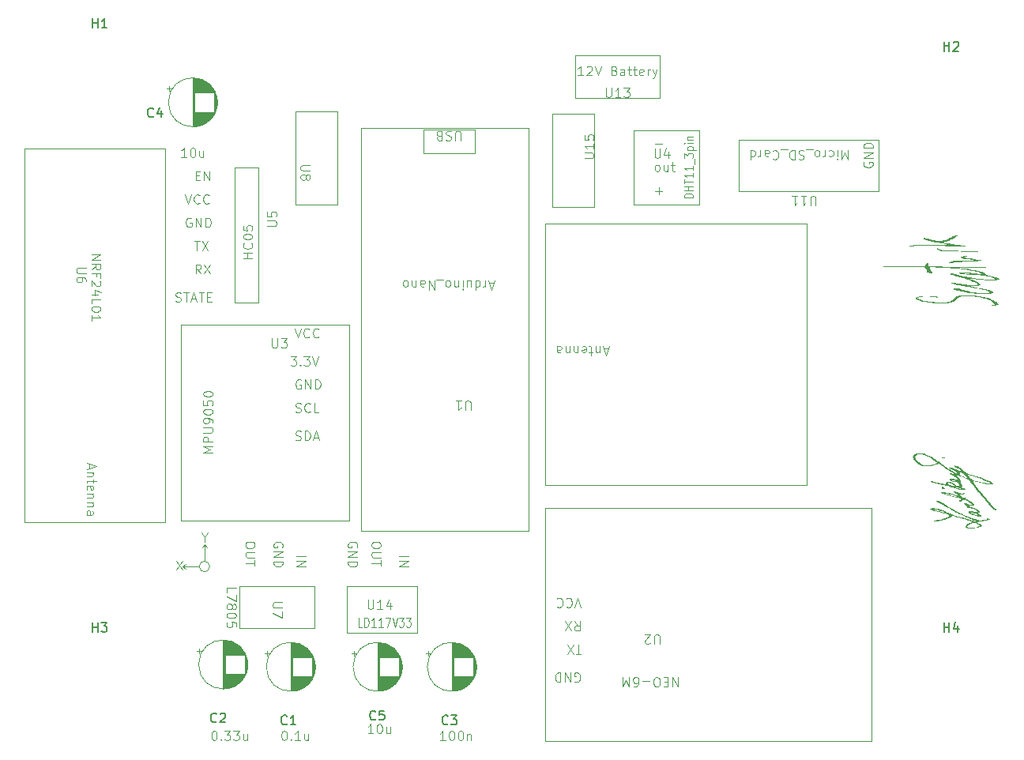
<source format=gbr>
%TF.GenerationSoftware,KiCad,Pcbnew,8.0.0*%
%TF.CreationDate,2025-03-20T21:29:14+05:30*%
%TF.ProjectId,Final_PCB_Schematic,46696e61-6c5f-4504-9342-5f536368656d,rev?*%
%TF.SameCoordinates,Original*%
%TF.FileFunction,Legend,Top*%
%TF.FilePolarity,Positive*%
%FSLAX46Y46*%
G04 Gerber Fmt 4.6, Leading zero omitted, Abs format (unit mm)*
G04 Created by KiCad (PCBNEW 8.0.0) date 2025-03-20 21:29:14*
%MOMM*%
%LPD*%
G01*
G04 APERTURE LIST*
%ADD10C,0.100000*%
%ADD11C,0.150000*%
%ADD12C,0.000000*%
%ADD13C,0.120000*%
G04 APERTURE END LIST*
D10*
X108059017Y-114250000D02*
G75*
G02*
X106940983Y-114250000I-559017J0D01*
G01*
X106940983Y-114250000D02*
G75*
G02*
X108059017Y-114250000I559017J0D01*
G01*
X105125000Y-114250000D02*
X106875000Y-114250000D01*
X107500000Y-111875000D02*
X107750000Y-112250000D01*
X105125000Y-114250000D02*
X105500000Y-114500000D01*
X105125000Y-114250000D02*
X105500000Y-114000000D01*
X107500000Y-111875000D02*
X107500000Y-113625000D01*
X107500000Y-111875000D02*
X107250000Y-112250000D01*
X104458646Y-113622419D02*
X105125312Y-114622419D01*
X105125312Y-113622419D02*
X104458646Y-114622419D01*
X178170038Y-70922306D02*
X178122419Y-71017544D01*
X178122419Y-71017544D02*
X178122419Y-71160401D01*
X178122419Y-71160401D02*
X178170038Y-71303258D01*
X178170038Y-71303258D02*
X178265276Y-71398496D01*
X178265276Y-71398496D02*
X178360514Y-71446115D01*
X178360514Y-71446115D02*
X178550990Y-71493734D01*
X178550990Y-71493734D02*
X178693847Y-71493734D01*
X178693847Y-71493734D02*
X178884323Y-71446115D01*
X178884323Y-71446115D02*
X178979561Y-71398496D01*
X178979561Y-71398496D02*
X179074800Y-71303258D01*
X179074800Y-71303258D02*
X179122419Y-71160401D01*
X179122419Y-71160401D02*
X179122419Y-71065163D01*
X179122419Y-71065163D02*
X179074800Y-70922306D01*
X179074800Y-70922306D02*
X179027180Y-70874687D01*
X179027180Y-70874687D02*
X178693847Y-70874687D01*
X178693847Y-70874687D02*
X178693847Y-71065163D01*
X179122419Y-70446115D02*
X178122419Y-70446115D01*
X178122419Y-70446115D02*
X179122419Y-69874687D01*
X179122419Y-69874687D02*
X178122419Y-69874687D01*
X179122419Y-69398496D02*
X178122419Y-69398496D01*
X178122419Y-69398496D02*
X178122419Y-69160401D01*
X178122419Y-69160401D02*
X178170038Y-69017544D01*
X178170038Y-69017544D02*
X178265276Y-68922306D01*
X178265276Y-68922306D02*
X178360514Y-68874687D01*
X178360514Y-68874687D02*
X178550990Y-68827068D01*
X178550990Y-68827068D02*
X178693847Y-68827068D01*
X178693847Y-68827068D02*
X178884323Y-68874687D01*
X178884323Y-68874687D02*
X178979561Y-68922306D01*
X178979561Y-68922306D02*
X179074800Y-69017544D01*
X179074800Y-69017544D02*
X179122419Y-69160401D01*
X179122419Y-69160401D02*
X179122419Y-69398496D01*
X105577693Y-70372419D02*
X105006265Y-70372419D01*
X105291979Y-70372419D02*
X105291979Y-69372419D01*
X105291979Y-69372419D02*
X105196741Y-69515276D01*
X105196741Y-69515276D02*
X105101503Y-69610514D01*
X105101503Y-69610514D02*
X105006265Y-69658133D01*
X106196741Y-69372419D02*
X106291979Y-69372419D01*
X106291979Y-69372419D02*
X106387217Y-69420038D01*
X106387217Y-69420038D02*
X106434836Y-69467657D01*
X106434836Y-69467657D02*
X106482455Y-69562895D01*
X106482455Y-69562895D02*
X106530074Y-69753371D01*
X106530074Y-69753371D02*
X106530074Y-69991466D01*
X106530074Y-69991466D02*
X106482455Y-70181942D01*
X106482455Y-70181942D02*
X106434836Y-70277180D01*
X106434836Y-70277180D02*
X106387217Y-70324800D01*
X106387217Y-70324800D02*
X106291979Y-70372419D01*
X106291979Y-70372419D02*
X106196741Y-70372419D01*
X106196741Y-70372419D02*
X106101503Y-70324800D01*
X106101503Y-70324800D02*
X106053884Y-70277180D01*
X106053884Y-70277180D02*
X106006265Y-70181942D01*
X106006265Y-70181942D02*
X105958646Y-69991466D01*
X105958646Y-69991466D02*
X105958646Y-69753371D01*
X105958646Y-69753371D02*
X106006265Y-69562895D01*
X106006265Y-69562895D02*
X106053884Y-69467657D01*
X106053884Y-69467657D02*
X106101503Y-69420038D01*
X106101503Y-69420038D02*
X106196741Y-69372419D01*
X107387217Y-69705752D02*
X107387217Y-70372419D01*
X106958646Y-69705752D02*
X106958646Y-70229561D01*
X106958646Y-70229561D02*
X107006265Y-70324800D01*
X107006265Y-70324800D02*
X107101503Y-70372419D01*
X107101503Y-70372419D02*
X107244360Y-70372419D01*
X107244360Y-70372419D02*
X107339598Y-70324800D01*
X107339598Y-70324800D02*
X107387217Y-70277180D01*
X107494360Y-111146228D02*
X107494360Y-111622419D01*
X107161027Y-110622419D02*
X107494360Y-111146228D01*
X107494360Y-111146228D02*
X107827693Y-110622419D01*
X125577693Y-132122419D02*
X125006265Y-132122419D01*
X125291979Y-132122419D02*
X125291979Y-131122419D01*
X125291979Y-131122419D02*
X125196741Y-131265276D01*
X125196741Y-131265276D02*
X125101503Y-131360514D01*
X125101503Y-131360514D02*
X125006265Y-131408133D01*
X126196741Y-131122419D02*
X126291979Y-131122419D01*
X126291979Y-131122419D02*
X126387217Y-131170038D01*
X126387217Y-131170038D02*
X126434836Y-131217657D01*
X126434836Y-131217657D02*
X126482455Y-131312895D01*
X126482455Y-131312895D02*
X126530074Y-131503371D01*
X126530074Y-131503371D02*
X126530074Y-131741466D01*
X126530074Y-131741466D02*
X126482455Y-131931942D01*
X126482455Y-131931942D02*
X126434836Y-132027180D01*
X126434836Y-132027180D02*
X126387217Y-132074800D01*
X126387217Y-132074800D02*
X126291979Y-132122419D01*
X126291979Y-132122419D02*
X126196741Y-132122419D01*
X126196741Y-132122419D02*
X126101503Y-132074800D01*
X126101503Y-132074800D02*
X126053884Y-132027180D01*
X126053884Y-132027180D02*
X126006265Y-131931942D01*
X126006265Y-131931942D02*
X125958646Y-131741466D01*
X125958646Y-131741466D02*
X125958646Y-131503371D01*
X125958646Y-131503371D02*
X126006265Y-131312895D01*
X126006265Y-131312895D02*
X126053884Y-131217657D01*
X126053884Y-131217657D02*
X126101503Y-131170038D01*
X126101503Y-131170038D02*
X126196741Y-131122419D01*
X127387217Y-131455752D02*
X127387217Y-132122419D01*
X126958646Y-131455752D02*
X126958646Y-131979561D01*
X126958646Y-131979561D02*
X127006265Y-132074800D01*
X127006265Y-132074800D02*
X127101503Y-132122419D01*
X127101503Y-132122419D02*
X127244360Y-132122419D01*
X127244360Y-132122419D02*
X127339598Y-132074800D01*
X127339598Y-132074800D02*
X127387217Y-132027180D01*
X108494360Y-131872419D02*
X108589598Y-131872419D01*
X108589598Y-131872419D02*
X108684836Y-131920038D01*
X108684836Y-131920038D02*
X108732455Y-131967657D01*
X108732455Y-131967657D02*
X108780074Y-132062895D01*
X108780074Y-132062895D02*
X108827693Y-132253371D01*
X108827693Y-132253371D02*
X108827693Y-132491466D01*
X108827693Y-132491466D02*
X108780074Y-132681942D01*
X108780074Y-132681942D02*
X108732455Y-132777180D01*
X108732455Y-132777180D02*
X108684836Y-132824800D01*
X108684836Y-132824800D02*
X108589598Y-132872419D01*
X108589598Y-132872419D02*
X108494360Y-132872419D01*
X108494360Y-132872419D02*
X108399122Y-132824800D01*
X108399122Y-132824800D02*
X108351503Y-132777180D01*
X108351503Y-132777180D02*
X108303884Y-132681942D01*
X108303884Y-132681942D02*
X108256265Y-132491466D01*
X108256265Y-132491466D02*
X108256265Y-132253371D01*
X108256265Y-132253371D02*
X108303884Y-132062895D01*
X108303884Y-132062895D02*
X108351503Y-131967657D01*
X108351503Y-131967657D02*
X108399122Y-131920038D01*
X108399122Y-131920038D02*
X108494360Y-131872419D01*
X109256265Y-132777180D02*
X109303884Y-132824800D01*
X109303884Y-132824800D02*
X109256265Y-132872419D01*
X109256265Y-132872419D02*
X109208646Y-132824800D01*
X109208646Y-132824800D02*
X109256265Y-132777180D01*
X109256265Y-132777180D02*
X109256265Y-132872419D01*
X109637217Y-131872419D02*
X110256264Y-131872419D01*
X110256264Y-131872419D02*
X109922931Y-132253371D01*
X109922931Y-132253371D02*
X110065788Y-132253371D01*
X110065788Y-132253371D02*
X110161026Y-132300990D01*
X110161026Y-132300990D02*
X110208645Y-132348609D01*
X110208645Y-132348609D02*
X110256264Y-132443847D01*
X110256264Y-132443847D02*
X110256264Y-132681942D01*
X110256264Y-132681942D02*
X110208645Y-132777180D01*
X110208645Y-132777180D02*
X110161026Y-132824800D01*
X110161026Y-132824800D02*
X110065788Y-132872419D01*
X110065788Y-132872419D02*
X109780074Y-132872419D01*
X109780074Y-132872419D02*
X109684836Y-132824800D01*
X109684836Y-132824800D02*
X109637217Y-132777180D01*
X110589598Y-131872419D02*
X111208645Y-131872419D01*
X111208645Y-131872419D02*
X110875312Y-132253371D01*
X110875312Y-132253371D02*
X111018169Y-132253371D01*
X111018169Y-132253371D02*
X111113407Y-132300990D01*
X111113407Y-132300990D02*
X111161026Y-132348609D01*
X111161026Y-132348609D02*
X111208645Y-132443847D01*
X111208645Y-132443847D02*
X111208645Y-132681942D01*
X111208645Y-132681942D02*
X111161026Y-132777180D01*
X111161026Y-132777180D02*
X111113407Y-132824800D01*
X111113407Y-132824800D02*
X111018169Y-132872419D01*
X111018169Y-132872419D02*
X110732455Y-132872419D01*
X110732455Y-132872419D02*
X110637217Y-132824800D01*
X110637217Y-132824800D02*
X110589598Y-132777180D01*
X112065788Y-132205752D02*
X112065788Y-132872419D01*
X111637217Y-132205752D02*
X111637217Y-132729561D01*
X111637217Y-132729561D02*
X111684836Y-132824800D01*
X111684836Y-132824800D02*
X111780074Y-132872419D01*
X111780074Y-132872419D02*
X111922931Y-132872419D01*
X111922931Y-132872419D02*
X112018169Y-132824800D01*
X112018169Y-132824800D02*
X112065788Y-132777180D01*
X115994360Y-131872419D02*
X116089598Y-131872419D01*
X116089598Y-131872419D02*
X116184836Y-131920038D01*
X116184836Y-131920038D02*
X116232455Y-131967657D01*
X116232455Y-131967657D02*
X116280074Y-132062895D01*
X116280074Y-132062895D02*
X116327693Y-132253371D01*
X116327693Y-132253371D02*
X116327693Y-132491466D01*
X116327693Y-132491466D02*
X116280074Y-132681942D01*
X116280074Y-132681942D02*
X116232455Y-132777180D01*
X116232455Y-132777180D02*
X116184836Y-132824800D01*
X116184836Y-132824800D02*
X116089598Y-132872419D01*
X116089598Y-132872419D02*
X115994360Y-132872419D01*
X115994360Y-132872419D02*
X115899122Y-132824800D01*
X115899122Y-132824800D02*
X115851503Y-132777180D01*
X115851503Y-132777180D02*
X115803884Y-132681942D01*
X115803884Y-132681942D02*
X115756265Y-132491466D01*
X115756265Y-132491466D02*
X115756265Y-132253371D01*
X115756265Y-132253371D02*
X115803884Y-132062895D01*
X115803884Y-132062895D02*
X115851503Y-131967657D01*
X115851503Y-131967657D02*
X115899122Y-131920038D01*
X115899122Y-131920038D02*
X115994360Y-131872419D01*
X116756265Y-132777180D02*
X116803884Y-132824800D01*
X116803884Y-132824800D02*
X116756265Y-132872419D01*
X116756265Y-132872419D02*
X116708646Y-132824800D01*
X116708646Y-132824800D02*
X116756265Y-132777180D01*
X116756265Y-132777180D02*
X116756265Y-132872419D01*
X117756264Y-132872419D02*
X117184836Y-132872419D01*
X117470550Y-132872419D02*
X117470550Y-131872419D01*
X117470550Y-131872419D02*
X117375312Y-132015276D01*
X117375312Y-132015276D02*
X117280074Y-132110514D01*
X117280074Y-132110514D02*
X117184836Y-132158133D01*
X118613407Y-132205752D02*
X118613407Y-132872419D01*
X118184836Y-132205752D02*
X118184836Y-132729561D01*
X118184836Y-132729561D02*
X118232455Y-132824800D01*
X118232455Y-132824800D02*
X118327693Y-132872419D01*
X118327693Y-132872419D02*
X118470550Y-132872419D01*
X118470550Y-132872419D02*
X118565788Y-132824800D01*
X118565788Y-132824800D02*
X118613407Y-132777180D01*
X133327693Y-132872419D02*
X132756265Y-132872419D01*
X133041979Y-132872419D02*
X133041979Y-131872419D01*
X133041979Y-131872419D02*
X132946741Y-132015276D01*
X132946741Y-132015276D02*
X132851503Y-132110514D01*
X132851503Y-132110514D02*
X132756265Y-132158133D01*
X133946741Y-131872419D02*
X134041979Y-131872419D01*
X134041979Y-131872419D02*
X134137217Y-131920038D01*
X134137217Y-131920038D02*
X134184836Y-131967657D01*
X134184836Y-131967657D02*
X134232455Y-132062895D01*
X134232455Y-132062895D02*
X134280074Y-132253371D01*
X134280074Y-132253371D02*
X134280074Y-132491466D01*
X134280074Y-132491466D02*
X134232455Y-132681942D01*
X134232455Y-132681942D02*
X134184836Y-132777180D01*
X134184836Y-132777180D02*
X134137217Y-132824800D01*
X134137217Y-132824800D02*
X134041979Y-132872419D01*
X134041979Y-132872419D02*
X133946741Y-132872419D01*
X133946741Y-132872419D02*
X133851503Y-132824800D01*
X133851503Y-132824800D02*
X133803884Y-132777180D01*
X133803884Y-132777180D02*
X133756265Y-132681942D01*
X133756265Y-132681942D02*
X133708646Y-132491466D01*
X133708646Y-132491466D02*
X133708646Y-132253371D01*
X133708646Y-132253371D02*
X133756265Y-132062895D01*
X133756265Y-132062895D02*
X133803884Y-131967657D01*
X133803884Y-131967657D02*
X133851503Y-131920038D01*
X133851503Y-131920038D02*
X133946741Y-131872419D01*
X134899122Y-131872419D02*
X134994360Y-131872419D01*
X134994360Y-131872419D02*
X135089598Y-131920038D01*
X135089598Y-131920038D02*
X135137217Y-131967657D01*
X135137217Y-131967657D02*
X135184836Y-132062895D01*
X135184836Y-132062895D02*
X135232455Y-132253371D01*
X135232455Y-132253371D02*
X135232455Y-132491466D01*
X135232455Y-132491466D02*
X135184836Y-132681942D01*
X135184836Y-132681942D02*
X135137217Y-132777180D01*
X135137217Y-132777180D02*
X135089598Y-132824800D01*
X135089598Y-132824800D02*
X134994360Y-132872419D01*
X134994360Y-132872419D02*
X134899122Y-132872419D01*
X134899122Y-132872419D02*
X134803884Y-132824800D01*
X134803884Y-132824800D02*
X134756265Y-132777180D01*
X134756265Y-132777180D02*
X134708646Y-132681942D01*
X134708646Y-132681942D02*
X134661027Y-132491466D01*
X134661027Y-132491466D02*
X134661027Y-132253371D01*
X134661027Y-132253371D02*
X134708646Y-132062895D01*
X134708646Y-132062895D02*
X134756265Y-131967657D01*
X134756265Y-131967657D02*
X134803884Y-131920038D01*
X134803884Y-131920038D02*
X134899122Y-131872419D01*
X135661027Y-132205752D02*
X135661027Y-132872419D01*
X135661027Y-132300990D02*
X135708646Y-132253371D01*
X135708646Y-132253371D02*
X135803884Y-132205752D01*
X135803884Y-132205752D02*
X135946741Y-132205752D01*
X135946741Y-132205752D02*
X136041979Y-132253371D01*
X136041979Y-132253371D02*
X136089598Y-132348609D01*
X136089598Y-132348609D02*
X136089598Y-132872419D01*
D11*
X95488095Y-56504819D02*
X95488095Y-55504819D01*
X95488095Y-55981009D02*
X96059523Y-55981009D01*
X96059523Y-56504819D02*
X96059523Y-55504819D01*
X97059523Y-56504819D02*
X96488095Y-56504819D01*
X96773809Y-56504819D02*
X96773809Y-55504819D01*
X96773809Y-55504819D02*
X96678571Y-55647676D01*
X96678571Y-55647676D02*
X96583333Y-55742914D01*
X96583333Y-55742914D02*
X96488095Y-55790533D01*
X102033333Y-66003580D02*
X101985714Y-66051200D01*
X101985714Y-66051200D02*
X101842857Y-66098819D01*
X101842857Y-66098819D02*
X101747619Y-66098819D01*
X101747619Y-66098819D02*
X101604762Y-66051200D01*
X101604762Y-66051200D02*
X101509524Y-65955961D01*
X101509524Y-65955961D02*
X101461905Y-65860723D01*
X101461905Y-65860723D02*
X101414286Y-65670247D01*
X101414286Y-65670247D02*
X101414286Y-65527390D01*
X101414286Y-65527390D02*
X101461905Y-65336914D01*
X101461905Y-65336914D02*
X101509524Y-65241676D01*
X101509524Y-65241676D02*
X101604762Y-65146438D01*
X101604762Y-65146438D02*
X101747619Y-65098819D01*
X101747619Y-65098819D02*
X101842857Y-65098819D01*
X101842857Y-65098819D02*
X101985714Y-65146438D01*
X101985714Y-65146438D02*
X102033333Y-65194057D01*
X102890476Y-65432152D02*
X102890476Y-66098819D01*
X102652381Y-65051200D02*
X102414286Y-65765485D01*
X102414286Y-65765485D02*
X103033333Y-65765485D01*
X186738095Y-121254819D02*
X186738095Y-120254819D01*
X186738095Y-120731009D02*
X187309523Y-120731009D01*
X187309523Y-121254819D02*
X187309523Y-120254819D01*
X188214285Y-120588152D02*
X188214285Y-121254819D01*
X187976190Y-120207200D02*
X187738095Y-120921485D01*
X187738095Y-120921485D02*
X188357142Y-120921485D01*
X186738095Y-59004819D02*
X186738095Y-58004819D01*
X186738095Y-58481009D02*
X187309523Y-58481009D01*
X187309523Y-59004819D02*
X187309523Y-58004819D01*
X187738095Y-58100057D02*
X187785714Y-58052438D01*
X187785714Y-58052438D02*
X187880952Y-58004819D01*
X187880952Y-58004819D02*
X188119047Y-58004819D01*
X188119047Y-58004819D02*
X188214285Y-58052438D01*
X188214285Y-58052438D02*
X188261904Y-58100057D01*
X188261904Y-58100057D02*
X188309523Y-58195295D01*
X188309523Y-58195295D02*
X188309523Y-58290533D01*
X188309523Y-58290533D02*
X188261904Y-58433390D01*
X188261904Y-58433390D02*
X187690476Y-59004819D01*
X187690476Y-59004819D02*
X188309523Y-59004819D01*
X95488095Y-121254819D02*
X95488095Y-120254819D01*
X95488095Y-120731009D02*
X96059523Y-120731009D01*
X96059523Y-121254819D02*
X96059523Y-120254819D01*
X96440476Y-120254819D02*
X97059523Y-120254819D01*
X97059523Y-120254819D02*
X96726190Y-120635771D01*
X96726190Y-120635771D02*
X96869047Y-120635771D01*
X96869047Y-120635771D02*
X96964285Y-120683390D01*
X96964285Y-120683390D02*
X97011904Y-120731009D01*
X97011904Y-120731009D02*
X97059523Y-120826247D01*
X97059523Y-120826247D02*
X97059523Y-121064342D01*
X97059523Y-121064342D02*
X97011904Y-121159580D01*
X97011904Y-121159580D02*
X96964285Y-121207200D01*
X96964285Y-121207200D02*
X96869047Y-121254819D01*
X96869047Y-121254819D02*
X96583333Y-121254819D01*
X96583333Y-121254819D02*
X96488095Y-121207200D01*
X96488095Y-121207200D02*
X96440476Y-121159580D01*
D10*
X172988094Y-75542580D02*
X172988094Y-74733057D01*
X172988094Y-74733057D02*
X172940475Y-74637819D01*
X172940475Y-74637819D02*
X172892856Y-74590200D01*
X172892856Y-74590200D02*
X172797618Y-74542580D01*
X172797618Y-74542580D02*
X172607142Y-74542580D01*
X172607142Y-74542580D02*
X172511904Y-74590200D01*
X172511904Y-74590200D02*
X172464285Y-74637819D01*
X172464285Y-74637819D02*
X172416666Y-74733057D01*
X172416666Y-74733057D02*
X172416666Y-75542580D01*
X171416666Y-74542580D02*
X171988094Y-74542580D01*
X171702380Y-74542580D02*
X171702380Y-75542580D01*
X171702380Y-75542580D02*
X171797618Y-75399723D01*
X171797618Y-75399723D02*
X171892856Y-75304485D01*
X171892856Y-75304485D02*
X171988094Y-75256866D01*
X170464285Y-74542580D02*
X171035713Y-74542580D01*
X170749999Y-74542580D02*
X170749999Y-75542580D01*
X170749999Y-75542580D02*
X170845237Y-75399723D01*
X170845237Y-75399723D02*
X170940475Y-75304485D01*
X170940475Y-75304485D02*
X171035713Y-75256866D01*
X176446115Y-69627580D02*
X176446115Y-70627580D01*
X176446115Y-70627580D02*
X176112782Y-69913295D01*
X176112782Y-69913295D02*
X175779449Y-70627580D01*
X175779449Y-70627580D02*
X175779449Y-69627580D01*
X175303258Y-69627580D02*
X175303258Y-70294247D01*
X175303258Y-70627580D02*
X175350877Y-70579961D01*
X175350877Y-70579961D02*
X175303258Y-70532342D01*
X175303258Y-70532342D02*
X175255639Y-70579961D01*
X175255639Y-70579961D02*
X175303258Y-70627580D01*
X175303258Y-70627580D02*
X175303258Y-70532342D01*
X174398497Y-69675200D02*
X174493735Y-69627580D01*
X174493735Y-69627580D02*
X174684211Y-69627580D01*
X174684211Y-69627580D02*
X174779449Y-69675200D01*
X174779449Y-69675200D02*
X174827068Y-69722819D01*
X174827068Y-69722819D02*
X174874687Y-69818057D01*
X174874687Y-69818057D02*
X174874687Y-70103771D01*
X174874687Y-70103771D02*
X174827068Y-70199009D01*
X174827068Y-70199009D02*
X174779449Y-70246628D01*
X174779449Y-70246628D02*
X174684211Y-70294247D01*
X174684211Y-70294247D02*
X174493735Y-70294247D01*
X174493735Y-70294247D02*
X174398497Y-70246628D01*
X173969925Y-69627580D02*
X173969925Y-70294247D01*
X173969925Y-70103771D02*
X173922306Y-70199009D01*
X173922306Y-70199009D02*
X173874687Y-70246628D01*
X173874687Y-70246628D02*
X173779449Y-70294247D01*
X173779449Y-70294247D02*
X173684211Y-70294247D01*
X173208020Y-69627580D02*
X173303258Y-69675200D01*
X173303258Y-69675200D02*
X173350877Y-69722819D01*
X173350877Y-69722819D02*
X173398496Y-69818057D01*
X173398496Y-69818057D02*
X173398496Y-70103771D01*
X173398496Y-70103771D02*
X173350877Y-70199009D01*
X173350877Y-70199009D02*
X173303258Y-70246628D01*
X173303258Y-70246628D02*
X173208020Y-70294247D01*
X173208020Y-70294247D02*
X173065163Y-70294247D01*
X173065163Y-70294247D02*
X172969925Y-70246628D01*
X172969925Y-70246628D02*
X172922306Y-70199009D01*
X172922306Y-70199009D02*
X172874687Y-70103771D01*
X172874687Y-70103771D02*
X172874687Y-69818057D01*
X172874687Y-69818057D02*
X172922306Y-69722819D01*
X172922306Y-69722819D02*
X172969925Y-69675200D01*
X172969925Y-69675200D02*
X173065163Y-69627580D01*
X173065163Y-69627580D02*
X173208020Y-69627580D01*
X172684211Y-69532342D02*
X171922306Y-69532342D01*
X171731829Y-69675200D02*
X171588972Y-69627580D01*
X171588972Y-69627580D02*
X171350877Y-69627580D01*
X171350877Y-69627580D02*
X171255639Y-69675200D01*
X171255639Y-69675200D02*
X171208020Y-69722819D01*
X171208020Y-69722819D02*
X171160401Y-69818057D01*
X171160401Y-69818057D02*
X171160401Y-69913295D01*
X171160401Y-69913295D02*
X171208020Y-70008533D01*
X171208020Y-70008533D02*
X171255639Y-70056152D01*
X171255639Y-70056152D02*
X171350877Y-70103771D01*
X171350877Y-70103771D02*
X171541353Y-70151390D01*
X171541353Y-70151390D02*
X171636591Y-70199009D01*
X171636591Y-70199009D02*
X171684210Y-70246628D01*
X171684210Y-70246628D02*
X171731829Y-70341866D01*
X171731829Y-70341866D02*
X171731829Y-70437104D01*
X171731829Y-70437104D02*
X171684210Y-70532342D01*
X171684210Y-70532342D02*
X171636591Y-70579961D01*
X171636591Y-70579961D02*
X171541353Y-70627580D01*
X171541353Y-70627580D02*
X171303258Y-70627580D01*
X171303258Y-70627580D02*
X171160401Y-70579961D01*
X170731829Y-69627580D02*
X170731829Y-70627580D01*
X170731829Y-70627580D02*
X170493734Y-70627580D01*
X170493734Y-70627580D02*
X170350877Y-70579961D01*
X170350877Y-70579961D02*
X170255639Y-70484723D01*
X170255639Y-70484723D02*
X170208020Y-70389485D01*
X170208020Y-70389485D02*
X170160401Y-70199009D01*
X170160401Y-70199009D02*
X170160401Y-70056152D01*
X170160401Y-70056152D02*
X170208020Y-69865676D01*
X170208020Y-69865676D02*
X170255639Y-69770438D01*
X170255639Y-69770438D02*
X170350877Y-69675200D01*
X170350877Y-69675200D02*
X170493734Y-69627580D01*
X170493734Y-69627580D02*
X170731829Y-69627580D01*
X169969925Y-69532342D02*
X169208020Y-69532342D01*
X168398496Y-69722819D02*
X168446115Y-69675200D01*
X168446115Y-69675200D02*
X168588972Y-69627580D01*
X168588972Y-69627580D02*
X168684210Y-69627580D01*
X168684210Y-69627580D02*
X168827067Y-69675200D01*
X168827067Y-69675200D02*
X168922305Y-69770438D01*
X168922305Y-69770438D02*
X168969924Y-69865676D01*
X168969924Y-69865676D02*
X169017543Y-70056152D01*
X169017543Y-70056152D02*
X169017543Y-70199009D01*
X169017543Y-70199009D02*
X168969924Y-70389485D01*
X168969924Y-70389485D02*
X168922305Y-70484723D01*
X168922305Y-70484723D02*
X168827067Y-70579961D01*
X168827067Y-70579961D02*
X168684210Y-70627580D01*
X168684210Y-70627580D02*
X168588972Y-70627580D01*
X168588972Y-70627580D02*
X168446115Y-70579961D01*
X168446115Y-70579961D02*
X168398496Y-70532342D01*
X167541353Y-69627580D02*
X167541353Y-70151390D01*
X167541353Y-70151390D02*
X167588972Y-70246628D01*
X167588972Y-70246628D02*
X167684210Y-70294247D01*
X167684210Y-70294247D02*
X167874686Y-70294247D01*
X167874686Y-70294247D02*
X167969924Y-70246628D01*
X167541353Y-69675200D02*
X167636591Y-69627580D01*
X167636591Y-69627580D02*
X167874686Y-69627580D01*
X167874686Y-69627580D02*
X167969924Y-69675200D01*
X167969924Y-69675200D02*
X168017543Y-69770438D01*
X168017543Y-69770438D02*
X168017543Y-69865676D01*
X168017543Y-69865676D02*
X167969924Y-69960914D01*
X167969924Y-69960914D02*
X167874686Y-70008533D01*
X167874686Y-70008533D02*
X167636591Y-70008533D01*
X167636591Y-70008533D02*
X167541353Y-70056152D01*
X167065162Y-69627580D02*
X167065162Y-70294247D01*
X167065162Y-70103771D02*
X167017543Y-70199009D01*
X167017543Y-70199009D02*
X166969924Y-70246628D01*
X166969924Y-70246628D02*
X166874686Y-70294247D01*
X166874686Y-70294247D02*
X166779448Y-70294247D01*
X166017543Y-69627580D02*
X166017543Y-70627580D01*
X166017543Y-69675200D02*
X166112781Y-69627580D01*
X166112781Y-69627580D02*
X166303257Y-69627580D01*
X166303257Y-69627580D02*
X166398495Y-69675200D01*
X166398495Y-69675200D02*
X166446114Y-69722819D01*
X166446114Y-69722819D02*
X166493733Y-69818057D01*
X166493733Y-69818057D02*
X166493733Y-70103771D01*
X166493733Y-70103771D02*
X166446114Y-70199009D01*
X166446114Y-70199009D02*
X166398495Y-70246628D01*
X166398495Y-70246628D02*
X166303257Y-70294247D01*
X166303257Y-70294247D02*
X166112781Y-70294247D01*
X166112781Y-70294247D02*
X166017543Y-70246628D01*
D11*
X108788445Y-130859580D02*
X108740826Y-130907200D01*
X108740826Y-130907200D02*
X108597969Y-130954819D01*
X108597969Y-130954819D02*
X108502731Y-130954819D01*
X108502731Y-130954819D02*
X108359874Y-130907200D01*
X108359874Y-130907200D02*
X108264636Y-130811961D01*
X108264636Y-130811961D02*
X108217017Y-130716723D01*
X108217017Y-130716723D02*
X108169398Y-130526247D01*
X108169398Y-130526247D02*
X108169398Y-130383390D01*
X108169398Y-130383390D02*
X108217017Y-130192914D01*
X108217017Y-130192914D02*
X108264636Y-130097676D01*
X108264636Y-130097676D02*
X108359874Y-130002438D01*
X108359874Y-130002438D02*
X108502731Y-129954819D01*
X108502731Y-129954819D02*
X108597969Y-129954819D01*
X108597969Y-129954819D02*
X108740826Y-130002438D01*
X108740826Y-130002438D02*
X108788445Y-130050057D01*
X109169398Y-130050057D02*
X109217017Y-130002438D01*
X109217017Y-130002438D02*
X109312255Y-129954819D01*
X109312255Y-129954819D02*
X109550350Y-129954819D01*
X109550350Y-129954819D02*
X109645588Y-130002438D01*
X109645588Y-130002438D02*
X109693207Y-130050057D01*
X109693207Y-130050057D02*
X109740826Y-130145295D01*
X109740826Y-130145295D02*
X109740826Y-130240533D01*
X109740826Y-130240533D02*
X109693207Y-130383390D01*
X109693207Y-130383390D02*
X109121779Y-130954819D01*
X109121779Y-130954819D02*
X109740826Y-130954819D01*
D10*
X148207419Y-70488094D02*
X149016942Y-70488094D01*
X149016942Y-70488094D02*
X149112180Y-70440475D01*
X149112180Y-70440475D02*
X149159800Y-70392856D01*
X149159800Y-70392856D02*
X149207419Y-70297618D01*
X149207419Y-70297618D02*
X149207419Y-70107142D01*
X149207419Y-70107142D02*
X149159800Y-70011904D01*
X149159800Y-70011904D02*
X149112180Y-69964285D01*
X149112180Y-69964285D02*
X149016942Y-69916666D01*
X149016942Y-69916666D02*
X148207419Y-69916666D01*
X149207419Y-68916666D02*
X149207419Y-69488094D01*
X149207419Y-69202380D02*
X148207419Y-69202380D01*
X148207419Y-69202380D02*
X148350276Y-69297618D01*
X148350276Y-69297618D02*
X148445514Y-69392856D01*
X148445514Y-69392856D02*
X148493133Y-69488094D01*
X148207419Y-68011904D02*
X148207419Y-68488094D01*
X148207419Y-68488094D02*
X148683609Y-68535713D01*
X148683609Y-68535713D02*
X148635990Y-68488094D01*
X148635990Y-68488094D02*
X148588371Y-68392856D01*
X148588371Y-68392856D02*
X148588371Y-68154761D01*
X148588371Y-68154761D02*
X148635990Y-68059523D01*
X148635990Y-68059523D02*
X148683609Y-68011904D01*
X148683609Y-68011904D02*
X148778847Y-67964285D01*
X148778847Y-67964285D02*
X149016942Y-67964285D01*
X149016942Y-67964285D02*
X149112180Y-68011904D01*
X149112180Y-68011904D02*
X149159800Y-68059523D01*
X149159800Y-68059523D02*
X149207419Y-68154761D01*
X149207419Y-68154761D02*
X149207419Y-68392856D01*
X149207419Y-68392856D02*
X149159800Y-68488094D01*
X149159800Y-68488094D02*
X149112180Y-68535713D01*
X115792580Y-118094095D02*
X114983057Y-118094095D01*
X114983057Y-118094095D02*
X114887819Y-118141714D01*
X114887819Y-118141714D02*
X114840200Y-118189333D01*
X114840200Y-118189333D02*
X114792580Y-118284571D01*
X114792580Y-118284571D02*
X114792580Y-118475047D01*
X114792580Y-118475047D02*
X114840200Y-118570285D01*
X114840200Y-118570285D02*
X114887819Y-118617904D01*
X114887819Y-118617904D02*
X114983057Y-118665523D01*
X114983057Y-118665523D02*
X115792580Y-118665523D01*
X115792580Y-119046476D02*
X115792580Y-119713142D01*
X115792580Y-119713142D02*
X114792580Y-119284571D01*
X117377580Y-113159884D02*
X118377580Y-113159884D01*
X117377580Y-113636074D02*
X118377580Y-113636074D01*
X118377580Y-113636074D02*
X117377580Y-114207502D01*
X117377580Y-114207502D02*
X118377580Y-114207502D01*
X112877580Y-111850360D02*
X112877580Y-112040836D01*
X112877580Y-112040836D02*
X112829961Y-112136074D01*
X112829961Y-112136074D02*
X112734723Y-112231312D01*
X112734723Y-112231312D02*
X112544247Y-112278931D01*
X112544247Y-112278931D02*
X112210914Y-112278931D01*
X112210914Y-112278931D02*
X112020438Y-112231312D01*
X112020438Y-112231312D02*
X111925200Y-112136074D01*
X111925200Y-112136074D02*
X111877580Y-112040836D01*
X111877580Y-112040836D02*
X111877580Y-111850360D01*
X111877580Y-111850360D02*
X111925200Y-111755122D01*
X111925200Y-111755122D02*
X112020438Y-111659884D01*
X112020438Y-111659884D02*
X112210914Y-111612265D01*
X112210914Y-111612265D02*
X112544247Y-111612265D01*
X112544247Y-111612265D02*
X112734723Y-111659884D01*
X112734723Y-111659884D02*
X112829961Y-111755122D01*
X112829961Y-111755122D02*
X112877580Y-111850360D01*
X112877580Y-112707503D02*
X112068057Y-112707503D01*
X112068057Y-112707503D02*
X111972819Y-112755122D01*
X111972819Y-112755122D02*
X111925200Y-112802741D01*
X111925200Y-112802741D02*
X111877580Y-112897979D01*
X111877580Y-112897979D02*
X111877580Y-113088455D01*
X111877580Y-113088455D02*
X111925200Y-113183693D01*
X111925200Y-113183693D02*
X111972819Y-113231312D01*
X111972819Y-113231312D02*
X112068057Y-113278931D01*
X112068057Y-113278931D02*
X112877580Y-113278931D01*
X112877580Y-113612265D02*
X112877580Y-114183693D01*
X111877580Y-113897979D02*
X112877580Y-113897979D01*
X109877580Y-117030074D02*
X109877580Y-116553884D01*
X109877580Y-116553884D02*
X110877580Y-116553884D01*
X110877580Y-117268170D02*
X110877580Y-117934836D01*
X110877580Y-117934836D02*
X109877580Y-117506265D01*
X110449009Y-118458646D02*
X110496628Y-118363408D01*
X110496628Y-118363408D02*
X110544247Y-118315789D01*
X110544247Y-118315789D02*
X110639485Y-118268170D01*
X110639485Y-118268170D02*
X110687104Y-118268170D01*
X110687104Y-118268170D02*
X110782342Y-118315789D01*
X110782342Y-118315789D02*
X110829961Y-118363408D01*
X110829961Y-118363408D02*
X110877580Y-118458646D01*
X110877580Y-118458646D02*
X110877580Y-118649122D01*
X110877580Y-118649122D02*
X110829961Y-118744360D01*
X110829961Y-118744360D02*
X110782342Y-118791979D01*
X110782342Y-118791979D02*
X110687104Y-118839598D01*
X110687104Y-118839598D02*
X110639485Y-118839598D01*
X110639485Y-118839598D02*
X110544247Y-118791979D01*
X110544247Y-118791979D02*
X110496628Y-118744360D01*
X110496628Y-118744360D02*
X110449009Y-118649122D01*
X110449009Y-118649122D02*
X110449009Y-118458646D01*
X110449009Y-118458646D02*
X110401390Y-118363408D01*
X110401390Y-118363408D02*
X110353771Y-118315789D01*
X110353771Y-118315789D02*
X110258533Y-118268170D01*
X110258533Y-118268170D02*
X110068057Y-118268170D01*
X110068057Y-118268170D02*
X109972819Y-118315789D01*
X109972819Y-118315789D02*
X109925200Y-118363408D01*
X109925200Y-118363408D02*
X109877580Y-118458646D01*
X109877580Y-118458646D02*
X109877580Y-118649122D01*
X109877580Y-118649122D02*
X109925200Y-118744360D01*
X109925200Y-118744360D02*
X109972819Y-118791979D01*
X109972819Y-118791979D02*
X110068057Y-118839598D01*
X110068057Y-118839598D02*
X110258533Y-118839598D01*
X110258533Y-118839598D02*
X110353771Y-118791979D01*
X110353771Y-118791979D02*
X110401390Y-118744360D01*
X110401390Y-118744360D02*
X110449009Y-118649122D01*
X110877580Y-119458646D02*
X110877580Y-119553884D01*
X110877580Y-119553884D02*
X110829961Y-119649122D01*
X110829961Y-119649122D02*
X110782342Y-119696741D01*
X110782342Y-119696741D02*
X110687104Y-119744360D01*
X110687104Y-119744360D02*
X110496628Y-119791979D01*
X110496628Y-119791979D02*
X110258533Y-119791979D01*
X110258533Y-119791979D02*
X110068057Y-119744360D01*
X110068057Y-119744360D02*
X109972819Y-119696741D01*
X109972819Y-119696741D02*
X109925200Y-119649122D01*
X109925200Y-119649122D02*
X109877580Y-119553884D01*
X109877580Y-119553884D02*
X109877580Y-119458646D01*
X109877580Y-119458646D02*
X109925200Y-119363408D01*
X109925200Y-119363408D02*
X109972819Y-119315789D01*
X109972819Y-119315789D02*
X110068057Y-119268170D01*
X110068057Y-119268170D02*
X110258533Y-119220551D01*
X110258533Y-119220551D02*
X110496628Y-119220551D01*
X110496628Y-119220551D02*
X110687104Y-119268170D01*
X110687104Y-119268170D02*
X110782342Y-119315789D01*
X110782342Y-119315789D02*
X110829961Y-119363408D01*
X110829961Y-119363408D02*
X110877580Y-119458646D01*
X110877580Y-120696741D02*
X110877580Y-120220551D01*
X110877580Y-120220551D02*
X110401390Y-120172932D01*
X110401390Y-120172932D02*
X110449009Y-120220551D01*
X110449009Y-120220551D02*
X110496628Y-120315789D01*
X110496628Y-120315789D02*
X110496628Y-120553884D01*
X110496628Y-120553884D02*
X110449009Y-120649122D01*
X110449009Y-120649122D02*
X110401390Y-120696741D01*
X110401390Y-120696741D02*
X110306152Y-120744360D01*
X110306152Y-120744360D02*
X110068057Y-120744360D01*
X110068057Y-120744360D02*
X109972819Y-120696741D01*
X109972819Y-120696741D02*
X109925200Y-120649122D01*
X109925200Y-120649122D02*
X109877580Y-120553884D01*
X109877580Y-120553884D02*
X109877580Y-120315789D01*
X109877580Y-120315789D02*
X109925200Y-120220551D01*
X109925200Y-120220551D02*
X109972819Y-120172932D01*
X115829961Y-112183693D02*
X115877580Y-112088455D01*
X115877580Y-112088455D02*
X115877580Y-111945598D01*
X115877580Y-111945598D02*
X115829961Y-111802741D01*
X115829961Y-111802741D02*
X115734723Y-111707503D01*
X115734723Y-111707503D02*
X115639485Y-111659884D01*
X115639485Y-111659884D02*
X115449009Y-111612265D01*
X115449009Y-111612265D02*
X115306152Y-111612265D01*
X115306152Y-111612265D02*
X115115676Y-111659884D01*
X115115676Y-111659884D02*
X115020438Y-111707503D01*
X115020438Y-111707503D02*
X114925200Y-111802741D01*
X114925200Y-111802741D02*
X114877580Y-111945598D01*
X114877580Y-111945598D02*
X114877580Y-112040836D01*
X114877580Y-112040836D02*
X114925200Y-112183693D01*
X114925200Y-112183693D02*
X114972819Y-112231312D01*
X114972819Y-112231312D02*
X115306152Y-112231312D01*
X115306152Y-112231312D02*
X115306152Y-112040836D01*
X114877580Y-112659884D02*
X115877580Y-112659884D01*
X115877580Y-112659884D02*
X114877580Y-113231312D01*
X114877580Y-113231312D02*
X115877580Y-113231312D01*
X114877580Y-113707503D02*
X115877580Y-113707503D01*
X115877580Y-113707503D02*
X115877580Y-113945598D01*
X115877580Y-113945598D02*
X115829961Y-114088455D01*
X115829961Y-114088455D02*
X115734723Y-114183693D01*
X115734723Y-114183693D02*
X115639485Y-114231312D01*
X115639485Y-114231312D02*
X115449009Y-114278931D01*
X115449009Y-114278931D02*
X115306152Y-114278931D01*
X115306152Y-114278931D02*
X115115676Y-114231312D01*
X115115676Y-114231312D02*
X115020438Y-114183693D01*
X115020438Y-114183693D02*
X114925200Y-114088455D01*
X114925200Y-114088455D02*
X114877580Y-113945598D01*
X114877580Y-113945598D02*
X114877580Y-113707503D01*
D11*
X133583333Y-131109580D02*
X133535714Y-131157200D01*
X133535714Y-131157200D02*
X133392857Y-131204819D01*
X133392857Y-131204819D02*
X133297619Y-131204819D01*
X133297619Y-131204819D02*
X133154762Y-131157200D01*
X133154762Y-131157200D02*
X133059524Y-131061961D01*
X133059524Y-131061961D02*
X133011905Y-130966723D01*
X133011905Y-130966723D02*
X132964286Y-130776247D01*
X132964286Y-130776247D02*
X132964286Y-130633390D01*
X132964286Y-130633390D02*
X133011905Y-130442914D01*
X133011905Y-130442914D02*
X133059524Y-130347676D01*
X133059524Y-130347676D02*
X133154762Y-130252438D01*
X133154762Y-130252438D02*
X133297619Y-130204819D01*
X133297619Y-130204819D02*
X133392857Y-130204819D01*
X133392857Y-130204819D02*
X133535714Y-130252438D01*
X133535714Y-130252438D02*
X133583333Y-130300057D01*
X133916667Y-130204819D02*
X134535714Y-130204819D01*
X134535714Y-130204819D02*
X134202381Y-130585771D01*
X134202381Y-130585771D02*
X134345238Y-130585771D01*
X134345238Y-130585771D02*
X134440476Y-130633390D01*
X134440476Y-130633390D02*
X134488095Y-130681009D01*
X134488095Y-130681009D02*
X134535714Y-130776247D01*
X134535714Y-130776247D02*
X134535714Y-131014342D01*
X134535714Y-131014342D02*
X134488095Y-131109580D01*
X134488095Y-131109580D02*
X134440476Y-131157200D01*
X134440476Y-131157200D02*
X134345238Y-131204819D01*
X134345238Y-131204819D02*
X134059524Y-131204819D01*
X134059524Y-131204819D02*
X133964286Y-131157200D01*
X133964286Y-131157200D02*
X133916667Y-131109580D01*
D10*
X118798580Y-71238095D02*
X117989057Y-71238095D01*
X117989057Y-71238095D02*
X117893819Y-71285714D01*
X117893819Y-71285714D02*
X117846200Y-71333333D01*
X117846200Y-71333333D02*
X117798580Y-71428571D01*
X117798580Y-71428571D02*
X117798580Y-71619047D01*
X117798580Y-71619047D02*
X117846200Y-71714285D01*
X117846200Y-71714285D02*
X117893819Y-71761904D01*
X117893819Y-71761904D02*
X117989057Y-71809523D01*
X117989057Y-71809523D02*
X118798580Y-71809523D01*
X118370009Y-72428571D02*
X118417628Y-72333333D01*
X118417628Y-72333333D02*
X118465247Y-72285714D01*
X118465247Y-72285714D02*
X118560485Y-72238095D01*
X118560485Y-72238095D02*
X118608104Y-72238095D01*
X118608104Y-72238095D02*
X118703342Y-72285714D01*
X118703342Y-72285714D02*
X118750961Y-72333333D01*
X118750961Y-72333333D02*
X118798580Y-72428571D01*
X118798580Y-72428571D02*
X118798580Y-72619047D01*
X118798580Y-72619047D02*
X118750961Y-72714285D01*
X118750961Y-72714285D02*
X118703342Y-72761904D01*
X118703342Y-72761904D02*
X118608104Y-72809523D01*
X118608104Y-72809523D02*
X118560485Y-72809523D01*
X118560485Y-72809523D02*
X118465247Y-72761904D01*
X118465247Y-72761904D02*
X118417628Y-72714285D01*
X118417628Y-72714285D02*
X118370009Y-72619047D01*
X118370009Y-72619047D02*
X118370009Y-72428571D01*
X118370009Y-72428571D02*
X118322390Y-72333333D01*
X118322390Y-72333333D02*
X118274771Y-72285714D01*
X118274771Y-72285714D02*
X118179533Y-72238095D01*
X118179533Y-72238095D02*
X117989057Y-72238095D01*
X117989057Y-72238095D02*
X117893819Y-72285714D01*
X117893819Y-72285714D02*
X117846200Y-72333333D01*
X117846200Y-72333333D02*
X117798580Y-72428571D01*
X117798580Y-72428571D02*
X117798580Y-72619047D01*
X117798580Y-72619047D02*
X117846200Y-72714285D01*
X117846200Y-72714285D02*
X117893819Y-72761904D01*
X117893819Y-72761904D02*
X117989057Y-72809523D01*
X117989057Y-72809523D02*
X118179533Y-72809523D01*
X118179533Y-72809523D02*
X118274771Y-72761904D01*
X118274771Y-72761904D02*
X118322390Y-72714285D01*
X118322390Y-72714285D02*
X118370009Y-72619047D01*
X150511905Y-62957419D02*
X150511905Y-63766942D01*
X150511905Y-63766942D02*
X150559524Y-63862180D01*
X150559524Y-63862180D02*
X150607143Y-63909800D01*
X150607143Y-63909800D02*
X150702381Y-63957419D01*
X150702381Y-63957419D02*
X150892857Y-63957419D01*
X150892857Y-63957419D02*
X150988095Y-63909800D01*
X150988095Y-63909800D02*
X151035714Y-63862180D01*
X151035714Y-63862180D02*
X151083333Y-63766942D01*
X151083333Y-63766942D02*
X151083333Y-62957419D01*
X152083333Y-63957419D02*
X151511905Y-63957419D01*
X151797619Y-63957419D02*
X151797619Y-62957419D01*
X151797619Y-62957419D02*
X151702381Y-63100276D01*
X151702381Y-63100276D02*
X151607143Y-63195514D01*
X151607143Y-63195514D02*
X151511905Y-63243133D01*
X152416667Y-62957419D02*
X153035714Y-62957419D01*
X153035714Y-62957419D02*
X152702381Y-63338371D01*
X152702381Y-63338371D02*
X152845238Y-63338371D01*
X152845238Y-63338371D02*
X152940476Y-63385990D01*
X152940476Y-63385990D02*
X152988095Y-63433609D01*
X152988095Y-63433609D02*
X153035714Y-63528847D01*
X153035714Y-63528847D02*
X153035714Y-63766942D01*
X153035714Y-63766942D02*
X152988095Y-63862180D01*
X152988095Y-63862180D02*
X152940476Y-63909800D01*
X152940476Y-63909800D02*
X152845238Y-63957419D01*
X152845238Y-63957419D02*
X152559524Y-63957419D01*
X152559524Y-63957419D02*
X152464286Y-63909800D01*
X152464286Y-63909800D02*
X152416667Y-63862180D01*
X148077693Y-61622419D02*
X147506265Y-61622419D01*
X147791979Y-61622419D02*
X147791979Y-60622419D01*
X147791979Y-60622419D02*
X147696741Y-60765276D01*
X147696741Y-60765276D02*
X147601503Y-60860514D01*
X147601503Y-60860514D02*
X147506265Y-60908133D01*
X148458646Y-60717657D02*
X148506265Y-60670038D01*
X148506265Y-60670038D02*
X148601503Y-60622419D01*
X148601503Y-60622419D02*
X148839598Y-60622419D01*
X148839598Y-60622419D02*
X148934836Y-60670038D01*
X148934836Y-60670038D02*
X148982455Y-60717657D01*
X148982455Y-60717657D02*
X149030074Y-60812895D01*
X149030074Y-60812895D02*
X149030074Y-60908133D01*
X149030074Y-60908133D02*
X148982455Y-61050990D01*
X148982455Y-61050990D02*
X148411027Y-61622419D01*
X148411027Y-61622419D02*
X149030074Y-61622419D01*
X149315789Y-60622419D02*
X149649122Y-61622419D01*
X149649122Y-61622419D02*
X149982455Y-60622419D01*
X151411027Y-61098609D02*
X151553884Y-61146228D01*
X151553884Y-61146228D02*
X151601503Y-61193847D01*
X151601503Y-61193847D02*
X151649122Y-61289085D01*
X151649122Y-61289085D02*
X151649122Y-61431942D01*
X151649122Y-61431942D02*
X151601503Y-61527180D01*
X151601503Y-61527180D02*
X151553884Y-61574800D01*
X151553884Y-61574800D02*
X151458646Y-61622419D01*
X151458646Y-61622419D02*
X151077694Y-61622419D01*
X151077694Y-61622419D02*
X151077694Y-60622419D01*
X151077694Y-60622419D02*
X151411027Y-60622419D01*
X151411027Y-60622419D02*
X151506265Y-60670038D01*
X151506265Y-60670038D02*
X151553884Y-60717657D01*
X151553884Y-60717657D02*
X151601503Y-60812895D01*
X151601503Y-60812895D02*
X151601503Y-60908133D01*
X151601503Y-60908133D02*
X151553884Y-61003371D01*
X151553884Y-61003371D02*
X151506265Y-61050990D01*
X151506265Y-61050990D02*
X151411027Y-61098609D01*
X151411027Y-61098609D02*
X151077694Y-61098609D01*
X152506265Y-61622419D02*
X152506265Y-61098609D01*
X152506265Y-61098609D02*
X152458646Y-61003371D01*
X152458646Y-61003371D02*
X152363408Y-60955752D01*
X152363408Y-60955752D02*
X152172932Y-60955752D01*
X152172932Y-60955752D02*
X152077694Y-61003371D01*
X152506265Y-61574800D02*
X152411027Y-61622419D01*
X152411027Y-61622419D02*
X152172932Y-61622419D01*
X152172932Y-61622419D02*
X152077694Y-61574800D01*
X152077694Y-61574800D02*
X152030075Y-61479561D01*
X152030075Y-61479561D02*
X152030075Y-61384323D01*
X152030075Y-61384323D02*
X152077694Y-61289085D01*
X152077694Y-61289085D02*
X152172932Y-61241466D01*
X152172932Y-61241466D02*
X152411027Y-61241466D01*
X152411027Y-61241466D02*
X152506265Y-61193847D01*
X152839599Y-60955752D02*
X153220551Y-60955752D01*
X152982456Y-60622419D02*
X152982456Y-61479561D01*
X152982456Y-61479561D02*
X153030075Y-61574800D01*
X153030075Y-61574800D02*
X153125313Y-61622419D01*
X153125313Y-61622419D02*
X153220551Y-61622419D01*
X153411028Y-60955752D02*
X153791980Y-60955752D01*
X153553885Y-60622419D02*
X153553885Y-61479561D01*
X153553885Y-61479561D02*
X153601504Y-61574800D01*
X153601504Y-61574800D02*
X153696742Y-61622419D01*
X153696742Y-61622419D02*
X153791980Y-61622419D01*
X154506266Y-61574800D02*
X154411028Y-61622419D01*
X154411028Y-61622419D02*
X154220552Y-61622419D01*
X154220552Y-61622419D02*
X154125314Y-61574800D01*
X154125314Y-61574800D02*
X154077695Y-61479561D01*
X154077695Y-61479561D02*
X154077695Y-61098609D01*
X154077695Y-61098609D02*
X154125314Y-61003371D01*
X154125314Y-61003371D02*
X154220552Y-60955752D01*
X154220552Y-60955752D02*
X154411028Y-60955752D01*
X154411028Y-60955752D02*
X154506266Y-61003371D01*
X154506266Y-61003371D02*
X154553885Y-61098609D01*
X154553885Y-61098609D02*
X154553885Y-61193847D01*
X154553885Y-61193847D02*
X154077695Y-61289085D01*
X154982457Y-61622419D02*
X154982457Y-60955752D01*
X154982457Y-61146228D02*
X155030076Y-61050990D01*
X155030076Y-61050990D02*
X155077695Y-61003371D01*
X155077695Y-61003371D02*
X155172933Y-60955752D01*
X155172933Y-60955752D02*
X155268171Y-60955752D01*
X155506267Y-60955752D02*
X155744362Y-61622419D01*
X155982457Y-60955752D02*
X155744362Y-61622419D01*
X155744362Y-61622419D02*
X155649124Y-61860514D01*
X155649124Y-61860514D02*
X155601505Y-61908133D01*
X155601505Y-61908133D02*
X155506267Y-61955752D01*
X114207419Y-77761904D02*
X115016942Y-77761904D01*
X115016942Y-77761904D02*
X115112180Y-77714285D01*
X115112180Y-77714285D02*
X115159800Y-77666666D01*
X115159800Y-77666666D02*
X115207419Y-77571428D01*
X115207419Y-77571428D02*
X115207419Y-77380952D01*
X115207419Y-77380952D02*
X115159800Y-77285714D01*
X115159800Y-77285714D02*
X115112180Y-77238095D01*
X115112180Y-77238095D02*
X115016942Y-77190476D01*
X115016942Y-77190476D02*
X114207419Y-77190476D01*
X114207419Y-76238095D02*
X114207419Y-76714285D01*
X114207419Y-76714285D02*
X114683609Y-76761904D01*
X114683609Y-76761904D02*
X114635990Y-76714285D01*
X114635990Y-76714285D02*
X114588371Y-76619047D01*
X114588371Y-76619047D02*
X114588371Y-76380952D01*
X114588371Y-76380952D02*
X114635990Y-76285714D01*
X114635990Y-76285714D02*
X114683609Y-76238095D01*
X114683609Y-76238095D02*
X114778847Y-76190476D01*
X114778847Y-76190476D02*
X115016942Y-76190476D01*
X115016942Y-76190476D02*
X115112180Y-76238095D01*
X115112180Y-76238095D02*
X115159800Y-76285714D01*
X115159800Y-76285714D02*
X115207419Y-76380952D01*
X115207419Y-76380952D02*
X115207419Y-76619047D01*
X115207419Y-76619047D02*
X115159800Y-76714285D01*
X115159800Y-76714285D02*
X115112180Y-76761904D01*
X106077693Y-76920038D02*
X105982455Y-76872419D01*
X105982455Y-76872419D02*
X105839598Y-76872419D01*
X105839598Y-76872419D02*
X105696741Y-76920038D01*
X105696741Y-76920038D02*
X105601503Y-77015276D01*
X105601503Y-77015276D02*
X105553884Y-77110514D01*
X105553884Y-77110514D02*
X105506265Y-77300990D01*
X105506265Y-77300990D02*
X105506265Y-77443847D01*
X105506265Y-77443847D02*
X105553884Y-77634323D01*
X105553884Y-77634323D02*
X105601503Y-77729561D01*
X105601503Y-77729561D02*
X105696741Y-77824800D01*
X105696741Y-77824800D02*
X105839598Y-77872419D01*
X105839598Y-77872419D02*
X105934836Y-77872419D01*
X105934836Y-77872419D02*
X106077693Y-77824800D01*
X106077693Y-77824800D02*
X106125312Y-77777180D01*
X106125312Y-77777180D02*
X106125312Y-77443847D01*
X106125312Y-77443847D02*
X105934836Y-77443847D01*
X106553884Y-77872419D02*
X106553884Y-76872419D01*
X106553884Y-76872419D02*
X107125312Y-77872419D01*
X107125312Y-77872419D02*
X107125312Y-76872419D01*
X107601503Y-77872419D02*
X107601503Y-76872419D01*
X107601503Y-76872419D02*
X107839598Y-76872419D01*
X107839598Y-76872419D02*
X107982455Y-76920038D01*
X107982455Y-76920038D02*
X108077693Y-77015276D01*
X108077693Y-77015276D02*
X108125312Y-77110514D01*
X108125312Y-77110514D02*
X108172931Y-77300990D01*
X108172931Y-77300990D02*
X108172931Y-77443847D01*
X108172931Y-77443847D02*
X108125312Y-77634323D01*
X108125312Y-77634323D02*
X108077693Y-77729561D01*
X108077693Y-77729561D02*
X107982455Y-77824800D01*
X107982455Y-77824800D02*
X107839598Y-77872419D01*
X107839598Y-77872419D02*
X107601503Y-77872419D01*
X112622419Y-81196115D02*
X111622419Y-81196115D01*
X112098609Y-81196115D02*
X112098609Y-80624687D01*
X112622419Y-80624687D02*
X111622419Y-80624687D01*
X112527180Y-79577068D02*
X112574800Y-79624687D01*
X112574800Y-79624687D02*
X112622419Y-79767544D01*
X112622419Y-79767544D02*
X112622419Y-79862782D01*
X112622419Y-79862782D02*
X112574800Y-80005639D01*
X112574800Y-80005639D02*
X112479561Y-80100877D01*
X112479561Y-80100877D02*
X112384323Y-80148496D01*
X112384323Y-80148496D02*
X112193847Y-80196115D01*
X112193847Y-80196115D02*
X112050990Y-80196115D01*
X112050990Y-80196115D02*
X111860514Y-80148496D01*
X111860514Y-80148496D02*
X111765276Y-80100877D01*
X111765276Y-80100877D02*
X111670038Y-80005639D01*
X111670038Y-80005639D02*
X111622419Y-79862782D01*
X111622419Y-79862782D02*
X111622419Y-79767544D01*
X111622419Y-79767544D02*
X111670038Y-79624687D01*
X111670038Y-79624687D02*
X111717657Y-79577068D01*
X111622419Y-78958020D02*
X111622419Y-78862782D01*
X111622419Y-78862782D02*
X111670038Y-78767544D01*
X111670038Y-78767544D02*
X111717657Y-78719925D01*
X111717657Y-78719925D02*
X111812895Y-78672306D01*
X111812895Y-78672306D02*
X112003371Y-78624687D01*
X112003371Y-78624687D02*
X112241466Y-78624687D01*
X112241466Y-78624687D02*
X112431942Y-78672306D01*
X112431942Y-78672306D02*
X112527180Y-78719925D01*
X112527180Y-78719925D02*
X112574800Y-78767544D01*
X112574800Y-78767544D02*
X112622419Y-78862782D01*
X112622419Y-78862782D02*
X112622419Y-78958020D01*
X112622419Y-78958020D02*
X112574800Y-79053258D01*
X112574800Y-79053258D02*
X112527180Y-79100877D01*
X112527180Y-79100877D02*
X112431942Y-79148496D01*
X112431942Y-79148496D02*
X112241466Y-79196115D01*
X112241466Y-79196115D02*
X112003371Y-79196115D01*
X112003371Y-79196115D02*
X111812895Y-79148496D01*
X111812895Y-79148496D02*
X111717657Y-79100877D01*
X111717657Y-79100877D02*
X111670038Y-79053258D01*
X111670038Y-79053258D02*
X111622419Y-78958020D01*
X111622419Y-77719925D02*
X111622419Y-78196115D01*
X111622419Y-78196115D02*
X112098609Y-78243734D01*
X112098609Y-78243734D02*
X112050990Y-78196115D01*
X112050990Y-78196115D02*
X112003371Y-78100877D01*
X112003371Y-78100877D02*
X112003371Y-77862782D01*
X112003371Y-77862782D02*
X112050990Y-77767544D01*
X112050990Y-77767544D02*
X112098609Y-77719925D01*
X112098609Y-77719925D02*
X112193847Y-77672306D01*
X112193847Y-77672306D02*
X112431942Y-77672306D01*
X112431942Y-77672306D02*
X112527180Y-77719925D01*
X112527180Y-77719925D02*
X112574800Y-77767544D01*
X112574800Y-77767544D02*
X112622419Y-77862782D01*
X112622419Y-77862782D02*
X112622419Y-78100877D01*
X112622419Y-78100877D02*
X112574800Y-78196115D01*
X112574800Y-78196115D02*
X112527180Y-78243734D01*
X104406265Y-85824800D02*
X104549122Y-85872419D01*
X104549122Y-85872419D02*
X104787217Y-85872419D01*
X104787217Y-85872419D02*
X104882455Y-85824800D01*
X104882455Y-85824800D02*
X104930074Y-85777180D01*
X104930074Y-85777180D02*
X104977693Y-85681942D01*
X104977693Y-85681942D02*
X104977693Y-85586704D01*
X104977693Y-85586704D02*
X104930074Y-85491466D01*
X104930074Y-85491466D02*
X104882455Y-85443847D01*
X104882455Y-85443847D02*
X104787217Y-85396228D01*
X104787217Y-85396228D02*
X104596741Y-85348609D01*
X104596741Y-85348609D02*
X104501503Y-85300990D01*
X104501503Y-85300990D02*
X104453884Y-85253371D01*
X104453884Y-85253371D02*
X104406265Y-85158133D01*
X104406265Y-85158133D02*
X104406265Y-85062895D01*
X104406265Y-85062895D02*
X104453884Y-84967657D01*
X104453884Y-84967657D02*
X104501503Y-84920038D01*
X104501503Y-84920038D02*
X104596741Y-84872419D01*
X104596741Y-84872419D02*
X104834836Y-84872419D01*
X104834836Y-84872419D02*
X104977693Y-84920038D01*
X105263408Y-84872419D02*
X105834836Y-84872419D01*
X105549122Y-85872419D02*
X105549122Y-84872419D01*
X106120551Y-85586704D02*
X106596741Y-85586704D01*
X106025313Y-85872419D02*
X106358646Y-84872419D01*
X106358646Y-84872419D02*
X106691979Y-85872419D01*
X106882456Y-84872419D02*
X107453884Y-84872419D01*
X107168170Y-85872419D02*
X107168170Y-84872419D01*
X107787218Y-85348609D02*
X108120551Y-85348609D01*
X108263408Y-85872419D02*
X107787218Y-85872419D01*
X107787218Y-85872419D02*
X107787218Y-84872419D01*
X107787218Y-84872419D02*
X108263408Y-84872419D01*
X107125312Y-82872419D02*
X106791979Y-82396228D01*
X106553884Y-82872419D02*
X106553884Y-81872419D01*
X106553884Y-81872419D02*
X106934836Y-81872419D01*
X106934836Y-81872419D02*
X107030074Y-81920038D01*
X107030074Y-81920038D02*
X107077693Y-81967657D01*
X107077693Y-81967657D02*
X107125312Y-82062895D01*
X107125312Y-82062895D02*
X107125312Y-82205752D01*
X107125312Y-82205752D02*
X107077693Y-82300990D01*
X107077693Y-82300990D02*
X107030074Y-82348609D01*
X107030074Y-82348609D02*
X106934836Y-82396228D01*
X106934836Y-82396228D02*
X106553884Y-82396228D01*
X107458646Y-81872419D02*
X108125312Y-82872419D01*
X108125312Y-81872419D02*
X107458646Y-82872419D01*
X105411027Y-74372419D02*
X105744360Y-75372419D01*
X105744360Y-75372419D02*
X106077693Y-74372419D01*
X106982455Y-75277180D02*
X106934836Y-75324800D01*
X106934836Y-75324800D02*
X106791979Y-75372419D01*
X106791979Y-75372419D02*
X106696741Y-75372419D01*
X106696741Y-75372419D02*
X106553884Y-75324800D01*
X106553884Y-75324800D02*
X106458646Y-75229561D01*
X106458646Y-75229561D02*
X106411027Y-75134323D01*
X106411027Y-75134323D02*
X106363408Y-74943847D01*
X106363408Y-74943847D02*
X106363408Y-74800990D01*
X106363408Y-74800990D02*
X106411027Y-74610514D01*
X106411027Y-74610514D02*
X106458646Y-74515276D01*
X106458646Y-74515276D02*
X106553884Y-74420038D01*
X106553884Y-74420038D02*
X106696741Y-74372419D01*
X106696741Y-74372419D02*
X106791979Y-74372419D01*
X106791979Y-74372419D02*
X106934836Y-74420038D01*
X106934836Y-74420038D02*
X106982455Y-74467657D01*
X107982455Y-75277180D02*
X107934836Y-75324800D01*
X107934836Y-75324800D02*
X107791979Y-75372419D01*
X107791979Y-75372419D02*
X107696741Y-75372419D01*
X107696741Y-75372419D02*
X107553884Y-75324800D01*
X107553884Y-75324800D02*
X107458646Y-75229561D01*
X107458646Y-75229561D02*
X107411027Y-75134323D01*
X107411027Y-75134323D02*
X107363408Y-74943847D01*
X107363408Y-74943847D02*
X107363408Y-74800990D01*
X107363408Y-74800990D02*
X107411027Y-74610514D01*
X107411027Y-74610514D02*
X107458646Y-74515276D01*
X107458646Y-74515276D02*
X107553884Y-74420038D01*
X107553884Y-74420038D02*
X107696741Y-74372419D01*
X107696741Y-74372419D02*
X107791979Y-74372419D01*
X107791979Y-74372419D02*
X107934836Y-74420038D01*
X107934836Y-74420038D02*
X107982455Y-74467657D01*
X106553884Y-72348609D02*
X106887217Y-72348609D01*
X107030074Y-72872419D02*
X106553884Y-72872419D01*
X106553884Y-72872419D02*
X106553884Y-71872419D01*
X106553884Y-71872419D02*
X107030074Y-71872419D01*
X107458646Y-72872419D02*
X107458646Y-71872419D01*
X107458646Y-71872419D02*
X108030074Y-72872419D01*
X108030074Y-72872419D02*
X108030074Y-71872419D01*
X106411027Y-79372419D02*
X106982455Y-79372419D01*
X106696741Y-80372419D02*
X106696741Y-79372419D01*
X107220551Y-79372419D02*
X107887217Y-80372419D01*
X107887217Y-79372419D02*
X107220551Y-80372419D01*
X155738095Y-69457419D02*
X155738095Y-70266942D01*
X155738095Y-70266942D02*
X155785714Y-70362180D01*
X155785714Y-70362180D02*
X155833333Y-70409800D01*
X155833333Y-70409800D02*
X155928571Y-70457419D01*
X155928571Y-70457419D02*
X156119047Y-70457419D01*
X156119047Y-70457419D02*
X156214285Y-70409800D01*
X156214285Y-70409800D02*
X156261904Y-70362180D01*
X156261904Y-70362180D02*
X156309523Y-70266942D01*
X156309523Y-70266942D02*
X156309523Y-69457419D01*
X157214285Y-69790752D02*
X157214285Y-70457419D01*
X156976190Y-69409800D02*
X156738095Y-70124085D01*
X156738095Y-70124085D02*
X157357142Y-70124085D01*
X155946741Y-71872419D02*
X155851503Y-71824800D01*
X155851503Y-71824800D02*
X155803884Y-71777180D01*
X155803884Y-71777180D02*
X155756265Y-71681942D01*
X155756265Y-71681942D02*
X155756265Y-71396228D01*
X155756265Y-71396228D02*
X155803884Y-71300990D01*
X155803884Y-71300990D02*
X155851503Y-71253371D01*
X155851503Y-71253371D02*
X155946741Y-71205752D01*
X155946741Y-71205752D02*
X156089598Y-71205752D01*
X156089598Y-71205752D02*
X156184836Y-71253371D01*
X156184836Y-71253371D02*
X156232455Y-71300990D01*
X156232455Y-71300990D02*
X156280074Y-71396228D01*
X156280074Y-71396228D02*
X156280074Y-71681942D01*
X156280074Y-71681942D02*
X156232455Y-71777180D01*
X156232455Y-71777180D02*
X156184836Y-71824800D01*
X156184836Y-71824800D02*
X156089598Y-71872419D01*
X156089598Y-71872419D02*
X155946741Y-71872419D01*
X157137217Y-71205752D02*
X157137217Y-71872419D01*
X156708646Y-71205752D02*
X156708646Y-71729561D01*
X156708646Y-71729561D02*
X156756265Y-71824800D01*
X156756265Y-71824800D02*
X156851503Y-71872419D01*
X156851503Y-71872419D02*
X156994360Y-71872419D01*
X156994360Y-71872419D02*
X157089598Y-71824800D01*
X157089598Y-71824800D02*
X157137217Y-71777180D01*
X157470551Y-71205752D02*
X157851503Y-71205752D01*
X157613408Y-70872419D02*
X157613408Y-71729561D01*
X157613408Y-71729561D02*
X157661027Y-71824800D01*
X157661027Y-71824800D02*
X157756265Y-71872419D01*
X157756265Y-71872419D02*
X157851503Y-71872419D01*
X155803884Y-68991466D02*
X156565789Y-68991466D01*
X155803884Y-73991466D02*
X156565789Y-73991466D01*
X156184836Y-74372419D02*
X156184836Y-73610514D01*
X159872419Y-74743734D02*
X158872419Y-74743734D01*
X158872419Y-74743734D02*
X158872419Y-74553258D01*
X158872419Y-74553258D02*
X158920038Y-74438972D01*
X158920038Y-74438972D02*
X159015276Y-74362782D01*
X159015276Y-74362782D02*
X159110514Y-74324687D01*
X159110514Y-74324687D02*
X159300990Y-74286591D01*
X159300990Y-74286591D02*
X159443847Y-74286591D01*
X159443847Y-74286591D02*
X159634323Y-74324687D01*
X159634323Y-74324687D02*
X159729561Y-74362782D01*
X159729561Y-74362782D02*
X159824800Y-74438972D01*
X159824800Y-74438972D02*
X159872419Y-74553258D01*
X159872419Y-74553258D02*
X159872419Y-74743734D01*
X159872419Y-73943734D02*
X158872419Y-73943734D01*
X159348609Y-73943734D02*
X159348609Y-73486591D01*
X159872419Y-73486591D02*
X158872419Y-73486591D01*
X158872419Y-73219925D02*
X158872419Y-72762782D01*
X159872419Y-72991354D02*
X158872419Y-72991354D01*
X159872419Y-72077068D02*
X159872419Y-72534211D01*
X159872419Y-72305639D02*
X158872419Y-72305639D01*
X158872419Y-72305639D02*
X159015276Y-72381830D01*
X159015276Y-72381830D02*
X159110514Y-72458020D01*
X159110514Y-72458020D02*
X159158133Y-72534211D01*
X159872419Y-71315163D02*
X159872419Y-71772306D01*
X159872419Y-71543734D02*
X158872419Y-71543734D01*
X158872419Y-71543734D02*
X159015276Y-71619925D01*
X159015276Y-71619925D02*
X159110514Y-71696115D01*
X159110514Y-71696115D02*
X159158133Y-71772306D01*
X159967657Y-71162782D02*
X159967657Y-70553258D01*
X158872419Y-70438972D02*
X158872419Y-69943734D01*
X158872419Y-69943734D02*
X159253371Y-70210400D01*
X159253371Y-70210400D02*
X159253371Y-70096115D01*
X159253371Y-70096115D02*
X159300990Y-70019924D01*
X159300990Y-70019924D02*
X159348609Y-69981829D01*
X159348609Y-69981829D02*
X159443847Y-69943734D01*
X159443847Y-69943734D02*
X159681942Y-69943734D01*
X159681942Y-69943734D02*
X159777180Y-69981829D01*
X159777180Y-69981829D02*
X159824800Y-70019924D01*
X159824800Y-70019924D02*
X159872419Y-70096115D01*
X159872419Y-70096115D02*
X159872419Y-70324686D01*
X159872419Y-70324686D02*
X159824800Y-70400877D01*
X159824800Y-70400877D02*
X159777180Y-70438972D01*
X159205752Y-69600876D02*
X160205752Y-69600876D01*
X159253371Y-69600876D02*
X159205752Y-69524686D01*
X159205752Y-69524686D02*
X159205752Y-69372305D01*
X159205752Y-69372305D02*
X159253371Y-69296114D01*
X159253371Y-69296114D02*
X159300990Y-69258019D01*
X159300990Y-69258019D02*
X159396228Y-69219924D01*
X159396228Y-69219924D02*
X159681942Y-69219924D01*
X159681942Y-69219924D02*
X159777180Y-69258019D01*
X159777180Y-69258019D02*
X159824800Y-69296114D01*
X159824800Y-69296114D02*
X159872419Y-69372305D01*
X159872419Y-69372305D02*
X159872419Y-69524686D01*
X159872419Y-69524686D02*
X159824800Y-69600876D01*
X159872419Y-68877066D02*
X159205752Y-68877066D01*
X158872419Y-68877066D02*
X158920038Y-68915162D01*
X158920038Y-68915162D02*
X158967657Y-68877066D01*
X158967657Y-68877066D02*
X158920038Y-68838971D01*
X158920038Y-68838971D02*
X158872419Y-68877066D01*
X158872419Y-68877066D02*
X158967657Y-68877066D01*
X159205752Y-68496114D02*
X159872419Y-68496114D01*
X159300990Y-68496114D02*
X159253371Y-68458019D01*
X159253371Y-68458019D02*
X159205752Y-68381829D01*
X159205752Y-68381829D02*
X159205752Y-68267543D01*
X159205752Y-68267543D02*
X159253371Y-68191352D01*
X159253371Y-68191352D02*
X159348609Y-68153257D01*
X159348609Y-68153257D02*
X159872419Y-68153257D01*
X114738095Y-89807419D02*
X114738095Y-90616942D01*
X114738095Y-90616942D02*
X114785714Y-90712180D01*
X114785714Y-90712180D02*
X114833333Y-90759800D01*
X114833333Y-90759800D02*
X114928571Y-90807419D01*
X114928571Y-90807419D02*
X115119047Y-90807419D01*
X115119047Y-90807419D02*
X115214285Y-90759800D01*
X115214285Y-90759800D02*
X115261904Y-90712180D01*
X115261904Y-90712180D02*
X115309523Y-90616942D01*
X115309523Y-90616942D02*
X115309523Y-89807419D01*
X115690476Y-89807419D02*
X116309523Y-89807419D01*
X116309523Y-89807419D02*
X115976190Y-90188371D01*
X115976190Y-90188371D02*
X116119047Y-90188371D01*
X116119047Y-90188371D02*
X116214285Y-90235990D01*
X116214285Y-90235990D02*
X116261904Y-90283609D01*
X116261904Y-90283609D02*
X116309523Y-90378847D01*
X116309523Y-90378847D02*
X116309523Y-90616942D01*
X116309523Y-90616942D02*
X116261904Y-90712180D01*
X116261904Y-90712180D02*
X116214285Y-90759800D01*
X116214285Y-90759800D02*
X116119047Y-90807419D01*
X116119047Y-90807419D02*
X115833333Y-90807419D01*
X115833333Y-90807419D02*
X115738095Y-90759800D01*
X115738095Y-90759800D02*
X115690476Y-90712180D01*
X108372419Y-102046115D02*
X107372419Y-102046115D01*
X107372419Y-102046115D02*
X108086704Y-101712782D01*
X108086704Y-101712782D02*
X107372419Y-101379449D01*
X107372419Y-101379449D02*
X108372419Y-101379449D01*
X108372419Y-100903258D02*
X107372419Y-100903258D01*
X107372419Y-100903258D02*
X107372419Y-100522306D01*
X107372419Y-100522306D02*
X107420038Y-100427068D01*
X107420038Y-100427068D02*
X107467657Y-100379449D01*
X107467657Y-100379449D02*
X107562895Y-100331830D01*
X107562895Y-100331830D02*
X107705752Y-100331830D01*
X107705752Y-100331830D02*
X107800990Y-100379449D01*
X107800990Y-100379449D02*
X107848609Y-100427068D01*
X107848609Y-100427068D02*
X107896228Y-100522306D01*
X107896228Y-100522306D02*
X107896228Y-100903258D01*
X107372419Y-99903258D02*
X108181942Y-99903258D01*
X108181942Y-99903258D02*
X108277180Y-99855639D01*
X108277180Y-99855639D02*
X108324800Y-99808020D01*
X108324800Y-99808020D02*
X108372419Y-99712782D01*
X108372419Y-99712782D02*
X108372419Y-99522306D01*
X108372419Y-99522306D02*
X108324800Y-99427068D01*
X108324800Y-99427068D02*
X108277180Y-99379449D01*
X108277180Y-99379449D02*
X108181942Y-99331830D01*
X108181942Y-99331830D02*
X107372419Y-99331830D01*
X108372419Y-98808020D02*
X108372419Y-98617544D01*
X108372419Y-98617544D02*
X108324800Y-98522306D01*
X108324800Y-98522306D02*
X108277180Y-98474687D01*
X108277180Y-98474687D02*
X108134323Y-98379449D01*
X108134323Y-98379449D02*
X107943847Y-98331830D01*
X107943847Y-98331830D02*
X107562895Y-98331830D01*
X107562895Y-98331830D02*
X107467657Y-98379449D01*
X107467657Y-98379449D02*
X107420038Y-98427068D01*
X107420038Y-98427068D02*
X107372419Y-98522306D01*
X107372419Y-98522306D02*
X107372419Y-98712782D01*
X107372419Y-98712782D02*
X107420038Y-98808020D01*
X107420038Y-98808020D02*
X107467657Y-98855639D01*
X107467657Y-98855639D02*
X107562895Y-98903258D01*
X107562895Y-98903258D02*
X107800990Y-98903258D01*
X107800990Y-98903258D02*
X107896228Y-98855639D01*
X107896228Y-98855639D02*
X107943847Y-98808020D01*
X107943847Y-98808020D02*
X107991466Y-98712782D01*
X107991466Y-98712782D02*
X107991466Y-98522306D01*
X107991466Y-98522306D02*
X107943847Y-98427068D01*
X107943847Y-98427068D02*
X107896228Y-98379449D01*
X107896228Y-98379449D02*
X107800990Y-98331830D01*
X107372419Y-97712782D02*
X107372419Y-97617544D01*
X107372419Y-97617544D02*
X107420038Y-97522306D01*
X107420038Y-97522306D02*
X107467657Y-97474687D01*
X107467657Y-97474687D02*
X107562895Y-97427068D01*
X107562895Y-97427068D02*
X107753371Y-97379449D01*
X107753371Y-97379449D02*
X107991466Y-97379449D01*
X107991466Y-97379449D02*
X108181942Y-97427068D01*
X108181942Y-97427068D02*
X108277180Y-97474687D01*
X108277180Y-97474687D02*
X108324800Y-97522306D01*
X108324800Y-97522306D02*
X108372419Y-97617544D01*
X108372419Y-97617544D02*
X108372419Y-97712782D01*
X108372419Y-97712782D02*
X108324800Y-97808020D01*
X108324800Y-97808020D02*
X108277180Y-97855639D01*
X108277180Y-97855639D02*
X108181942Y-97903258D01*
X108181942Y-97903258D02*
X107991466Y-97950877D01*
X107991466Y-97950877D02*
X107753371Y-97950877D01*
X107753371Y-97950877D02*
X107562895Y-97903258D01*
X107562895Y-97903258D02*
X107467657Y-97855639D01*
X107467657Y-97855639D02*
X107420038Y-97808020D01*
X107420038Y-97808020D02*
X107372419Y-97712782D01*
X107372419Y-96474687D02*
X107372419Y-96950877D01*
X107372419Y-96950877D02*
X107848609Y-96998496D01*
X107848609Y-96998496D02*
X107800990Y-96950877D01*
X107800990Y-96950877D02*
X107753371Y-96855639D01*
X107753371Y-96855639D02*
X107753371Y-96617544D01*
X107753371Y-96617544D02*
X107800990Y-96522306D01*
X107800990Y-96522306D02*
X107848609Y-96474687D01*
X107848609Y-96474687D02*
X107943847Y-96427068D01*
X107943847Y-96427068D02*
X108181942Y-96427068D01*
X108181942Y-96427068D02*
X108277180Y-96474687D01*
X108277180Y-96474687D02*
X108324800Y-96522306D01*
X108324800Y-96522306D02*
X108372419Y-96617544D01*
X108372419Y-96617544D02*
X108372419Y-96855639D01*
X108372419Y-96855639D02*
X108324800Y-96950877D01*
X108324800Y-96950877D02*
X108277180Y-96998496D01*
X107372419Y-95808020D02*
X107372419Y-95712782D01*
X107372419Y-95712782D02*
X107420038Y-95617544D01*
X107420038Y-95617544D02*
X107467657Y-95569925D01*
X107467657Y-95569925D02*
X107562895Y-95522306D01*
X107562895Y-95522306D02*
X107753371Y-95474687D01*
X107753371Y-95474687D02*
X107991466Y-95474687D01*
X107991466Y-95474687D02*
X108181942Y-95522306D01*
X108181942Y-95522306D02*
X108277180Y-95569925D01*
X108277180Y-95569925D02*
X108324800Y-95617544D01*
X108324800Y-95617544D02*
X108372419Y-95712782D01*
X108372419Y-95712782D02*
X108372419Y-95808020D01*
X108372419Y-95808020D02*
X108324800Y-95903258D01*
X108324800Y-95903258D02*
X108277180Y-95950877D01*
X108277180Y-95950877D02*
X108181942Y-95998496D01*
X108181942Y-95998496D02*
X107991466Y-96046115D01*
X107991466Y-96046115D02*
X107753371Y-96046115D01*
X107753371Y-96046115D02*
X107562895Y-95998496D01*
X107562895Y-95998496D02*
X107467657Y-95950877D01*
X107467657Y-95950877D02*
X107420038Y-95903258D01*
X107420038Y-95903258D02*
X107372419Y-95808020D01*
X117827693Y-94270038D02*
X117732455Y-94222419D01*
X117732455Y-94222419D02*
X117589598Y-94222419D01*
X117589598Y-94222419D02*
X117446741Y-94270038D01*
X117446741Y-94270038D02*
X117351503Y-94365276D01*
X117351503Y-94365276D02*
X117303884Y-94460514D01*
X117303884Y-94460514D02*
X117256265Y-94650990D01*
X117256265Y-94650990D02*
X117256265Y-94793847D01*
X117256265Y-94793847D02*
X117303884Y-94984323D01*
X117303884Y-94984323D02*
X117351503Y-95079561D01*
X117351503Y-95079561D02*
X117446741Y-95174800D01*
X117446741Y-95174800D02*
X117589598Y-95222419D01*
X117589598Y-95222419D02*
X117684836Y-95222419D01*
X117684836Y-95222419D02*
X117827693Y-95174800D01*
X117827693Y-95174800D02*
X117875312Y-95127180D01*
X117875312Y-95127180D02*
X117875312Y-94793847D01*
X117875312Y-94793847D02*
X117684836Y-94793847D01*
X118303884Y-95222419D02*
X118303884Y-94222419D01*
X118303884Y-94222419D02*
X118875312Y-95222419D01*
X118875312Y-95222419D02*
X118875312Y-94222419D01*
X119351503Y-95222419D02*
X119351503Y-94222419D01*
X119351503Y-94222419D02*
X119589598Y-94222419D01*
X119589598Y-94222419D02*
X119732455Y-94270038D01*
X119732455Y-94270038D02*
X119827693Y-94365276D01*
X119827693Y-94365276D02*
X119875312Y-94460514D01*
X119875312Y-94460514D02*
X119922931Y-94650990D01*
X119922931Y-94650990D02*
X119922931Y-94793847D01*
X119922931Y-94793847D02*
X119875312Y-94984323D01*
X119875312Y-94984323D02*
X119827693Y-95079561D01*
X119827693Y-95079561D02*
X119732455Y-95174800D01*
X119732455Y-95174800D02*
X119589598Y-95222419D01*
X119589598Y-95222419D02*
X119351503Y-95222419D01*
X117161027Y-88722419D02*
X117494360Y-89722419D01*
X117494360Y-89722419D02*
X117827693Y-88722419D01*
X118732455Y-89627180D02*
X118684836Y-89674800D01*
X118684836Y-89674800D02*
X118541979Y-89722419D01*
X118541979Y-89722419D02*
X118446741Y-89722419D01*
X118446741Y-89722419D02*
X118303884Y-89674800D01*
X118303884Y-89674800D02*
X118208646Y-89579561D01*
X118208646Y-89579561D02*
X118161027Y-89484323D01*
X118161027Y-89484323D02*
X118113408Y-89293847D01*
X118113408Y-89293847D02*
X118113408Y-89150990D01*
X118113408Y-89150990D02*
X118161027Y-88960514D01*
X118161027Y-88960514D02*
X118208646Y-88865276D01*
X118208646Y-88865276D02*
X118303884Y-88770038D01*
X118303884Y-88770038D02*
X118446741Y-88722419D01*
X118446741Y-88722419D02*
X118541979Y-88722419D01*
X118541979Y-88722419D02*
X118684836Y-88770038D01*
X118684836Y-88770038D02*
X118732455Y-88817657D01*
X119732455Y-89627180D02*
X119684836Y-89674800D01*
X119684836Y-89674800D02*
X119541979Y-89722419D01*
X119541979Y-89722419D02*
X119446741Y-89722419D01*
X119446741Y-89722419D02*
X119303884Y-89674800D01*
X119303884Y-89674800D02*
X119208646Y-89579561D01*
X119208646Y-89579561D02*
X119161027Y-89484323D01*
X119161027Y-89484323D02*
X119113408Y-89293847D01*
X119113408Y-89293847D02*
X119113408Y-89150990D01*
X119113408Y-89150990D02*
X119161027Y-88960514D01*
X119161027Y-88960514D02*
X119208646Y-88865276D01*
X119208646Y-88865276D02*
X119303884Y-88770038D01*
X119303884Y-88770038D02*
X119446741Y-88722419D01*
X119446741Y-88722419D02*
X119541979Y-88722419D01*
X119541979Y-88722419D02*
X119684836Y-88770038D01*
X119684836Y-88770038D02*
X119732455Y-88817657D01*
X116708646Y-91722419D02*
X117327693Y-91722419D01*
X117327693Y-91722419D02*
X116994360Y-92103371D01*
X116994360Y-92103371D02*
X117137217Y-92103371D01*
X117137217Y-92103371D02*
X117232455Y-92150990D01*
X117232455Y-92150990D02*
X117280074Y-92198609D01*
X117280074Y-92198609D02*
X117327693Y-92293847D01*
X117327693Y-92293847D02*
X117327693Y-92531942D01*
X117327693Y-92531942D02*
X117280074Y-92627180D01*
X117280074Y-92627180D02*
X117232455Y-92674800D01*
X117232455Y-92674800D02*
X117137217Y-92722419D01*
X117137217Y-92722419D02*
X116851503Y-92722419D01*
X116851503Y-92722419D02*
X116756265Y-92674800D01*
X116756265Y-92674800D02*
X116708646Y-92627180D01*
X117756265Y-92627180D02*
X117803884Y-92674800D01*
X117803884Y-92674800D02*
X117756265Y-92722419D01*
X117756265Y-92722419D02*
X117708646Y-92674800D01*
X117708646Y-92674800D02*
X117756265Y-92627180D01*
X117756265Y-92627180D02*
X117756265Y-92722419D01*
X118137217Y-91722419D02*
X118756264Y-91722419D01*
X118756264Y-91722419D02*
X118422931Y-92103371D01*
X118422931Y-92103371D02*
X118565788Y-92103371D01*
X118565788Y-92103371D02*
X118661026Y-92150990D01*
X118661026Y-92150990D02*
X118708645Y-92198609D01*
X118708645Y-92198609D02*
X118756264Y-92293847D01*
X118756264Y-92293847D02*
X118756264Y-92531942D01*
X118756264Y-92531942D02*
X118708645Y-92627180D01*
X118708645Y-92627180D02*
X118661026Y-92674800D01*
X118661026Y-92674800D02*
X118565788Y-92722419D01*
X118565788Y-92722419D02*
X118280074Y-92722419D01*
X118280074Y-92722419D02*
X118184836Y-92674800D01*
X118184836Y-92674800D02*
X118137217Y-92627180D01*
X119041979Y-91722419D02*
X119375312Y-92722419D01*
X119375312Y-92722419D02*
X119708645Y-91722419D01*
X117256265Y-97674800D02*
X117399122Y-97722419D01*
X117399122Y-97722419D02*
X117637217Y-97722419D01*
X117637217Y-97722419D02*
X117732455Y-97674800D01*
X117732455Y-97674800D02*
X117780074Y-97627180D01*
X117780074Y-97627180D02*
X117827693Y-97531942D01*
X117827693Y-97531942D02*
X117827693Y-97436704D01*
X117827693Y-97436704D02*
X117780074Y-97341466D01*
X117780074Y-97341466D02*
X117732455Y-97293847D01*
X117732455Y-97293847D02*
X117637217Y-97246228D01*
X117637217Y-97246228D02*
X117446741Y-97198609D01*
X117446741Y-97198609D02*
X117351503Y-97150990D01*
X117351503Y-97150990D02*
X117303884Y-97103371D01*
X117303884Y-97103371D02*
X117256265Y-97008133D01*
X117256265Y-97008133D02*
X117256265Y-96912895D01*
X117256265Y-96912895D02*
X117303884Y-96817657D01*
X117303884Y-96817657D02*
X117351503Y-96770038D01*
X117351503Y-96770038D02*
X117446741Y-96722419D01*
X117446741Y-96722419D02*
X117684836Y-96722419D01*
X117684836Y-96722419D02*
X117827693Y-96770038D01*
X118827693Y-97627180D02*
X118780074Y-97674800D01*
X118780074Y-97674800D02*
X118637217Y-97722419D01*
X118637217Y-97722419D02*
X118541979Y-97722419D01*
X118541979Y-97722419D02*
X118399122Y-97674800D01*
X118399122Y-97674800D02*
X118303884Y-97579561D01*
X118303884Y-97579561D02*
X118256265Y-97484323D01*
X118256265Y-97484323D02*
X118208646Y-97293847D01*
X118208646Y-97293847D02*
X118208646Y-97150990D01*
X118208646Y-97150990D02*
X118256265Y-96960514D01*
X118256265Y-96960514D02*
X118303884Y-96865276D01*
X118303884Y-96865276D02*
X118399122Y-96770038D01*
X118399122Y-96770038D02*
X118541979Y-96722419D01*
X118541979Y-96722419D02*
X118637217Y-96722419D01*
X118637217Y-96722419D02*
X118780074Y-96770038D01*
X118780074Y-96770038D02*
X118827693Y-96817657D01*
X119732455Y-97722419D02*
X119256265Y-97722419D01*
X119256265Y-97722419D02*
X119256265Y-96722419D01*
X117256265Y-100674800D02*
X117399122Y-100722419D01*
X117399122Y-100722419D02*
X117637217Y-100722419D01*
X117637217Y-100722419D02*
X117732455Y-100674800D01*
X117732455Y-100674800D02*
X117780074Y-100627180D01*
X117780074Y-100627180D02*
X117827693Y-100531942D01*
X117827693Y-100531942D02*
X117827693Y-100436704D01*
X117827693Y-100436704D02*
X117780074Y-100341466D01*
X117780074Y-100341466D02*
X117732455Y-100293847D01*
X117732455Y-100293847D02*
X117637217Y-100246228D01*
X117637217Y-100246228D02*
X117446741Y-100198609D01*
X117446741Y-100198609D02*
X117351503Y-100150990D01*
X117351503Y-100150990D02*
X117303884Y-100103371D01*
X117303884Y-100103371D02*
X117256265Y-100008133D01*
X117256265Y-100008133D02*
X117256265Y-99912895D01*
X117256265Y-99912895D02*
X117303884Y-99817657D01*
X117303884Y-99817657D02*
X117351503Y-99770038D01*
X117351503Y-99770038D02*
X117446741Y-99722419D01*
X117446741Y-99722419D02*
X117684836Y-99722419D01*
X117684836Y-99722419D02*
X117827693Y-99770038D01*
X118256265Y-100722419D02*
X118256265Y-99722419D01*
X118256265Y-99722419D02*
X118494360Y-99722419D01*
X118494360Y-99722419D02*
X118637217Y-99770038D01*
X118637217Y-99770038D02*
X118732455Y-99865276D01*
X118732455Y-99865276D02*
X118780074Y-99960514D01*
X118780074Y-99960514D02*
X118827693Y-100150990D01*
X118827693Y-100150990D02*
X118827693Y-100293847D01*
X118827693Y-100293847D02*
X118780074Y-100484323D01*
X118780074Y-100484323D02*
X118732455Y-100579561D01*
X118732455Y-100579561D02*
X118637217Y-100674800D01*
X118637217Y-100674800D02*
X118494360Y-100722419D01*
X118494360Y-100722419D02*
X118256265Y-100722419D01*
X119208646Y-100436704D02*
X119684836Y-100436704D01*
X119113408Y-100722419D02*
X119446741Y-99722419D01*
X119446741Y-99722419D02*
X119780074Y-100722419D01*
X136011904Y-97492580D02*
X136011904Y-96683057D01*
X136011904Y-96683057D02*
X135964285Y-96587819D01*
X135964285Y-96587819D02*
X135916666Y-96540200D01*
X135916666Y-96540200D02*
X135821428Y-96492580D01*
X135821428Y-96492580D02*
X135630952Y-96492580D01*
X135630952Y-96492580D02*
X135535714Y-96540200D01*
X135535714Y-96540200D02*
X135488095Y-96587819D01*
X135488095Y-96587819D02*
X135440476Y-96683057D01*
X135440476Y-96683057D02*
X135440476Y-97492580D01*
X134440476Y-96492580D02*
X135011904Y-96492580D01*
X134726190Y-96492580D02*
X134726190Y-97492580D01*
X134726190Y-97492580D02*
X134821428Y-97349723D01*
X134821428Y-97349723D02*
X134916666Y-97254485D01*
X134916666Y-97254485D02*
X135011904Y-97206866D01*
X138493734Y-83863295D02*
X138017544Y-83863295D01*
X138588972Y-83577580D02*
X138255639Y-84577580D01*
X138255639Y-84577580D02*
X137922306Y-83577580D01*
X137588972Y-83577580D02*
X137588972Y-84244247D01*
X137588972Y-84053771D02*
X137541353Y-84149009D01*
X137541353Y-84149009D02*
X137493734Y-84196628D01*
X137493734Y-84196628D02*
X137398496Y-84244247D01*
X137398496Y-84244247D02*
X137303258Y-84244247D01*
X136541353Y-83577580D02*
X136541353Y-84577580D01*
X136541353Y-83625200D02*
X136636591Y-83577580D01*
X136636591Y-83577580D02*
X136827067Y-83577580D01*
X136827067Y-83577580D02*
X136922305Y-83625200D01*
X136922305Y-83625200D02*
X136969924Y-83672819D01*
X136969924Y-83672819D02*
X137017543Y-83768057D01*
X137017543Y-83768057D02*
X137017543Y-84053771D01*
X137017543Y-84053771D02*
X136969924Y-84149009D01*
X136969924Y-84149009D02*
X136922305Y-84196628D01*
X136922305Y-84196628D02*
X136827067Y-84244247D01*
X136827067Y-84244247D02*
X136636591Y-84244247D01*
X136636591Y-84244247D02*
X136541353Y-84196628D01*
X135636591Y-84244247D02*
X135636591Y-83577580D01*
X136065162Y-84244247D02*
X136065162Y-83720438D01*
X136065162Y-83720438D02*
X136017543Y-83625200D01*
X136017543Y-83625200D02*
X135922305Y-83577580D01*
X135922305Y-83577580D02*
X135779448Y-83577580D01*
X135779448Y-83577580D02*
X135684210Y-83625200D01*
X135684210Y-83625200D02*
X135636591Y-83672819D01*
X135160400Y-83577580D02*
X135160400Y-84244247D01*
X135160400Y-84577580D02*
X135208019Y-84529961D01*
X135208019Y-84529961D02*
X135160400Y-84482342D01*
X135160400Y-84482342D02*
X135112781Y-84529961D01*
X135112781Y-84529961D02*
X135160400Y-84577580D01*
X135160400Y-84577580D02*
X135160400Y-84482342D01*
X134684210Y-84244247D02*
X134684210Y-83577580D01*
X134684210Y-84149009D02*
X134636591Y-84196628D01*
X134636591Y-84196628D02*
X134541353Y-84244247D01*
X134541353Y-84244247D02*
X134398496Y-84244247D01*
X134398496Y-84244247D02*
X134303258Y-84196628D01*
X134303258Y-84196628D02*
X134255639Y-84101390D01*
X134255639Y-84101390D02*
X134255639Y-83577580D01*
X133636591Y-83577580D02*
X133731829Y-83625200D01*
X133731829Y-83625200D02*
X133779448Y-83672819D01*
X133779448Y-83672819D02*
X133827067Y-83768057D01*
X133827067Y-83768057D02*
X133827067Y-84053771D01*
X133827067Y-84053771D02*
X133779448Y-84149009D01*
X133779448Y-84149009D02*
X133731829Y-84196628D01*
X133731829Y-84196628D02*
X133636591Y-84244247D01*
X133636591Y-84244247D02*
X133493734Y-84244247D01*
X133493734Y-84244247D02*
X133398496Y-84196628D01*
X133398496Y-84196628D02*
X133350877Y-84149009D01*
X133350877Y-84149009D02*
X133303258Y-84053771D01*
X133303258Y-84053771D02*
X133303258Y-83768057D01*
X133303258Y-83768057D02*
X133350877Y-83672819D01*
X133350877Y-83672819D02*
X133398496Y-83625200D01*
X133398496Y-83625200D02*
X133493734Y-83577580D01*
X133493734Y-83577580D02*
X133636591Y-83577580D01*
X133112782Y-83482342D02*
X132350877Y-83482342D01*
X132112781Y-83577580D02*
X132112781Y-84577580D01*
X132112781Y-84577580D02*
X131541353Y-83577580D01*
X131541353Y-83577580D02*
X131541353Y-84577580D01*
X130636591Y-83577580D02*
X130636591Y-84101390D01*
X130636591Y-84101390D02*
X130684210Y-84196628D01*
X130684210Y-84196628D02*
X130779448Y-84244247D01*
X130779448Y-84244247D02*
X130969924Y-84244247D01*
X130969924Y-84244247D02*
X131065162Y-84196628D01*
X130636591Y-83625200D02*
X130731829Y-83577580D01*
X130731829Y-83577580D02*
X130969924Y-83577580D01*
X130969924Y-83577580D02*
X131065162Y-83625200D01*
X131065162Y-83625200D02*
X131112781Y-83720438D01*
X131112781Y-83720438D02*
X131112781Y-83815676D01*
X131112781Y-83815676D02*
X131065162Y-83910914D01*
X131065162Y-83910914D02*
X130969924Y-83958533D01*
X130969924Y-83958533D02*
X130731829Y-83958533D01*
X130731829Y-83958533D02*
X130636591Y-84006152D01*
X130160400Y-84244247D02*
X130160400Y-83577580D01*
X130160400Y-84149009D02*
X130112781Y-84196628D01*
X130112781Y-84196628D02*
X130017543Y-84244247D01*
X130017543Y-84244247D02*
X129874686Y-84244247D01*
X129874686Y-84244247D02*
X129779448Y-84196628D01*
X129779448Y-84196628D02*
X129731829Y-84101390D01*
X129731829Y-84101390D02*
X129731829Y-83577580D01*
X129112781Y-83577580D02*
X129208019Y-83625200D01*
X129208019Y-83625200D02*
X129255638Y-83672819D01*
X129255638Y-83672819D02*
X129303257Y-83768057D01*
X129303257Y-83768057D02*
X129303257Y-84053771D01*
X129303257Y-84053771D02*
X129255638Y-84149009D01*
X129255638Y-84149009D02*
X129208019Y-84196628D01*
X129208019Y-84196628D02*
X129112781Y-84244247D01*
X129112781Y-84244247D02*
X128969924Y-84244247D01*
X128969924Y-84244247D02*
X128874686Y-84196628D01*
X128874686Y-84196628D02*
X128827067Y-84149009D01*
X128827067Y-84149009D02*
X128779448Y-84053771D01*
X128779448Y-84053771D02*
X128779448Y-83768057D01*
X128779448Y-83768057D02*
X128827067Y-83672819D01*
X128827067Y-83672819D02*
X128874686Y-83625200D01*
X128874686Y-83625200D02*
X128969924Y-83577580D01*
X128969924Y-83577580D02*
X129112781Y-83577580D01*
X134946115Y-68577580D02*
X134946115Y-67768057D01*
X134946115Y-67768057D02*
X134898496Y-67672819D01*
X134898496Y-67672819D02*
X134850877Y-67625200D01*
X134850877Y-67625200D02*
X134755639Y-67577580D01*
X134755639Y-67577580D02*
X134565163Y-67577580D01*
X134565163Y-67577580D02*
X134469925Y-67625200D01*
X134469925Y-67625200D02*
X134422306Y-67672819D01*
X134422306Y-67672819D02*
X134374687Y-67768057D01*
X134374687Y-67768057D02*
X134374687Y-68577580D01*
X133946115Y-67625200D02*
X133803258Y-67577580D01*
X133803258Y-67577580D02*
X133565163Y-67577580D01*
X133565163Y-67577580D02*
X133469925Y-67625200D01*
X133469925Y-67625200D02*
X133422306Y-67672819D01*
X133422306Y-67672819D02*
X133374687Y-67768057D01*
X133374687Y-67768057D02*
X133374687Y-67863295D01*
X133374687Y-67863295D02*
X133422306Y-67958533D01*
X133422306Y-67958533D02*
X133469925Y-68006152D01*
X133469925Y-68006152D02*
X133565163Y-68053771D01*
X133565163Y-68053771D02*
X133755639Y-68101390D01*
X133755639Y-68101390D02*
X133850877Y-68149009D01*
X133850877Y-68149009D02*
X133898496Y-68196628D01*
X133898496Y-68196628D02*
X133946115Y-68291866D01*
X133946115Y-68291866D02*
X133946115Y-68387104D01*
X133946115Y-68387104D02*
X133898496Y-68482342D01*
X133898496Y-68482342D02*
X133850877Y-68529961D01*
X133850877Y-68529961D02*
X133755639Y-68577580D01*
X133755639Y-68577580D02*
X133517544Y-68577580D01*
X133517544Y-68577580D02*
X133374687Y-68529961D01*
X132612782Y-68101390D02*
X132469925Y-68053771D01*
X132469925Y-68053771D02*
X132422306Y-68006152D01*
X132422306Y-68006152D02*
X132374687Y-67910914D01*
X132374687Y-67910914D02*
X132374687Y-67768057D01*
X132374687Y-67768057D02*
X132422306Y-67672819D01*
X132422306Y-67672819D02*
X132469925Y-67625200D01*
X132469925Y-67625200D02*
X132565163Y-67577580D01*
X132565163Y-67577580D02*
X132946115Y-67577580D01*
X132946115Y-67577580D02*
X132946115Y-68577580D01*
X132946115Y-68577580D02*
X132612782Y-68577580D01*
X132612782Y-68577580D02*
X132517544Y-68529961D01*
X132517544Y-68529961D02*
X132469925Y-68482342D01*
X132469925Y-68482342D02*
X132422306Y-68387104D01*
X132422306Y-68387104D02*
X132422306Y-68291866D01*
X132422306Y-68291866D02*
X132469925Y-68196628D01*
X132469925Y-68196628D02*
X132517544Y-68149009D01*
X132517544Y-68149009D02*
X132612782Y-68101390D01*
X132612782Y-68101390D02*
X132946115Y-68101390D01*
X156261904Y-122542580D02*
X156261904Y-121733057D01*
X156261904Y-121733057D02*
X156214285Y-121637819D01*
X156214285Y-121637819D02*
X156166666Y-121590200D01*
X156166666Y-121590200D02*
X156071428Y-121542580D01*
X156071428Y-121542580D02*
X155880952Y-121542580D01*
X155880952Y-121542580D02*
X155785714Y-121590200D01*
X155785714Y-121590200D02*
X155738095Y-121637819D01*
X155738095Y-121637819D02*
X155690476Y-121733057D01*
X155690476Y-121733057D02*
X155690476Y-122542580D01*
X155261904Y-122447342D02*
X155214285Y-122494961D01*
X155214285Y-122494961D02*
X155119047Y-122542580D01*
X155119047Y-122542580D02*
X154880952Y-122542580D01*
X154880952Y-122542580D02*
X154785714Y-122494961D01*
X154785714Y-122494961D02*
X154738095Y-122447342D01*
X154738095Y-122447342D02*
X154690476Y-122352104D01*
X154690476Y-122352104D02*
X154690476Y-122256866D01*
X154690476Y-122256866D02*
X154738095Y-122114009D01*
X154738095Y-122114009D02*
X155309523Y-121542580D01*
X155309523Y-121542580D02*
X154690476Y-121542580D01*
X147838972Y-118627580D02*
X147505639Y-117627580D01*
X147505639Y-117627580D02*
X147172306Y-118627580D01*
X146267544Y-117722819D02*
X146315163Y-117675200D01*
X146315163Y-117675200D02*
X146458020Y-117627580D01*
X146458020Y-117627580D02*
X146553258Y-117627580D01*
X146553258Y-117627580D02*
X146696115Y-117675200D01*
X146696115Y-117675200D02*
X146791353Y-117770438D01*
X146791353Y-117770438D02*
X146838972Y-117865676D01*
X146838972Y-117865676D02*
X146886591Y-118056152D01*
X146886591Y-118056152D02*
X146886591Y-118199009D01*
X146886591Y-118199009D02*
X146838972Y-118389485D01*
X146838972Y-118389485D02*
X146791353Y-118484723D01*
X146791353Y-118484723D02*
X146696115Y-118579961D01*
X146696115Y-118579961D02*
X146553258Y-118627580D01*
X146553258Y-118627580D02*
X146458020Y-118627580D01*
X146458020Y-118627580D02*
X146315163Y-118579961D01*
X146315163Y-118579961D02*
X146267544Y-118532342D01*
X145267544Y-117722819D02*
X145315163Y-117675200D01*
X145315163Y-117675200D02*
X145458020Y-117627580D01*
X145458020Y-117627580D02*
X145553258Y-117627580D01*
X145553258Y-117627580D02*
X145696115Y-117675200D01*
X145696115Y-117675200D02*
X145791353Y-117770438D01*
X145791353Y-117770438D02*
X145838972Y-117865676D01*
X145838972Y-117865676D02*
X145886591Y-118056152D01*
X145886591Y-118056152D02*
X145886591Y-118199009D01*
X145886591Y-118199009D02*
X145838972Y-118389485D01*
X145838972Y-118389485D02*
X145791353Y-118484723D01*
X145791353Y-118484723D02*
X145696115Y-118579961D01*
X145696115Y-118579961D02*
X145553258Y-118627580D01*
X145553258Y-118627580D02*
X145458020Y-118627580D01*
X145458020Y-118627580D02*
X145315163Y-118579961D01*
X145315163Y-118579961D02*
X145267544Y-118532342D01*
X147838972Y-123627580D02*
X147267544Y-123627580D01*
X147553258Y-122627580D02*
X147553258Y-123627580D01*
X147029448Y-123627580D02*
X146362782Y-122627580D01*
X146362782Y-123627580D02*
X147029448Y-122627580D01*
X147124687Y-120127580D02*
X147458020Y-120603771D01*
X147696115Y-120127580D02*
X147696115Y-121127580D01*
X147696115Y-121127580D02*
X147315163Y-121127580D01*
X147315163Y-121127580D02*
X147219925Y-121079961D01*
X147219925Y-121079961D02*
X147172306Y-121032342D01*
X147172306Y-121032342D02*
X147124687Y-120937104D01*
X147124687Y-120937104D02*
X147124687Y-120794247D01*
X147124687Y-120794247D02*
X147172306Y-120699009D01*
X147172306Y-120699009D02*
X147219925Y-120651390D01*
X147219925Y-120651390D02*
X147315163Y-120603771D01*
X147315163Y-120603771D02*
X147696115Y-120603771D01*
X146791353Y-121127580D02*
X146124687Y-120127580D01*
X146124687Y-121127580D02*
X146791353Y-120127580D01*
X158196115Y-126127580D02*
X158196115Y-127127580D01*
X158196115Y-127127580D02*
X157624687Y-126127580D01*
X157624687Y-126127580D02*
X157624687Y-127127580D01*
X157148496Y-126651390D02*
X156815163Y-126651390D01*
X156672306Y-126127580D02*
X157148496Y-126127580D01*
X157148496Y-126127580D02*
X157148496Y-127127580D01*
X157148496Y-127127580D02*
X156672306Y-127127580D01*
X156053258Y-127127580D02*
X155862782Y-127127580D01*
X155862782Y-127127580D02*
X155767544Y-127079961D01*
X155767544Y-127079961D02*
X155672306Y-126984723D01*
X155672306Y-126984723D02*
X155624687Y-126794247D01*
X155624687Y-126794247D02*
X155624687Y-126460914D01*
X155624687Y-126460914D02*
X155672306Y-126270438D01*
X155672306Y-126270438D02*
X155767544Y-126175200D01*
X155767544Y-126175200D02*
X155862782Y-126127580D01*
X155862782Y-126127580D02*
X156053258Y-126127580D01*
X156053258Y-126127580D02*
X156148496Y-126175200D01*
X156148496Y-126175200D02*
X156243734Y-126270438D01*
X156243734Y-126270438D02*
X156291353Y-126460914D01*
X156291353Y-126460914D02*
X156291353Y-126794247D01*
X156291353Y-126794247D02*
X156243734Y-126984723D01*
X156243734Y-126984723D02*
X156148496Y-127079961D01*
X156148496Y-127079961D02*
X156053258Y-127127580D01*
X155196115Y-126508533D02*
X154434211Y-126508533D01*
X153529449Y-127127580D02*
X153719925Y-127127580D01*
X153719925Y-127127580D02*
X153815163Y-127079961D01*
X153815163Y-127079961D02*
X153862782Y-127032342D01*
X153862782Y-127032342D02*
X153958020Y-126889485D01*
X153958020Y-126889485D02*
X154005639Y-126699009D01*
X154005639Y-126699009D02*
X154005639Y-126318057D01*
X154005639Y-126318057D02*
X153958020Y-126222819D01*
X153958020Y-126222819D02*
X153910401Y-126175200D01*
X153910401Y-126175200D02*
X153815163Y-126127580D01*
X153815163Y-126127580D02*
X153624687Y-126127580D01*
X153624687Y-126127580D02*
X153529449Y-126175200D01*
X153529449Y-126175200D02*
X153481830Y-126222819D01*
X153481830Y-126222819D02*
X153434211Y-126318057D01*
X153434211Y-126318057D02*
X153434211Y-126556152D01*
X153434211Y-126556152D02*
X153481830Y-126651390D01*
X153481830Y-126651390D02*
X153529449Y-126699009D01*
X153529449Y-126699009D02*
X153624687Y-126746628D01*
X153624687Y-126746628D02*
X153815163Y-126746628D01*
X153815163Y-126746628D02*
X153910401Y-126699009D01*
X153910401Y-126699009D02*
X153958020Y-126651390D01*
X153958020Y-126651390D02*
X154005639Y-126556152D01*
X153005639Y-126127580D02*
X153005639Y-127127580D01*
X153005639Y-127127580D02*
X152672306Y-126413295D01*
X152672306Y-126413295D02*
X152338973Y-127127580D01*
X152338973Y-127127580D02*
X152338973Y-126127580D01*
X147172306Y-126579961D02*
X147267544Y-126627580D01*
X147267544Y-126627580D02*
X147410401Y-126627580D01*
X147410401Y-126627580D02*
X147553258Y-126579961D01*
X147553258Y-126579961D02*
X147648496Y-126484723D01*
X147648496Y-126484723D02*
X147696115Y-126389485D01*
X147696115Y-126389485D02*
X147743734Y-126199009D01*
X147743734Y-126199009D02*
X147743734Y-126056152D01*
X147743734Y-126056152D02*
X147696115Y-125865676D01*
X147696115Y-125865676D02*
X147648496Y-125770438D01*
X147648496Y-125770438D02*
X147553258Y-125675200D01*
X147553258Y-125675200D02*
X147410401Y-125627580D01*
X147410401Y-125627580D02*
X147315163Y-125627580D01*
X147315163Y-125627580D02*
X147172306Y-125675200D01*
X147172306Y-125675200D02*
X147124687Y-125722819D01*
X147124687Y-125722819D02*
X147124687Y-126056152D01*
X147124687Y-126056152D02*
X147315163Y-126056152D01*
X146696115Y-125627580D02*
X146696115Y-126627580D01*
X146696115Y-126627580D02*
X146124687Y-125627580D01*
X146124687Y-125627580D02*
X146124687Y-126627580D01*
X145648496Y-125627580D02*
X145648496Y-126627580D01*
X145648496Y-126627580D02*
X145410401Y-126627580D01*
X145410401Y-126627580D02*
X145267544Y-126579961D01*
X145267544Y-126579961D02*
X145172306Y-126484723D01*
X145172306Y-126484723D02*
X145124687Y-126389485D01*
X145124687Y-126389485D02*
X145077068Y-126199009D01*
X145077068Y-126199009D02*
X145077068Y-126056152D01*
X145077068Y-126056152D02*
X145124687Y-125865676D01*
X145124687Y-125865676D02*
X145172306Y-125770438D01*
X145172306Y-125770438D02*
X145267544Y-125675200D01*
X145267544Y-125675200D02*
X145410401Y-125627580D01*
X145410401Y-125627580D02*
X145648496Y-125627580D01*
X150743734Y-90913295D02*
X150267544Y-90913295D01*
X150838972Y-90627580D02*
X150505639Y-91627580D01*
X150505639Y-91627580D02*
X150172306Y-90627580D01*
X149838972Y-91294247D02*
X149838972Y-90627580D01*
X149838972Y-91199009D02*
X149791353Y-91246628D01*
X149791353Y-91246628D02*
X149696115Y-91294247D01*
X149696115Y-91294247D02*
X149553258Y-91294247D01*
X149553258Y-91294247D02*
X149458020Y-91246628D01*
X149458020Y-91246628D02*
X149410401Y-91151390D01*
X149410401Y-91151390D02*
X149410401Y-90627580D01*
X149077067Y-91294247D02*
X148696115Y-91294247D01*
X148934210Y-91627580D02*
X148934210Y-90770438D01*
X148934210Y-90770438D02*
X148886591Y-90675200D01*
X148886591Y-90675200D02*
X148791353Y-90627580D01*
X148791353Y-90627580D02*
X148696115Y-90627580D01*
X147981829Y-90675200D02*
X148077067Y-90627580D01*
X148077067Y-90627580D02*
X148267543Y-90627580D01*
X148267543Y-90627580D02*
X148362781Y-90675200D01*
X148362781Y-90675200D02*
X148410400Y-90770438D01*
X148410400Y-90770438D02*
X148410400Y-91151390D01*
X148410400Y-91151390D02*
X148362781Y-91246628D01*
X148362781Y-91246628D02*
X148267543Y-91294247D01*
X148267543Y-91294247D02*
X148077067Y-91294247D01*
X148077067Y-91294247D02*
X147981829Y-91246628D01*
X147981829Y-91246628D02*
X147934210Y-91151390D01*
X147934210Y-91151390D02*
X147934210Y-91056152D01*
X147934210Y-91056152D02*
X148410400Y-90960914D01*
X147505638Y-91294247D02*
X147505638Y-90627580D01*
X147505638Y-91199009D02*
X147458019Y-91246628D01*
X147458019Y-91246628D02*
X147362781Y-91294247D01*
X147362781Y-91294247D02*
X147219924Y-91294247D01*
X147219924Y-91294247D02*
X147124686Y-91246628D01*
X147124686Y-91246628D02*
X147077067Y-91151390D01*
X147077067Y-91151390D02*
X147077067Y-90627580D01*
X146600876Y-91294247D02*
X146600876Y-90627580D01*
X146600876Y-91199009D02*
X146553257Y-91246628D01*
X146553257Y-91246628D02*
X146458019Y-91294247D01*
X146458019Y-91294247D02*
X146315162Y-91294247D01*
X146315162Y-91294247D02*
X146219924Y-91246628D01*
X146219924Y-91246628D02*
X146172305Y-91151390D01*
X146172305Y-91151390D02*
X146172305Y-90627580D01*
X145267543Y-90627580D02*
X145267543Y-91151390D01*
X145267543Y-91151390D02*
X145315162Y-91246628D01*
X145315162Y-91246628D02*
X145410400Y-91294247D01*
X145410400Y-91294247D02*
X145600876Y-91294247D01*
X145600876Y-91294247D02*
X145696114Y-91246628D01*
X145267543Y-90675200D02*
X145362781Y-90627580D01*
X145362781Y-90627580D02*
X145600876Y-90627580D01*
X145600876Y-90627580D02*
X145696114Y-90675200D01*
X145696114Y-90675200D02*
X145743733Y-90770438D01*
X145743733Y-90770438D02*
X145743733Y-90865676D01*
X145743733Y-90865676D02*
X145696114Y-90960914D01*
X145696114Y-90960914D02*
X145600876Y-91008533D01*
X145600876Y-91008533D02*
X145362781Y-91008533D01*
X145362781Y-91008533D02*
X145267543Y-91056152D01*
D11*
X125833333Y-130609580D02*
X125785714Y-130657200D01*
X125785714Y-130657200D02*
X125642857Y-130704819D01*
X125642857Y-130704819D02*
X125547619Y-130704819D01*
X125547619Y-130704819D02*
X125404762Y-130657200D01*
X125404762Y-130657200D02*
X125309524Y-130561961D01*
X125309524Y-130561961D02*
X125261905Y-130466723D01*
X125261905Y-130466723D02*
X125214286Y-130276247D01*
X125214286Y-130276247D02*
X125214286Y-130133390D01*
X125214286Y-130133390D02*
X125261905Y-129942914D01*
X125261905Y-129942914D02*
X125309524Y-129847676D01*
X125309524Y-129847676D02*
X125404762Y-129752438D01*
X125404762Y-129752438D02*
X125547619Y-129704819D01*
X125547619Y-129704819D02*
X125642857Y-129704819D01*
X125642857Y-129704819D02*
X125785714Y-129752438D01*
X125785714Y-129752438D02*
X125833333Y-129800057D01*
X126738095Y-129704819D02*
X126261905Y-129704819D01*
X126261905Y-129704819D02*
X126214286Y-130181009D01*
X126214286Y-130181009D02*
X126261905Y-130133390D01*
X126261905Y-130133390D02*
X126357143Y-130085771D01*
X126357143Y-130085771D02*
X126595238Y-130085771D01*
X126595238Y-130085771D02*
X126690476Y-130133390D01*
X126690476Y-130133390D02*
X126738095Y-130181009D01*
X126738095Y-130181009D02*
X126785714Y-130276247D01*
X126785714Y-130276247D02*
X126785714Y-130514342D01*
X126785714Y-130514342D02*
X126738095Y-130609580D01*
X126738095Y-130609580D02*
X126690476Y-130657200D01*
X126690476Y-130657200D02*
X126595238Y-130704819D01*
X126595238Y-130704819D02*
X126357143Y-130704819D01*
X126357143Y-130704819D02*
X126261905Y-130657200D01*
X126261905Y-130657200D02*
X126214286Y-130609580D01*
D10*
X125011905Y-117813419D02*
X125011905Y-118622942D01*
X125011905Y-118622942D02*
X125059524Y-118718180D01*
X125059524Y-118718180D02*
X125107143Y-118765800D01*
X125107143Y-118765800D02*
X125202381Y-118813419D01*
X125202381Y-118813419D02*
X125392857Y-118813419D01*
X125392857Y-118813419D02*
X125488095Y-118765800D01*
X125488095Y-118765800D02*
X125535714Y-118718180D01*
X125535714Y-118718180D02*
X125583333Y-118622942D01*
X125583333Y-118622942D02*
X125583333Y-117813419D01*
X126583333Y-118813419D02*
X126011905Y-118813419D01*
X126297619Y-118813419D02*
X126297619Y-117813419D01*
X126297619Y-117813419D02*
X126202381Y-117956276D01*
X126202381Y-117956276D02*
X126107143Y-118051514D01*
X126107143Y-118051514D02*
X126011905Y-118099133D01*
X127440476Y-118146752D02*
X127440476Y-118813419D01*
X127202381Y-117765800D02*
X126964286Y-118480085D01*
X126964286Y-118480085D02*
X127583333Y-118480085D01*
X126377580Y-111850360D02*
X126377580Y-112040836D01*
X126377580Y-112040836D02*
X126329961Y-112136074D01*
X126329961Y-112136074D02*
X126234723Y-112231312D01*
X126234723Y-112231312D02*
X126044247Y-112278931D01*
X126044247Y-112278931D02*
X125710914Y-112278931D01*
X125710914Y-112278931D02*
X125520438Y-112231312D01*
X125520438Y-112231312D02*
X125425200Y-112136074D01*
X125425200Y-112136074D02*
X125377580Y-112040836D01*
X125377580Y-112040836D02*
X125377580Y-111850360D01*
X125377580Y-111850360D02*
X125425200Y-111755122D01*
X125425200Y-111755122D02*
X125520438Y-111659884D01*
X125520438Y-111659884D02*
X125710914Y-111612265D01*
X125710914Y-111612265D02*
X126044247Y-111612265D01*
X126044247Y-111612265D02*
X126234723Y-111659884D01*
X126234723Y-111659884D02*
X126329961Y-111755122D01*
X126329961Y-111755122D02*
X126377580Y-111850360D01*
X126377580Y-112707503D02*
X125568057Y-112707503D01*
X125568057Y-112707503D02*
X125472819Y-112755122D01*
X125472819Y-112755122D02*
X125425200Y-112802741D01*
X125425200Y-112802741D02*
X125377580Y-112897979D01*
X125377580Y-112897979D02*
X125377580Y-113088455D01*
X125377580Y-113088455D02*
X125425200Y-113183693D01*
X125425200Y-113183693D02*
X125472819Y-113231312D01*
X125472819Y-113231312D02*
X125568057Y-113278931D01*
X125568057Y-113278931D02*
X126377580Y-113278931D01*
X126377580Y-113612265D02*
X126377580Y-114183693D01*
X125377580Y-113897979D02*
X126377580Y-113897979D01*
X123829961Y-112183693D02*
X123877580Y-112088455D01*
X123877580Y-112088455D02*
X123877580Y-111945598D01*
X123877580Y-111945598D02*
X123829961Y-111802741D01*
X123829961Y-111802741D02*
X123734723Y-111707503D01*
X123734723Y-111707503D02*
X123639485Y-111659884D01*
X123639485Y-111659884D02*
X123449009Y-111612265D01*
X123449009Y-111612265D02*
X123306152Y-111612265D01*
X123306152Y-111612265D02*
X123115676Y-111659884D01*
X123115676Y-111659884D02*
X123020438Y-111707503D01*
X123020438Y-111707503D02*
X122925200Y-111802741D01*
X122925200Y-111802741D02*
X122877580Y-111945598D01*
X122877580Y-111945598D02*
X122877580Y-112040836D01*
X122877580Y-112040836D02*
X122925200Y-112183693D01*
X122925200Y-112183693D02*
X122972819Y-112231312D01*
X122972819Y-112231312D02*
X123306152Y-112231312D01*
X123306152Y-112231312D02*
X123306152Y-112040836D01*
X122877580Y-112659884D02*
X123877580Y-112659884D01*
X123877580Y-112659884D02*
X122877580Y-113231312D01*
X122877580Y-113231312D02*
X123877580Y-113231312D01*
X122877580Y-113707503D02*
X123877580Y-113707503D01*
X123877580Y-113707503D02*
X123877580Y-113945598D01*
X123877580Y-113945598D02*
X123829961Y-114088455D01*
X123829961Y-114088455D02*
X123734723Y-114183693D01*
X123734723Y-114183693D02*
X123639485Y-114231312D01*
X123639485Y-114231312D02*
X123449009Y-114278931D01*
X123449009Y-114278931D02*
X123306152Y-114278931D01*
X123306152Y-114278931D02*
X123115676Y-114231312D01*
X123115676Y-114231312D02*
X123020438Y-114183693D01*
X123020438Y-114183693D02*
X122925200Y-114088455D01*
X122925200Y-114088455D02*
X122877580Y-113945598D01*
X122877580Y-113945598D02*
X122877580Y-113707503D01*
X124387217Y-120728419D02*
X124006265Y-120728419D01*
X124006265Y-120728419D02*
X124006265Y-119728419D01*
X124653884Y-120728419D02*
X124653884Y-119728419D01*
X124653884Y-119728419D02*
X124844360Y-119728419D01*
X124844360Y-119728419D02*
X124958646Y-119776038D01*
X124958646Y-119776038D02*
X125034836Y-119871276D01*
X125034836Y-119871276D02*
X125072931Y-119966514D01*
X125072931Y-119966514D02*
X125111027Y-120156990D01*
X125111027Y-120156990D02*
X125111027Y-120299847D01*
X125111027Y-120299847D02*
X125072931Y-120490323D01*
X125072931Y-120490323D02*
X125034836Y-120585561D01*
X125034836Y-120585561D02*
X124958646Y-120680800D01*
X124958646Y-120680800D02*
X124844360Y-120728419D01*
X124844360Y-120728419D02*
X124653884Y-120728419D01*
X125872931Y-120728419D02*
X125415788Y-120728419D01*
X125644360Y-120728419D02*
X125644360Y-119728419D01*
X125644360Y-119728419D02*
X125568169Y-119871276D01*
X125568169Y-119871276D02*
X125491979Y-119966514D01*
X125491979Y-119966514D02*
X125415788Y-120014133D01*
X126634836Y-120728419D02*
X126177693Y-120728419D01*
X126406265Y-120728419D02*
X126406265Y-119728419D01*
X126406265Y-119728419D02*
X126330074Y-119871276D01*
X126330074Y-119871276D02*
X126253884Y-119966514D01*
X126253884Y-119966514D02*
X126177693Y-120014133D01*
X126901503Y-119728419D02*
X127434837Y-119728419D01*
X127434837Y-119728419D02*
X127091979Y-120728419D01*
X127625313Y-119728419D02*
X127891980Y-120728419D01*
X127891980Y-120728419D02*
X128158646Y-119728419D01*
X128349122Y-119728419D02*
X128844360Y-119728419D01*
X128844360Y-119728419D02*
X128577694Y-120109371D01*
X128577694Y-120109371D02*
X128691979Y-120109371D01*
X128691979Y-120109371D02*
X128768170Y-120156990D01*
X128768170Y-120156990D02*
X128806265Y-120204609D01*
X128806265Y-120204609D02*
X128844360Y-120299847D01*
X128844360Y-120299847D02*
X128844360Y-120537942D01*
X128844360Y-120537942D02*
X128806265Y-120633180D01*
X128806265Y-120633180D02*
X128768170Y-120680800D01*
X128768170Y-120680800D02*
X128691979Y-120728419D01*
X128691979Y-120728419D02*
X128463408Y-120728419D01*
X128463408Y-120728419D02*
X128387217Y-120680800D01*
X128387217Y-120680800D02*
X128349122Y-120633180D01*
X129111027Y-119728419D02*
X129606265Y-119728419D01*
X129606265Y-119728419D02*
X129339599Y-120109371D01*
X129339599Y-120109371D02*
X129453884Y-120109371D01*
X129453884Y-120109371D02*
X129530075Y-120156990D01*
X129530075Y-120156990D02*
X129568170Y-120204609D01*
X129568170Y-120204609D02*
X129606265Y-120299847D01*
X129606265Y-120299847D02*
X129606265Y-120537942D01*
X129606265Y-120537942D02*
X129568170Y-120633180D01*
X129568170Y-120633180D02*
X129530075Y-120680800D01*
X129530075Y-120680800D02*
X129453884Y-120728419D01*
X129453884Y-120728419D02*
X129225313Y-120728419D01*
X129225313Y-120728419D02*
X129149122Y-120680800D01*
X129149122Y-120680800D02*
X129111027Y-120633180D01*
X128377580Y-113159884D02*
X129377580Y-113159884D01*
X128377580Y-113636074D02*
X129377580Y-113636074D01*
X129377580Y-113636074D02*
X128377580Y-114207502D01*
X128377580Y-114207502D02*
X129377580Y-114207502D01*
D11*
X116333333Y-131109580D02*
X116285714Y-131157200D01*
X116285714Y-131157200D02*
X116142857Y-131204819D01*
X116142857Y-131204819D02*
X116047619Y-131204819D01*
X116047619Y-131204819D02*
X115904762Y-131157200D01*
X115904762Y-131157200D02*
X115809524Y-131061961D01*
X115809524Y-131061961D02*
X115761905Y-130966723D01*
X115761905Y-130966723D02*
X115714286Y-130776247D01*
X115714286Y-130776247D02*
X115714286Y-130633390D01*
X115714286Y-130633390D02*
X115761905Y-130442914D01*
X115761905Y-130442914D02*
X115809524Y-130347676D01*
X115809524Y-130347676D02*
X115904762Y-130252438D01*
X115904762Y-130252438D02*
X116047619Y-130204819D01*
X116047619Y-130204819D02*
X116142857Y-130204819D01*
X116142857Y-130204819D02*
X116285714Y-130252438D01*
X116285714Y-130252438D02*
X116333333Y-130300057D01*
X117285714Y-131204819D02*
X116714286Y-131204819D01*
X117000000Y-131204819D02*
X117000000Y-130204819D01*
X117000000Y-130204819D02*
X116904762Y-130347676D01*
X116904762Y-130347676D02*
X116809524Y-130442914D01*
X116809524Y-130442914D02*
X116714286Y-130490533D01*
D10*
X94792580Y-82238095D02*
X93983057Y-82238095D01*
X93983057Y-82238095D02*
X93887819Y-82285714D01*
X93887819Y-82285714D02*
X93840200Y-82333333D01*
X93840200Y-82333333D02*
X93792580Y-82428571D01*
X93792580Y-82428571D02*
X93792580Y-82619047D01*
X93792580Y-82619047D02*
X93840200Y-82714285D01*
X93840200Y-82714285D02*
X93887819Y-82761904D01*
X93887819Y-82761904D02*
X93983057Y-82809523D01*
X93983057Y-82809523D02*
X94792580Y-82809523D01*
X94792580Y-83714285D02*
X94792580Y-83523809D01*
X94792580Y-83523809D02*
X94744961Y-83428571D01*
X94744961Y-83428571D02*
X94697342Y-83380952D01*
X94697342Y-83380952D02*
X94554485Y-83285714D01*
X94554485Y-83285714D02*
X94364009Y-83238095D01*
X94364009Y-83238095D02*
X93983057Y-83238095D01*
X93983057Y-83238095D02*
X93887819Y-83285714D01*
X93887819Y-83285714D02*
X93840200Y-83333333D01*
X93840200Y-83333333D02*
X93792580Y-83428571D01*
X93792580Y-83428571D02*
X93792580Y-83619047D01*
X93792580Y-83619047D02*
X93840200Y-83714285D01*
X93840200Y-83714285D02*
X93887819Y-83761904D01*
X93887819Y-83761904D02*
X93983057Y-83809523D01*
X93983057Y-83809523D02*
X94221152Y-83809523D01*
X94221152Y-83809523D02*
X94316390Y-83761904D01*
X94316390Y-83761904D02*
X94364009Y-83714285D01*
X94364009Y-83714285D02*
X94411628Y-83619047D01*
X94411628Y-83619047D02*
X94411628Y-83428571D01*
X94411628Y-83428571D02*
X94364009Y-83333333D01*
X94364009Y-83333333D02*
X94316390Y-83285714D01*
X94316390Y-83285714D02*
X94221152Y-83238095D01*
X95377580Y-80803884D02*
X96377580Y-80803884D01*
X96377580Y-80803884D02*
X95377580Y-81375312D01*
X95377580Y-81375312D02*
X96377580Y-81375312D01*
X95377580Y-82422931D02*
X95853771Y-82089598D01*
X95377580Y-81851503D02*
X96377580Y-81851503D01*
X96377580Y-81851503D02*
X96377580Y-82232455D01*
X96377580Y-82232455D02*
X96329961Y-82327693D01*
X96329961Y-82327693D02*
X96282342Y-82375312D01*
X96282342Y-82375312D02*
X96187104Y-82422931D01*
X96187104Y-82422931D02*
X96044247Y-82422931D01*
X96044247Y-82422931D02*
X95949009Y-82375312D01*
X95949009Y-82375312D02*
X95901390Y-82327693D01*
X95901390Y-82327693D02*
X95853771Y-82232455D01*
X95853771Y-82232455D02*
X95853771Y-81851503D01*
X95901390Y-83184836D02*
X95901390Y-82851503D01*
X95377580Y-82851503D02*
X96377580Y-82851503D01*
X96377580Y-82851503D02*
X96377580Y-83327693D01*
X96282342Y-83661027D02*
X96329961Y-83708646D01*
X96329961Y-83708646D02*
X96377580Y-83803884D01*
X96377580Y-83803884D02*
X96377580Y-84041979D01*
X96377580Y-84041979D02*
X96329961Y-84137217D01*
X96329961Y-84137217D02*
X96282342Y-84184836D01*
X96282342Y-84184836D02*
X96187104Y-84232455D01*
X96187104Y-84232455D02*
X96091866Y-84232455D01*
X96091866Y-84232455D02*
X95949009Y-84184836D01*
X95949009Y-84184836D02*
X95377580Y-83613408D01*
X95377580Y-83613408D02*
X95377580Y-84232455D01*
X96044247Y-85089598D02*
X95377580Y-85089598D01*
X96425200Y-84851503D02*
X95710914Y-84613408D01*
X95710914Y-84613408D02*
X95710914Y-85232455D01*
X95377580Y-86089598D02*
X95377580Y-85613408D01*
X95377580Y-85613408D02*
X96377580Y-85613408D01*
X96377580Y-86613408D02*
X96377580Y-86708646D01*
X96377580Y-86708646D02*
X96329961Y-86803884D01*
X96329961Y-86803884D02*
X96282342Y-86851503D01*
X96282342Y-86851503D02*
X96187104Y-86899122D01*
X96187104Y-86899122D02*
X95996628Y-86946741D01*
X95996628Y-86946741D02*
X95758533Y-86946741D01*
X95758533Y-86946741D02*
X95568057Y-86899122D01*
X95568057Y-86899122D02*
X95472819Y-86851503D01*
X95472819Y-86851503D02*
X95425200Y-86803884D01*
X95425200Y-86803884D02*
X95377580Y-86708646D01*
X95377580Y-86708646D02*
X95377580Y-86613408D01*
X95377580Y-86613408D02*
X95425200Y-86518170D01*
X95425200Y-86518170D02*
X95472819Y-86470551D01*
X95472819Y-86470551D02*
X95568057Y-86422932D01*
X95568057Y-86422932D02*
X95758533Y-86375313D01*
X95758533Y-86375313D02*
X95996628Y-86375313D01*
X95996628Y-86375313D02*
X96187104Y-86422932D01*
X96187104Y-86422932D02*
X96282342Y-86470551D01*
X96282342Y-86470551D02*
X96329961Y-86518170D01*
X96329961Y-86518170D02*
X96377580Y-86613408D01*
X95377580Y-87899122D02*
X95377580Y-87327694D01*
X95377580Y-87613408D02*
X96377580Y-87613408D01*
X96377580Y-87613408D02*
X96234723Y-87518170D01*
X96234723Y-87518170D02*
X96139485Y-87422932D01*
X96139485Y-87422932D02*
X96091866Y-87327694D01*
X95163295Y-103256265D02*
X95163295Y-103732455D01*
X94877580Y-103161027D02*
X95877580Y-103494360D01*
X95877580Y-103494360D02*
X94877580Y-103827693D01*
X95544247Y-104161027D02*
X94877580Y-104161027D01*
X95449009Y-104161027D02*
X95496628Y-104208646D01*
X95496628Y-104208646D02*
X95544247Y-104303884D01*
X95544247Y-104303884D02*
X95544247Y-104446741D01*
X95544247Y-104446741D02*
X95496628Y-104541979D01*
X95496628Y-104541979D02*
X95401390Y-104589598D01*
X95401390Y-104589598D02*
X94877580Y-104589598D01*
X95544247Y-104922932D02*
X95544247Y-105303884D01*
X95877580Y-105065789D02*
X95020438Y-105065789D01*
X95020438Y-105065789D02*
X94925200Y-105113408D01*
X94925200Y-105113408D02*
X94877580Y-105208646D01*
X94877580Y-105208646D02*
X94877580Y-105303884D01*
X94925200Y-106018170D02*
X94877580Y-105922932D01*
X94877580Y-105922932D02*
X94877580Y-105732456D01*
X94877580Y-105732456D02*
X94925200Y-105637218D01*
X94925200Y-105637218D02*
X95020438Y-105589599D01*
X95020438Y-105589599D02*
X95401390Y-105589599D01*
X95401390Y-105589599D02*
X95496628Y-105637218D01*
X95496628Y-105637218D02*
X95544247Y-105732456D01*
X95544247Y-105732456D02*
X95544247Y-105922932D01*
X95544247Y-105922932D02*
X95496628Y-106018170D01*
X95496628Y-106018170D02*
X95401390Y-106065789D01*
X95401390Y-106065789D02*
X95306152Y-106065789D01*
X95306152Y-106065789D02*
X95210914Y-105589599D01*
X95544247Y-106494361D02*
X94877580Y-106494361D01*
X95449009Y-106494361D02*
X95496628Y-106541980D01*
X95496628Y-106541980D02*
X95544247Y-106637218D01*
X95544247Y-106637218D02*
X95544247Y-106780075D01*
X95544247Y-106780075D02*
X95496628Y-106875313D01*
X95496628Y-106875313D02*
X95401390Y-106922932D01*
X95401390Y-106922932D02*
X94877580Y-106922932D01*
X95544247Y-107399123D02*
X94877580Y-107399123D01*
X95449009Y-107399123D02*
X95496628Y-107446742D01*
X95496628Y-107446742D02*
X95544247Y-107541980D01*
X95544247Y-107541980D02*
X95544247Y-107684837D01*
X95544247Y-107684837D02*
X95496628Y-107780075D01*
X95496628Y-107780075D02*
X95401390Y-107827694D01*
X95401390Y-107827694D02*
X94877580Y-107827694D01*
X94877580Y-108732456D02*
X95401390Y-108732456D01*
X95401390Y-108732456D02*
X95496628Y-108684837D01*
X95496628Y-108684837D02*
X95544247Y-108589599D01*
X95544247Y-108589599D02*
X95544247Y-108399123D01*
X95544247Y-108399123D02*
X95496628Y-108303885D01*
X94925200Y-108732456D02*
X94877580Y-108637218D01*
X94877580Y-108637218D02*
X94877580Y-108399123D01*
X94877580Y-108399123D02*
X94925200Y-108303885D01*
X94925200Y-108303885D02*
X95020438Y-108256266D01*
X95020438Y-108256266D02*
X95115676Y-108256266D01*
X95115676Y-108256266D02*
X95210914Y-108303885D01*
X95210914Y-108303885D02*
X95258533Y-108399123D01*
X95258533Y-108399123D02*
X95258533Y-108637218D01*
X95258533Y-108637218D02*
X95306152Y-108732456D01*
D12*
%TO.C,G\u002A\u002A\u002A*%
G36*
X186154332Y-80181913D02*
G01*
X186248333Y-80212298D01*
X186362495Y-80257574D01*
X186458402Y-80301390D01*
X186631549Y-80386939D01*
X187164524Y-80395335D01*
X187445189Y-80401367D01*
X187790835Y-80411171D01*
X188153064Y-80423275D01*
X188419091Y-80433495D01*
X188714328Y-80444793D01*
X188986528Y-80453626D01*
X189205662Y-80459120D01*
X189341699Y-80460399D01*
X189342727Y-80460385D01*
X189506750Y-80458580D01*
X189733938Y-80456724D01*
X189948863Y-80455370D01*
X190161857Y-80454994D01*
X190285488Y-80457774D01*
X190345671Y-80465335D01*
X190368322Y-80479304D01*
X190369927Y-80481784D01*
X190343171Y-80513020D01*
X190283336Y-80532776D01*
X190155800Y-80547508D01*
X189933628Y-80559109D01*
X189746818Y-80564425D01*
X189505603Y-80570867D01*
X189284726Y-80579005D01*
X189130932Y-80587108D01*
X189127889Y-80587329D01*
X188910698Y-80592406D01*
X188731382Y-80576219D01*
X188615747Y-80541886D01*
X188592206Y-80522570D01*
X188559184Y-80495962D01*
X188486656Y-80480965D01*
X188339950Y-80471218D01*
X188303098Y-80469535D01*
X187693617Y-80451362D01*
X187142975Y-80453884D01*
X186934584Y-80460688D01*
X186718621Y-80469123D01*
X186585340Y-80471767D01*
X186503749Y-80467690D01*
X186442854Y-80455960D01*
X186402870Y-80444720D01*
X186256771Y-80391916D01*
X186131598Y-80328291D01*
X186041465Y-80263139D01*
X186000489Y-80205754D01*
X186003477Y-80181753D01*
X186023409Y-80147984D01*
X186154332Y-80181913D01*
G37*
G36*
X189176859Y-80976758D02*
G01*
X189227272Y-80982695D01*
X189227272Y-80982711D01*
X189194396Y-80997624D01*
X189110807Y-81026061D01*
X189054091Y-81043764D01*
X188952006Y-81077914D01*
X188889795Y-81104751D01*
X188880909Y-81112548D01*
X188932426Y-81137898D01*
X189079955Y-81172276D01*
X189312964Y-81214006D01*
X189620919Y-81261411D01*
X189993289Y-81312814D01*
X190419540Y-81366539D01*
X190641591Y-81392823D01*
X190770710Y-81415891D01*
X190832665Y-81442690D01*
X190820258Y-81464051D01*
X190738220Y-81482323D01*
X190595398Y-81499638D01*
X190447285Y-81512338D01*
X190213938Y-81528747D01*
X189923273Y-81547052D01*
X189603209Y-81565440D01*
X189480688Y-81572020D01*
X189153054Y-81589257D01*
X188840097Y-81605729D01*
X188571011Y-81619898D01*
X188374994Y-81630228D01*
X188327863Y-81632714D01*
X188109959Y-81649406D01*
X187903617Y-81673380D01*
X187837181Y-81683917D01*
X187697115Y-81708644D01*
X187588914Y-81726679D01*
X187568806Y-81729718D01*
X187459431Y-81731723D01*
X187341591Y-81717875D01*
X187269286Y-81695508D01*
X187264545Y-81688392D01*
X187298530Y-81659379D01*
X187385947Y-81617939D01*
X187504986Y-81572723D01*
X187633841Y-81532380D01*
X187700168Y-81515590D01*
X187806307Y-81493961D01*
X187886595Y-81490160D01*
X187996953Y-81502394D01*
X188018718Y-81505385D01*
X188139746Y-81519298D01*
X188247879Y-81521015D01*
X188398410Y-81510976D01*
X188426482Y-81508618D01*
X188616971Y-81495666D01*
X188792603Y-81488757D01*
X188827032Y-81488403D01*
X188955799Y-81484544D01*
X189020539Y-81476334D01*
X189089331Y-81469164D01*
X189241768Y-81461511D01*
X189446351Y-81454917D01*
X189469557Y-81454350D01*
X189784252Y-81443940D01*
X189990861Y-81430304D01*
X190086475Y-81413661D01*
X190093182Y-81407315D01*
X190043209Y-81397550D01*
X189912551Y-81382401D01*
X189739961Y-81366089D01*
X189508759Y-81342166D01*
X189242600Y-81308894D01*
X188999901Y-81273597D01*
X188713546Y-81220683D01*
X188539397Y-81170800D01*
X188475680Y-81122555D01*
X188520618Y-81074557D01*
X188672436Y-81025414D01*
X188680788Y-81023385D01*
X188868821Y-80987121D01*
X189040297Y-80974377D01*
X189056015Y-80974289D01*
X189176859Y-80976758D01*
G37*
G36*
X188238143Y-78805940D02*
G01*
X188245909Y-78826636D01*
X188219167Y-78854171D01*
X188167161Y-78862254D01*
X188122439Y-78867063D01*
X188072726Y-78883639D01*
X188012368Y-78915211D01*
X187935710Y-78965005D01*
X187837096Y-79036247D01*
X187759374Y-79094952D01*
X187559966Y-79211865D01*
X187275614Y-79328710D01*
X186930061Y-79436045D01*
X186847482Y-79457622D01*
X186608387Y-79518033D01*
X186946582Y-79589624D01*
X187274387Y-79653259D01*
X187654431Y-79717826D01*
X188050822Y-79777807D01*
X188427665Y-79827684D01*
X188669771Y-79854541D01*
X188848569Y-79872864D01*
X188988491Y-79888406D01*
X189039659Y-79894973D01*
X189100494Y-79917711D01*
X189106535Y-79948094D01*
X189073333Y-79964588D01*
X188971778Y-79973311D01*
X188776662Y-79976480D01*
X188507163Y-79974529D01*
X188182463Y-79967892D01*
X187821741Y-79957004D01*
X187444177Y-79942298D01*
X187068952Y-79924209D01*
X186918182Y-79915796D01*
X186785242Y-79911114D01*
X186557448Y-79906431D01*
X186255397Y-79902027D01*
X185899682Y-79898181D01*
X185510899Y-79895176D01*
X185330682Y-79894173D01*
X184863924Y-79892314D01*
X184494831Y-79891925D01*
X184205738Y-79893156D01*
X183978986Y-79896159D01*
X183796912Y-79901087D01*
X183641855Y-79908089D01*
X183629422Y-79908781D01*
X183343121Y-79920168D01*
X183153387Y-79916583D01*
X183060541Y-79898040D01*
X183050454Y-79884643D01*
X183078058Y-79864443D01*
X183168326Y-79847488D01*
X183332437Y-79832979D01*
X183581576Y-79820116D01*
X183926922Y-79808100D01*
X184241120Y-79799532D01*
X185090911Y-79785135D01*
X185902041Y-79786878D01*
X186730622Y-79805032D01*
X186957949Y-79812547D01*
X187231224Y-79820302D01*
X187405683Y-79821093D01*
X187477491Y-79815100D01*
X187442808Y-79802503D01*
X187377628Y-79792911D01*
X187281639Y-79777531D01*
X187129227Y-79748465D01*
X186912450Y-79704116D01*
X186623367Y-79642881D01*
X186477090Y-79611442D01*
X186369659Y-79592004D01*
X186299098Y-79584792D01*
X186227862Y-79575663D01*
X186115879Y-79552848D01*
X186076325Y-79543494D01*
X185939453Y-79517066D01*
X185808352Y-79502669D01*
X185780395Y-79501809D01*
X185673493Y-79491412D01*
X185527178Y-79464954D01*
X185370055Y-79428827D01*
X185230735Y-79389424D01*
X185157500Y-79362612D01*
X185091033Y-79339438D01*
X184973765Y-79303556D01*
X184840000Y-79265246D01*
X184629281Y-79198864D01*
X184508896Y-79142401D01*
X184482194Y-79097688D01*
X184503284Y-79081100D01*
X184573069Y-79061379D01*
X184666858Y-79060979D01*
X184797672Y-79081127D01*
X184978531Y-79123050D01*
X184996286Y-79127568D01*
X185301555Y-79204855D01*
X185543180Y-79263966D01*
X185733461Y-79307657D01*
X185884701Y-79338684D01*
X186009200Y-79359801D01*
X186070180Y-79368122D01*
X186165505Y-79379737D01*
X186242073Y-79385552D01*
X186316223Y-79383161D01*
X186404290Y-79370154D01*
X186522613Y-79344125D01*
X186687528Y-79302666D01*
X186913648Y-79243819D01*
X187068413Y-79193332D01*
X187222134Y-79125898D01*
X187352644Y-79051891D01*
X187403650Y-79014524D01*
X187492871Y-78956949D01*
X187616347Y-78896173D01*
X187683617Y-78868981D01*
X187807964Y-78827554D01*
X187913916Y-78805274D01*
X188032112Y-78796127D01*
X188058678Y-78795373D01*
X188187483Y-78794954D01*
X188238143Y-78805940D01*
G37*
G36*
X189151901Y-85174479D02*
G01*
X189155785Y-85174559D01*
X189479917Y-85185927D01*
X189810592Y-85205562D01*
X190115430Y-85230872D01*
X190362048Y-85259268D01*
X190490939Y-85281390D01*
X190653846Y-85312273D01*
X190839116Y-85340166D01*
X190853726Y-85342015D01*
X191094959Y-85378881D01*
X191317765Y-85428797D01*
X191534092Y-85495367D01*
X191755885Y-85582198D01*
X191960802Y-85676163D01*
X192095811Y-85742816D01*
X192210025Y-85801618D01*
X192294283Y-85847662D01*
X192339430Y-85876043D01*
X192344545Y-85881729D01*
X192381179Y-85909031D01*
X192400641Y-85914947D01*
X192436403Y-85935175D01*
X192476436Y-85975365D01*
X192515453Y-86027787D01*
X192548163Y-86084708D01*
X192569280Y-86138396D01*
X192574311Y-86168834D01*
X192554501Y-86204378D01*
X192482554Y-86220871D01*
X192461912Y-86222440D01*
X192402272Y-86232258D01*
X192351184Y-86240669D01*
X192312219Y-86257003D01*
X192277963Y-86272773D01*
X192273016Y-86273229D01*
X192209432Y-86279089D01*
X192074655Y-86277649D01*
X191978375Y-86274745D01*
X191750061Y-86264664D01*
X191585117Y-86252107D01*
X191502116Y-86238866D01*
X191506167Y-86229223D01*
X191580902Y-86224051D01*
X191731255Y-86220657D01*
X191843043Y-86219928D01*
X192142500Y-86219639D01*
X192160304Y-86160321D01*
X192152008Y-86129322D01*
X192344545Y-86129322D01*
X192368720Y-86151901D01*
X192402272Y-86157112D01*
X192449175Y-86145474D01*
X192460000Y-86129322D01*
X192435825Y-86106743D01*
X192402272Y-86101532D01*
X192355370Y-86113170D01*
X192344545Y-86129322D01*
X192152008Y-86129322D01*
X192146487Y-86108690D01*
X192078847Y-86036253D01*
X192048753Y-86012732D01*
X192238160Y-86012732D01*
X192247384Y-86020768D01*
X192273016Y-86026031D01*
X192282260Y-86012373D01*
X192271647Y-85994351D01*
X192251941Y-85994136D01*
X192238160Y-86012732D01*
X192048753Y-86012732D01*
X191972691Y-85953284D01*
X191889563Y-85891362D01*
X191822574Y-85837383D01*
X191779437Y-85797828D01*
X191767272Y-85780656D01*
X191727913Y-85744627D01*
X191619435Y-85694358D01*
X191456237Y-85634796D01*
X191252719Y-85570887D01*
X191023282Y-85507579D01*
X190846322Y-85464267D01*
X190540347Y-85400579D01*
X190256123Y-85355030D01*
X190011419Y-85330437D01*
X189996955Y-85329612D01*
X189829917Y-85317599D01*
X189644737Y-85300288D01*
X189631363Y-85298854D01*
X189459914Y-85286529D01*
X189232994Y-85278098D01*
X189074596Y-85275841D01*
X188857562Y-85277966D01*
X188686495Y-85288015D01*
X188550651Y-85309317D01*
X188439285Y-85345201D01*
X188341653Y-85398995D01*
X188247011Y-85474028D01*
X188158173Y-85559754D01*
X188052543Y-85665616D01*
X187964407Y-85748251D01*
X187886748Y-85811588D01*
X187812546Y-85859557D01*
X187734784Y-85896086D01*
X187646442Y-85925104D01*
X187540503Y-85950542D01*
X187416187Y-85975155D01*
X187077147Y-86039005D01*
X186405959Y-86039005D01*
X186082276Y-86037967D01*
X185850871Y-86034437D01*
X185688828Y-86027786D01*
X185573233Y-86017388D01*
X185561591Y-86015885D01*
X185392898Y-85994637D01*
X185196368Y-85971544D01*
X185157500Y-85967189D01*
X184732766Y-85911193D01*
X184406003Y-85847302D01*
X184183448Y-85780836D01*
X184076772Y-85739641D01*
X184001358Y-85707293D01*
X183974091Y-85691280D01*
X183937495Y-85674281D01*
X183847011Y-85647491D01*
X183822150Y-85641083D01*
X183730389Y-85613167D01*
X183685456Y-85582262D01*
X183672967Y-85537210D01*
X183673100Y-85525449D01*
X183705953Y-85454210D01*
X183809321Y-85395993D01*
X183999384Y-85343872D01*
X184175860Y-85310191D01*
X184334616Y-85284590D01*
X184471956Y-85269205D01*
X184630294Y-85260921D01*
X184852039Y-85256625D01*
X184915626Y-85255883D01*
X185201382Y-85255075D01*
X185413976Y-85260815D01*
X185593511Y-85274261D01*
X185610235Y-85275974D01*
X185894963Y-85309776D01*
X186074729Y-85341241D01*
X186158721Y-85372195D01*
X186167727Y-85386887D01*
X186128461Y-85413520D01*
X186027998Y-85422388D01*
X185892334Y-85413943D01*
X185747470Y-85388635D01*
X185710113Y-85378958D01*
X185617082Y-85356350D01*
X185513911Y-85342493D01*
X185364848Y-85334167D01*
X185149716Y-85328479D01*
X184818579Y-85324471D01*
X184566441Y-85329930D01*
X184361212Y-85346756D01*
X184170801Y-85376847D01*
X184104099Y-85390360D01*
X183966203Y-85420753D01*
X183900836Y-85441855D01*
X183892467Y-85462350D01*
X183925005Y-85490507D01*
X184006113Y-85541024D01*
X184109398Y-85593808D01*
X184214648Y-85639323D01*
X184300779Y-85667820D01*
X184381490Y-85692221D01*
X184472524Y-85725785D01*
X184583676Y-85759716D01*
X184705456Y-85783207D01*
X184805841Y-85800018D01*
X184840000Y-85812086D01*
X184885420Y-85822957D01*
X184908438Y-85823633D01*
X184997186Y-85832422D01*
X185099492Y-85851359D01*
X185250827Y-85873289D01*
X185391849Y-85881960D01*
X185555711Y-85894158D01*
X185688721Y-85916760D01*
X185807620Y-85938020D01*
X185971530Y-85948648D01*
X186121675Y-85951428D01*
X186519634Y-85952100D01*
X186819361Y-85945755D01*
X187034752Y-85932000D01*
X187106466Y-85923487D01*
X187204691Y-85900453D01*
X187327876Y-85859131D01*
X187458652Y-85807088D01*
X187579648Y-85751891D01*
X187673493Y-85701107D01*
X187722817Y-85662302D01*
X187726363Y-85653449D01*
X187739542Y-85621606D01*
X187773852Y-85571963D01*
X187821453Y-85513623D01*
X187874505Y-85455685D01*
X187925167Y-85407252D01*
X187962785Y-85378994D01*
X188131571Y-85306320D01*
X188362298Y-85240270D01*
X188539854Y-85204421D01*
X188673372Y-85184102D01*
X188791076Y-85173736D01*
X188936180Y-85171226D01*
X189151901Y-85174479D01*
G37*
G36*
X185103892Y-81777476D02*
G01*
X185113908Y-81799684D01*
X185109309Y-81840413D01*
X185095736Y-81893743D01*
X185082040Y-81961578D01*
X185086562Y-82007077D01*
X185110710Y-82035400D01*
X185137549Y-82047027D01*
X185203910Y-82058085D01*
X185336425Y-82068707D01*
X185548745Y-82079653D01*
X185854525Y-82091681D01*
X186081136Y-82099487D01*
X186431965Y-82111507D01*
X186786697Y-82124272D01*
X187108836Y-82136430D01*
X187361886Y-82146631D01*
X187408863Y-82148663D01*
X187875018Y-82165050D01*
X188421514Y-82177440D01*
X189014528Y-82185592D01*
X189620233Y-82189268D01*
X190204804Y-82188225D01*
X190734413Y-82182224D01*
X191064380Y-82174648D01*
X191216421Y-82171118D01*
X191277565Y-82174213D01*
X191270943Y-82186203D01*
X191255765Y-82193431D01*
X191189948Y-82212382D01*
X191077821Y-82227507D01*
X190907044Y-82239325D01*
X190665276Y-82248359D01*
X190340176Y-82255128D01*
X189919406Y-82260152D01*
X189616932Y-82262538D01*
X189268497Y-82265328D01*
X188963211Y-82268557D01*
X188718427Y-82271976D01*
X188551500Y-82275336D01*
X188479785Y-82278388D01*
X188478307Y-82278845D01*
X188527278Y-82288881D01*
X188649571Y-82304522D01*
X188723648Y-82312578D01*
X189199962Y-82366108D01*
X189573273Y-82417805D01*
X189832906Y-82464524D01*
X189976753Y-82492907D01*
X190088267Y-82511833D01*
X190132155Y-82516631D01*
X190195340Y-82526282D01*
X190314750Y-82551978D01*
X190470671Y-82588831D01*
X190643387Y-82631953D01*
X190813185Y-82676457D01*
X190960349Y-82717453D01*
X191040728Y-82741894D01*
X191122318Y-82771392D01*
X191171491Y-82800595D01*
X191197175Y-82838256D01*
X191208300Y-82893128D01*
X191209605Y-82907446D01*
X191215977Y-82963734D01*
X191230113Y-82999057D01*
X191261370Y-83020240D01*
X191319104Y-83034104D01*
X191399134Y-83045655D01*
X191514301Y-83065476D01*
X191683943Y-83100003D01*
X191882640Y-83143885D01*
X192034134Y-83179400D01*
X192276749Y-83240843D01*
X192443627Y-83290966D01*
X192551423Y-83335112D01*
X192590172Y-83357831D01*
X192659286Y-83409081D01*
X192682189Y-83445017D01*
X192657172Y-83475969D01*
X192582528Y-83512264D01*
X192563297Y-83520325D01*
X192392801Y-83568417D01*
X192241413Y-83587857D01*
X192018597Y-83597217D01*
X191737366Y-83597737D01*
X191447524Y-83590257D01*
X191198878Y-83575619D01*
X191132272Y-83569127D01*
X190965297Y-83552183D01*
X190744118Y-83532158D01*
X190576168Y-83518188D01*
X190335278Y-83496542D01*
X190057666Y-83467929D01*
X189828473Y-83441538D01*
X189638827Y-83419185D01*
X189492501Y-83403872D01*
X189416026Y-83398328D01*
X189411348Y-83398655D01*
X189427908Y-83411647D01*
X189489447Y-83437937D01*
X189572188Y-83468498D01*
X189652353Y-83494301D01*
X189686638Y-83503173D01*
X189761275Y-83523587D01*
X189858466Y-83555039D01*
X189952898Y-83588644D01*
X190019259Y-83615517D01*
X190035454Y-83625599D01*
X190074968Y-83644842D01*
X190114530Y-83654517D01*
X190211357Y-83683841D01*
X190321418Y-83732420D01*
X190431009Y-83792482D01*
X190526428Y-83856258D01*
X190593972Y-83915978D01*
X190608619Y-83934675D01*
X190635983Y-84014370D01*
X190606738Y-84079272D01*
X190525206Y-84126250D01*
X190395710Y-84152173D01*
X190302590Y-84156328D01*
X190171369Y-84163912D01*
X190018142Y-84182226D01*
X190006591Y-84184027D01*
X189849726Y-84203041D01*
X189775682Y-84207440D01*
X189704322Y-84211679D01*
X189696562Y-84211725D01*
X189625754Y-84213300D01*
X189618492Y-84220835D01*
X189682985Y-84238746D01*
X189793592Y-84263923D01*
X190170382Y-84345362D01*
X190491457Y-84409065D01*
X190775066Y-84458638D01*
X190799608Y-84462566D01*
X191012535Y-84499088D01*
X191223654Y-84539888D01*
X191412427Y-84580430D01*
X191558317Y-84616176D01*
X191640784Y-84642591D01*
X191651818Y-84650796D01*
X191684761Y-84668445D01*
X191709545Y-84670350D01*
X191763970Y-84681212D01*
X191767272Y-84686625D01*
X191802911Y-84709440D01*
X191850424Y-84725016D01*
X191915331Y-84751536D01*
X191981707Y-84792529D01*
X192004766Y-84811199D01*
X192038805Y-84875826D01*
X191978054Y-84931750D01*
X191814431Y-84984623D01*
X191729287Y-85003894D01*
X191609103Y-85026680D01*
X191494242Y-85039206D01*
X191342937Y-85044435D01*
X191144696Y-85045350D01*
X190712826Y-85035984D01*
X190254647Y-85010564D01*
X189825822Y-84972588D01*
X189649590Y-84951311D01*
X189500122Y-84937749D01*
X189402438Y-84934355D01*
X189290091Y-84925725D01*
X189248726Y-84913875D01*
X189183887Y-84895404D01*
X189052620Y-84870042D01*
X188947470Y-84853065D01*
X188781729Y-84824253D01*
X188574006Y-84782604D01*
X188361031Y-84735612D01*
X188293052Y-84719533D01*
X188188182Y-84692736D01*
X188084223Y-84666172D01*
X187944516Y-84622085D01*
X187851783Y-84579526D01*
X187810947Y-84552243D01*
X188130454Y-84552243D01*
X188161625Y-84570734D01*
X188188182Y-84573086D01*
X188239396Y-84561831D01*
X188245909Y-84552243D01*
X188214738Y-84533752D01*
X188188182Y-84531401D01*
X188136967Y-84542655D01*
X188130454Y-84552243D01*
X187810947Y-84552243D01*
X187806825Y-84549489D01*
X187750179Y-84494882D01*
X187755321Y-84457526D01*
X187827812Y-84430398D01*
X187913352Y-84414974D01*
X188001145Y-84408125D01*
X188104976Y-84413659D01*
X188231989Y-84433276D01*
X188389325Y-84468676D01*
X188584130Y-84521559D01*
X188823547Y-84593626D01*
X189114719Y-84686576D01*
X189274078Y-84738817D01*
X189459290Y-84793558D01*
X189625311Y-84830391D01*
X189717954Y-84843029D01*
X189874258Y-84860314D01*
X190059353Y-84885861D01*
X190122180Y-84895713D01*
X190389203Y-84926773D01*
X190716061Y-84946495D01*
X191054107Y-84953049D01*
X191354690Y-84944606D01*
X191379211Y-84942980D01*
X191622954Y-84925802D01*
X191619420Y-84857130D01*
X191607906Y-84818419D01*
X191567995Y-84784349D01*
X191484855Y-84746300D01*
X191343653Y-84695650D01*
X191338618Y-84693932D01*
X191144648Y-84635572D01*
X190920699Y-84579803D01*
X190736016Y-84542178D01*
X190547319Y-84507801D01*
X190377368Y-84474818D01*
X190272923Y-84452595D01*
X190148725Y-84430062D01*
X190038692Y-84420255D01*
X190035710Y-84420241D01*
X189958151Y-84414427D01*
X189838291Y-84395790D01*
X189666923Y-84362535D01*
X189434843Y-84312869D01*
X189132845Y-84244998D01*
X189111818Y-84240197D01*
X188902868Y-84195665D01*
X188672961Y-84151501D01*
X188660031Y-84149289D01*
X189746818Y-84149289D01*
X189775682Y-84156237D01*
X189804545Y-84149289D01*
X189775682Y-84142342D01*
X189746818Y-84149289D01*
X188660031Y-84149289D01*
X188492331Y-84120600D01*
X188317146Y-84091393D01*
X189073333Y-84091393D01*
X189081257Y-84099654D01*
X189111818Y-84100657D01*
X189159334Y-84095573D01*
X189150303Y-84091393D01*
X189081794Y-84089731D01*
X189073333Y-84091393D01*
X188317146Y-84091393D01*
X188214874Y-84074342D01*
X187951148Y-84023072D01*
X187658437Y-83958478D01*
X187655540Y-83957811D01*
X187532671Y-83918250D01*
X187507359Y-83884581D01*
X187561801Y-83861568D01*
X187678196Y-83853972D01*
X187838741Y-83866557D01*
X187935312Y-83882969D01*
X188094824Y-83912781D01*
X188283157Y-83942542D01*
X188522417Y-83975381D01*
X188834711Y-84014428D01*
X189025227Y-84037267D01*
X189363603Y-84075270D01*
X189625296Y-84098960D01*
X189829952Y-84109346D01*
X189997217Y-84107432D01*
X190143896Y-84094582D01*
X190253636Y-84078117D01*
X190306688Y-84058068D01*
X190323202Y-84024390D01*
X190324091Y-84004732D01*
X190286086Y-83927996D01*
X190165614Y-83850826D01*
X189952986Y-83767096D01*
X189942867Y-83763672D01*
X189837041Y-83726180D01*
X189765858Y-83697423D01*
X189746818Y-83686038D01*
X189715626Y-83669545D01*
X189634031Y-83637695D01*
X189525044Y-83599226D01*
X189374163Y-83545926D01*
X189221364Y-83488621D01*
X189136565Y-83454825D01*
X189038637Y-83415060D01*
X188951498Y-83383103D01*
X188855242Y-83353045D01*
X188729962Y-83318977D01*
X188555752Y-83274989D01*
X188408075Y-83238580D01*
X188228071Y-83192479D01*
X188071987Y-83149094D01*
X187963670Y-83115197D01*
X187936315Y-83104593D01*
X187844781Y-83071116D01*
X187710322Y-83030882D01*
X187640993Y-83012509D01*
X187512569Y-82976292D01*
X187454781Y-82946462D01*
X187447653Y-82912186D01*
X187448889Y-82908297D01*
X187475567Y-82872727D01*
X187537694Y-82856443D01*
X187602126Y-82852439D01*
X187732187Y-82856762D01*
X187875858Y-82879801D01*
X188042829Y-82923736D01*
X188242788Y-82990745D01*
X188283568Y-83005622D01*
X188437931Y-83058325D01*
X188602668Y-83104293D01*
X188798697Y-83148005D01*
X189046934Y-83193937D01*
X189368295Y-83246568D01*
X189518154Y-83269906D01*
X189969837Y-83335479D01*
X190409836Y-83391680D01*
X190826567Y-83437605D01*
X191208446Y-83472352D01*
X191543888Y-83495017D01*
X191821309Y-83504698D01*
X192029124Y-83500491D01*
X192155750Y-83481494D01*
X192168834Y-83476521D01*
X192200146Y-83440430D01*
X192182489Y-83394054D01*
X192124111Y-83351243D01*
X192085425Y-83336434D01*
X192016121Y-83311986D01*
X191922446Y-83274435D01*
X191880673Y-83256538D01*
X191795275Y-83222187D01*
X191728726Y-83200891D01*
X191708389Y-83197484D01*
X191642257Y-83189386D01*
X191517917Y-83168758D01*
X191365028Y-83141093D01*
X191213248Y-83111889D01*
X191092238Y-83086641D01*
X191039007Y-83073451D01*
X190940241Y-83060637D01*
X190751474Y-83051118D01*
X190606052Y-83047624D01*
X190406012Y-83042671D01*
X190251649Y-83035744D01*
X190182659Y-83029233D01*
X190077644Y-83017584D01*
X190047065Y-83016849D01*
X189941421Y-83011418D01*
X189794651Y-82998236D01*
X189784406Y-82997139D01*
X189671630Y-82988631D01*
X189620137Y-82984746D01*
X189403076Y-82975016D01*
X189280668Y-82971881D01*
X189035134Y-82962908D01*
X188843152Y-82942668D01*
X188742687Y-82925590D01*
X188550740Y-82881845D01*
X188477818Y-82856405D01*
X188935794Y-82856405D01*
X188984832Y-82874998D01*
X189075431Y-82888441D01*
X189198640Y-82898475D01*
X189363120Y-82907755D01*
X189532806Y-82914837D01*
X189671630Y-82918279D01*
X189743527Y-82916639D01*
X189746818Y-82915292D01*
X189697688Y-82906726D01*
X189575299Y-82894549D01*
X189530341Y-82890859D01*
X189384960Y-82877705D01*
X189294211Y-82866251D01*
X189285000Y-82864131D01*
X189212848Y-82853988D01*
X189097386Y-82845037D01*
X188974448Y-82844173D01*
X188935794Y-82856405D01*
X188477818Y-82856405D01*
X188423187Y-82837346D01*
X188366352Y-82796645D01*
X188386565Y-82764292D01*
X188490150Y-82744837D01*
X188491250Y-82744752D01*
X188738373Y-82738242D01*
X189056399Y-82749956D01*
X189432283Y-82779039D01*
X189852983Y-82824636D01*
X190006591Y-82844100D01*
X190196089Y-82868934D01*
X190366390Y-82891183D01*
X190439545Y-82900701D01*
X190600010Y-82917251D01*
X190690128Y-82913812D01*
X190725688Y-82888899D01*
X190728182Y-82873553D01*
X190685992Y-82816701D01*
X190574390Y-82753206D01*
X190415826Y-82693258D01*
X190232747Y-82647047D01*
X190226634Y-82645890D01*
X189994665Y-82604773D01*
X189698111Y-82555476D01*
X189372540Y-82503643D01*
X189053523Y-82454917D01*
X188776630Y-82414943D01*
X188736591Y-82409462D01*
X188409305Y-82366906D01*
X188130715Y-82335735D01*
X187854581Y-82311523D01*
X187534659Y-82289841D01*
X187408863Y-82282327D01*
X187151433Y-82267129D01*
X186912816Y-82252751D01*
X186732307Y-82241571D01*
X186687272Y-82238665D01*
X186516903Y-82228902D01*
X186284736Y-82217491D01*
X186023871Y-82205831D01*
X185767404Y-82195324D01*
X185548431Y-82187371D01*
X185400049Y-82183372D01*
X185375654Y-82183151D01*
X185264795Y-82191502D01*
X185225259Y-82202712D01*
X185224480Y-82222331D01*
X185241962Y-82264352D01*
X185275025Y-82323849D01*
X185320992Y-82395894D01*
X185363114Y-82456295D01*
X185434232Y-82556998D01*
X185483978Y-82634207D01*
X185513336Y-82691692D01*
X185523290Y-82733224D01*
X185514826Y-82762572D01*
X185488928Y-82783506D01*
X185452368Y-82798004D01*
X185340643Y-82819434D01*
X185216685Y-82814949D01*
X185073390Y-82784097D01*
X185030551Y-82771216D01*
X184964797Y-82749530D01*
X184920248Y-82729698D01*
X184893282Y-82706010D01*
X184880280Y-82672760D01*
X184877623Y-82624241D01*
X184881691Y-82554743D01*
X184882942Y-82538475D01*
X184876579Y-82419235D01*
X184838089Y-82322028D01*
X184768550Y-82248286D01*
X184669039Y-82199440D01*
X184618217Y-82186625D01*
X184564196Y-82181738D01*
X184451219Y-82177774D01*
X184270394Y-82174662D01*
X184012834Y-82172329D01*
X183669647Y-82170703D01*
X183231943Y-82169713D01*
X182690833Y-82169286D01*
X182473181Y-82169256D01*
X181900150Y-82169145D01*
X181432191Y-82168594D01*
X181058927Y-82167280D01*
X180769978Y-82164881D01*
X180554963Y-82161071D01*
X180403503Y-82155529D01*
X180305218Y-82147929D01*
X180249728Y-82137948D01*
X180226654Y-82125264D01*
X180225617Y-82109552D01*
X180230767Y-82099351D01*
X180248280Y-82079887D01*
X180283004Y-82064381D01*
X180346535Y-82052485D01*
X180450468Y-82043850D01*
X180606401Y-82038129D01*
X180825928Y-82034974D01*
X181120647Y-82034036D01*
X181502153Y-82034967D01*
X181982042Y-82037421D01*
X182242272Y-82038984D01*
X182693531Y-82041721D01*
X183124043Y-82044250D01*
X183515492Y-82046470D01*
X183849562Y-82048280D01*
X184107936Y-82049579D01*
X184272296Y-82050265D01*
X184289425Y-82050313D01*
X184633623Y-82051149D01*
X184696153Y-81953884D01*
X184767734Y-81869897D01*
X184857850Y-81810248D01*
X184964185Y-81776222D01*
X185029536Y-81768858D01*
X185076641Y-81768847D01*
X185103892Y-81777476D01*
G37*
D13*
%TO.C,C4*%
X103445225Y-63025000D02*
X103945225Y-63025000D01*
X103695225Y-62775000D02*
X103695225Y-63275000D01*
X106250000Y-61920000D02*
X106250000Y-67080000D01*
X106290000Y-61920000D02*
X106290000Y-67080000D01*
X106330000Y-61921000D02*
X106330000Y-67079000D01*
X106370000Y-61922000D02*
X106370000Y-67078000D01*
X106410000Y-61924000D02*
X106410000Y-67076000D01*
X106450000Y-61927000D02*
X106450000Y-67073000D01*
X106490000Y-61931000D02*
X106490000Y-63460000D01*
X106490000Y-65540000D02*
X106490000Y-67069000D01*
X106530000Y-61935000D02*
X106530000Y-63460000D01*
X106530000Y-65540000D02*
X106530000Y-67065000D01*
X106570000Y-61939000D02*
X106570000Y-63460000D01*
X106570000Y-65540000D02*
X106570000Y-67061000D01*
X106610000Y-61944000D02*
X106610000Y-63460000D01*
X106610000Y-65540000D02*
X106610000Y-67056000D01*
X106650000Y-61950000D02*
X106650000Y-63460000D01*
X106650000Y-65540000D02*
X106650000Y-67050000D01*
X106690000Y-61957000D02*
X106690000Y-63460000D01*
X106690000Y-65540000D02*
X106690000Y-67043000D01*
X106730000Y-61964000D02*
X106730000Y-63460000D01*
X106730000Y-65540000D02*
X106730000Y-67036000D01*
X106770000Y-61972000D02*
X106770000Y-63460000D01*
X106770000Y-65540000D02*
X106770000Y-67028000D01*
X106810000Y-61980000D02*
X106810000Y-63460000D01*
X106810000Y-65540000D02*
X106810000Y-67020000D01*
X106850000Y-61989000D02*
X106850000Y-63460000D01*
X106850000Y-65540000D02*
X106850000Y-67011000D01*
X106890000Y-61999000D02*
X106890000Y-63460000D01*
X106890000Y-65540000D02*
X106890000Y-67001000D01*
X106930000Y-62009000D02*
X106930000Y-63460000D01*
X106930000Y-65540000D02*
X106930000Y-66991000D01*
X106971000Y-62020000D02*
X106971000Y-63460000D01*
X106971000Y-65540000D02*
X106971000Y-66980000D01*
X107011000Y-62032000D02*
X107011000Y-63460000D01*
X107011000Y-65540000D02*
X107011000Y-66968000D01*
X107051000Y-62045000D02*
X107051000Y-63460000D01*
X107051000Y-65540000D02*
X107051000Y-66955000D01*
X107091000Y-62058000D02*
X107091000Y-63460000D01*
X107091000Y-65540000D02*
X107091000Y-66942000D01*
X107131000Y-62072000D02*
X107131000Y-63460000D01*
X107131000Y-65540000D02*
X107131000Y-66928000D01*
X107171000Y-62086000D02*
X107171000Y-63460000D01*
X107171000Y-65540000D02*
X107171000Y-66914000D01*
X107211000Y-62102000D02*
X107211000Y-63460000D01*
X107211000Y-65540000D02*
X107211000Y-66898000D01*
X107251000Y-62118000D02*
X107251000Y-63460000D01*
X107251000Y-65540000D02*
X107251000Y-66882000D01*
X107291000Y-62135000D02*
X107291000Y-63460000D01*
X107291000Y-65540000D02*
X107291000Y-66865000D01*
X107331000Y-62152000D02*
X107331000Y-63460000D01*
X107331000Y-65540000D02*
X107331000Y-66848000D01*
X107371000Y-62171000D02*
X107371000Y-63460000D01*
X107371000Y-65540000D02*
X107371000Y-66829000D01*
X107411000Y-62190000D02*
X107411000Y-63460000D01*
X107411000Y-65540000D02*
X107411000Y-66810000D01*
X107451000Y-62210000D02*
X107451000Y-63460000D01*
X107451000Y-65540000D02*
X107451000Y-66790000D01*
X107491000Y-62232000D02*
X107491000Y-63460000D01*
X107491000Y-65540000D02*
X107491000Y-66768000D01*
X107531000Y-62253000D02*
X107531000Y-63460000D01*
X107531000Y-65540000D02*
X107531000Y-66747000D01*
X107571000Y-62276000D02*
X107571000Y-63460000D01*
X107571000Y-65540000D02*
X107571000Y-66724000D01*
X107611000Y-62300000D02*
X107611000Y-63460000D01*
X107611000Y-65540000D02*
X107611000Y-66700000D01*
X107651000Y-62325000D02*
X107651000Y-63460000D01*
X107651000Y-65540000D02*
X107651000Y-66675000D01*
X107691000Y-62351000D02*
X107691000Y-63460000D01*
X107691000Y-65540000D02*
X107691000Y-66649000D01*
X107731000Y-62378000D02*
X107731000Y-63460000D01*
X107731000Y-65540000D02*
X107731000Y-66622000D01*
X107771000Y-62405000D02*
X107771000Y-63460000D01*
X107771000Y-65540000D02*
X107771000Y-66595000D01*
X107811000Y-62435000D02*
X107811000Y-63460000D01*
X107811000Y-65540000D02*
X107811000Y-66565000D01*
X107851000Y-62465000D02*
X107851000Y-63460000D01*
X107851000Y-65540000D02*
X107851000Y-66535000D01*
X107891000Y-62496000D02*
X107891000Y-63460000D01*
X107891000Y-65540000D02*
X107891000Y-66504000D01*
X107931000Y-62529000D02*
X107931000Y-63460000D01*
X107931000Y-65540000D02*
X107931000Y-66471000D01*
X107971000Y-62563000D02*
X107971000Y-63460000D01*
X107971000Y-65540000D02*
X107971000Y-66437000D01*
X108011000Y-62599000D02*
X108011000Y-63460000D01*
X108011000Y-65540000D02*
X108011000Y-66401000D01*
X108051000Y-62636000D02*
X108051000Y-63460000D01*
X108051000Y-65540000D02*
X108051000Y-66364000D01*
X108091000Y-62674000D02*
X108091000Y-63460000D01*
X108091000Y-65540000D02*
X108091000Y-66326000D01*
X108131000Y-62715000D02*
X108131000Y-63460000D01*
X108131000Y-65540000D02*
X108131000Y-66285000D01*
X108171000Y-62757000D02*
X108171000Y-63460000D01*
X108171000Y-65540000D02*
X108171000Y-66243000D01*
X108211000Y-62801000D02*
X108211000Y-63460000D01*
X108211000Y-65540000D02*
X108211000Y-66199000D01*
X108251000Y-62847000D02*
X108251000Y-63460000D01*
X108251000Y-65540000D02*
X108251000Y-66153000D01*
X108291000Y-62895000D02*
X108291000Y-63460000D01*
X108291000Y-65540000D02*
X108291000Y-66105000D01*
X108331000Y-62946000D02*
X108331000Y-63460000D01*
X108331000Y-65540000D02*
X108331000Y-66054000D01*
X108371000Y-63000000D02*
X108371000Y-63460000D01*
X108371000Y-65540000D02*
X108371000Y-66000000D01*
X108411000Y-63057000D02*
X108411000Y-63460000D01*
X108411000Y-65540000D02*
X108411000Y-65943000D01*
X108451000Y-63117000D02*
X108451000Y-63460000D01*
X108451000Y-65540000D02*
X108451000Y-65883000D01*
X108491000Y-63181000D02*
X108491000Y-63460000D01*
X108491000Y-65540000D02*
X108491000Y-65819000D01*
X108531000Y-63249000D02*
X108531000Y-63460000D01*
X108531000Y-65540000D02*
X108531000Y-65751000D01*
X108571000Y-63322000D02*
X108571000Y-65678000D01*
X108611000Y-63402000D02*
X108611000Y-65598000D01*
X108651000Y-63489000D02*
X108651000Y-65511000D01*
X108691000Y-63585000D02*
X108691000Y-65415000D01*
X108731000Y-63695000D02*
X108731000Y-65305000D01*
X108771000Y-63823000D02*
X108771000Y-65177000D01*
X108811000Y-63982000D02*
X108811000Y-65018000D01*
X108851000Y-64216000D02*
X108851000Y-64784000D01*
X108870000Y-64500000D02*
G75*
G02*
X103630000Y-64500000I-2620000J0D01*
G01*
X103630000Y-64500000D02*
G75*
G02*
X108870000Y-64500000I2620000J0D01*
G01*
%TO.C,U11*%
D10*
X164750000Y-74000000D02*
X179750000Y-74000000D01*
X179750000Y-68500000D01*
X164750000Y-68500000D01*
X164750000Y-74000000D01*
D12*
%TO.C,G\u002A\u002A\u002A*%
G36*
X186708741Y-102565709D02*
G01*
X186829668Y-102592063D01*
X186844228Y-102619590D01*
X186787207Y-102646000D01*
X186677502Y-102667141D01*
X186557686Y-102668778D01*
X186472372Y-102652393D01*
X186456281Y-102635000D01*
X186488917Y-102578830D01*
X186580241Y-102556283D01*
X186708741Y-102565709D01*
G37*
G36*
X186565265Y-105685843D02*
G01*
X186655638Y-105725038D01*
X186749830Y-105775084D01*
X186824379Y-105823484D01*
X186855823Y-105857738D01*
X186855856Y-105858438D01*
X186812825Y-105890949D01*
X186729469Y-105918681D01*
X186624383Y-105936615D01*
X186564789Y-105934815D01*
X186534415Y-105907016D01*
X186508025Y-105856166D01*
X186488549Y-105794654D01*
X186478915Y-105734870D01*
X186482054Y-105689202D01*
X186500895Y-105670041D01*
X186502170Y-105670000D01*
X186565265Y-105685843D01*
G37*
G36*
X187902255Y-106170031D02*
G01*
X187988296Y-106200775D01*
X188105039Y-106252867D01*
X188246241Y-106316090D01*
X188379939Y-106372568D01*
X188463499Y-106405000D01*
X188599461Y-106440381D01*
X188716277Y-106448910D01*
X188788887Y-106430340D01*
X188800901Y-106408334D01*
X188829972Y-106378439D01*
X188901118Y-106380207D01*
X188990239Y-106412673D01*
X188996746Y-106416191D01*
X189029750Y-106461401D01*
X188960021Y-106497259D01*
X188798041Y-106520192D01*
X188674442Y-106525980D01*
X188416686Y-106531960D01*
X188552893Y-106663149D01*
X188649429Y-106753279D01*
X188725838Y-106813077D01*
X188798198Y-106850160D01*
X188882586Y-106872140D01*
X188995079Y-106886631D01*
X189032429Y-106890255D01*
X189168058Y-106909504D01*
X189225214Y-106930337D01*
X189194756Y-106945901D01*
X189112164Y-106950000D01*
X189040934Y-106959337D01*
X189050588Y-106988964D01*
X189143209Y-107041305D01*
X189221017Y-107076635D01*
X189464330Y-107192332D01*
X189670781Y-107309416D01*
X189831289Y-107421129D01*
X189936773Y-107520717D01*
X189978153Y-107601423D01*
X189970826Y-107634493D01*
X189886235Y-107691353D01*
X189738819Y-107723482D01*
X189608323Y-107726125D01*
X189527808Y-107725712D01*
X189492836Y-107742434D01*
X189496229Y-107784454D01*
X189516340Y-107830723D01*
X189576146Y-107896474D01*
X189690237Y-107936485D01*
X189707152Y-107939877D01*
X189947763Y-107998245D01*
X190174540Y-108075292D01*
X190367482Y-108161759D01*
X190506588Y-108248390D01*
X190571858Y-108325929D01*
X190574324Y-108341219D01*
X190537908Y-108403675D01*
X190459910Y-108455458D01*
X190373277Y-108500068D01*
X190357752Y-108535576D01*
X190417459Y-108575588D01*
X190508067Y-108614305D01*
X190597275Y-108657797D01*
X190688415Y-108713303D01*
X190762605Y-108767713D01*
X190800963Y-108807915D01*
X190801413Y-108817985D01*
X190775470Y-108834348D01*
X190741363Y-108855000D01*
X190633984Y-108882796D01*
X190512715Y-108889423D01*
X190502151Y-108890000D01*
X190400388Y-108884876D01*
X190292879Y-108866022D01*
X190158243Y-108828215D01*
X189975099Y-108766234D01*
X189930426Y-108750355D01*
X189665859Y-108648227D01*
X189495030Y-108563513D01*
X189413283Y-108493216D01*
X189414640Y-108463355D01*
X189666296Y-108463355D01*
X189678936Y-108498666D01*
X189743826Y-108548803D01*
X189847821Y-108606635D01*
X189977774Y-108665032D01*
X190120540Y-108716864D01*
X190262973Y-108755000D01*
X190291731Y-108760623D01*
X190442008Y-108784200D01*
X190512715Y-108784814D01*
X190504788Y-108760537D01*
X190419166Y-108709446D01*
X190336804Y-108668001D01*
X190183479Y-108598874D01*
X190022168Y-108535347D01*
X189874049Y-108484893D01*
X189760306Y-108454987D01*
X189719052Y-108450000D01*
X189666296Y-108463355D01*
X189414640Y-108463355D01*
X189415959Y-108434337D01*
X189424847Y-108424905D01*
X189446197Y-108372908D01*
X189425207Y-108346183D01*
X189414125Y-108308131D01*
X189449329Y-108292744D01*
X189519867Y-108286300D01*
X189636981Y-108299853D01*
X189820470Y-108335853D01*
X189850827Y-108342440D01*
X190033710Y-108380285D01*
X190150131Y-108397438D01*
X190226061Y-108396780D01*
X190265145Y-108388416D01*
X190326414Y-108346271D01*
X190317275Y-108313414D01*
X190231702Y-108243679D01*
X190082267Y-108165082D01*
X189899215Y-108091507D01*
X189716865Y-108037777D01*
X189568338Y-108007177D01*
X189466793Y-107999079D01*
X189371628Y-108010252D01*
X189371501Y-108010276D01*
X189237646Y-108022530D01*
X189164372Y-108003907D01*
X189167985Y-107960415D01*
X189187630Y-107942542D01*
X189215804Y-107883357D01*
X189190076Y-107803061D01*
X189119055Y-107714048D01*
X189011352Y-107628708D01*
X188942014Y-107589040D01*
X188849947Y-107528449D01*
X188843221Y-107488826D01*
X188906849Y-107471912D01*
X189025839Y-107479448D01*
X189185202Y-107513176D01*
X189297086Y-107547789D01*
X189479382Y-107601880D01*
X189608466Y-107621200D01*
X189680071Y-107607133D01*
X189689929Y-107561063D01*
X189633772Y-107484375D01*
X189597496Y-107450349D01*
X189511794Y-107385902D01*
X189393585Y-107311363D01*
X189256949Y-107233950D01*
X189115969Y-107160881D01*
X188984726Y-107099373D01*
X188877301Y-107056643D01*
X188807776Y-107039910D01*
X188798098Y-107040606D01*
X188762491Y-107066556D01*
X188744301Y-107115515D01*
X188743693Y-107126731D01*
X188711349Y-107200033D01*
X188625927Y-107256850D01*
X188504843Y-107287352D01*
X188454414Y-107290000D01*
X188381443Y-107282879D01*
X188349254Y-107254644D01*
X188343243Y-107210000D01*
X188357744Y-107154101D01*
X188405346Y-107131271D01*
X188427964Y-107130000D01*
X188506654Y-107112636D01*
X188551945Y-107069253D01*
X188554783Y-107012916D01*
X188532768Y-106978777D01*
X188466329Y-106941152D01*
X188330464Y-106906879D01*
X188197477Y-106884856D01*
X188141963Y-106875663D01*
X187800555Y-106818569D01*
X187493620Y-106750847D01*
X187189241Y-106664508D01*
X186874999Y-106558544D01*
X186639314Y-106470323D01*
X186530393Y-106421981D01*
X186902054Y-106421981D01*
X186940070Y-106454643D01*
X187047701Y-106503074D01*
X187215796Y-106562355D01*
X187242004Y-106570726D01*
X187415861Y-106622575D01*
X187615619Y-106677478D01*
X187817730Y-106729538D01*
X187998643Y-106772856D01*
X188134808Y-106801536D01*
X188197477Y-106810000D01*
X188230201Y-106801199D01*
X188188025Y-106773424D01*
X188066484Y-106724616D01*
X187861111Y-106652717D01*
X187842680Y-106646497D01*
X187639164Y-106581532D01*
X187426920Y-106519718D01*
X187227806Y-106466800D01*
X187063681Y-106428523D01*
X186956403Y-106410631D01*
X186942803Y-106410000D01*
X186902054Y-106421981D01*
X186530393Y-106421981D01*
X186488854Y-106403545D01*
X186418526Y-106355098D01*
X186423238Y-106321868D01*
X186463585Y-106307080D01*
X186604115Y-106296690D01*
X186808812Y-106310521D01*
X187058618Y-106345344D01*
X187334476Y-106397930D01*
X187617329Y-106465052D01*
X187888121Y-106543481D01*
X187919717Y-106553768D01*
X188069896Y-106601529D01*
X188188622Y-106635968D01*
X188251280Y-106649965D01*
X188252513Y-106650000D01*
X188274144Y-106637435D01*
X188246184Y-106598204D01*
X188166146Y-106530012D01*
X188031545Y-106430558D01*
X187962470Y-106381927D01*
X187846374Y-106298995D01*
X187778745Y-106243771D01*
X187753400Y-106208821D01*
X187764155Y-106186714D01*
X187790152Y-106174793D01*
X187842822Y-106163010D01*
X187902255Y-106170031D01*
G37*
G36*
X186165169Y-107240421D02*
G01*
X186327887Y-107300816D01*
X186514121Y-107395387D01*
X186685620Y-107500000D01*
X186824445Y-107588210D01*
X186971419Y-107677925D01*
X187099157Y-107752500D01*
X187122260Y-107765389D01*
X187222387Y-107822714D01*
X187291619Y-107866463D01*
X187313513Y-107885216D01*
X187342839Y-107908386D01*
X187418922Y-107953794D01*
X187503243Y-107999827D01*
X187617290Y-108061856D01*
X187765206Y-108144818D01*
X187922948Y-108235150D01*
X187999964Y-108280000D01*
X188168061Y-108374485D01*
X188355463Y-108473474D01*
X188531021Y-108560708D01*
X188593886Y-108590000D01*
X188894597Y-108725343D01*
X189161507Y-108843682D01*
X189387894Y-108942139D01*
X189567032Y-109017833D01*
X189692198Y-109067885D01*
X189756667Y-109089417D01*
X189761658Y-109090047D01*
X189825820Y-109102003D01*
X189941037Y-109132143D01*
X189999846Y-109149201D01*
X190146662Y-109186860D01*
X190278944Y-109210806D01*
X190314485Y-109214154D01*
X190415444Y-109235232D01*
X190447960Y-109275888D01*
X190406424Y-109322274D01*
X190365510Y-109340146D01*
X190300971Y-109364833D01*
X190327186Y-109367961D01*
X190405371Y-109360098D01*
X190549940Y-109341387D01*
X190736903Y-109313099D01*
X190939114Y-109279909D01*
X191129425Y-109246492D01*
X191280688Y-109217522D01*
X191365757Y-109197674D01*
X191375225Y-109193089D01*
X191339714Y-109167054D01*
X191313033Y-109156258D01*
X191285720Y-109131520D01*
X191346571Y-109116218D01*
X191470174Y-109114955D01*
X191521494Y-109118499D01*
X191630893Y-109144438D01*
X191661832Y-109187848D01*
X191610593Y-109235912D01*
X191561148Y-109255204D01*
X191471192Y-109275899D01*
X191301926Y-109308552D01*
X191078190Y-109348559D01*
X190842789Y-109388364D01*
X190555442Y-109437672D01*
X190369003Y-109474638D01*
X190276967Y-109500696D01*
X190267601Y-109515061D01*
X190324433Y-109543426D01*
X190427845Y-109591519D01*
X190528594Y-109636926D01*
X190652178Y-109698048D01*
X190745188Y-109755334D01*
X190779845Y-109786926D01*
X190810380Y-109833863D01*
X190828819Y-109860000D01*
X190813391Y-109893756D01*
X190749549Y-109945245D01*
X190658436Y-110000443D01*
X190561193Y-110045324D01*
X190536615Y-110053857D01*
X190378115Y-110093377D01*
X190165671Y-110132745D01*
X189933324Y-110167160D01*
X189720754Y-110191185D01*
X189715116Y-110191822D01*
X189545091Y-110201930D01*
X189495803Y-110200647D01*
X189282763Y-110165816D01*
X189131493Y-110103138D01*
X189047281Y-110019554D01*
X189041749Y-109974078D01*
X189250447Y-109974078D01*
X189281914Y-110049596D01*
X189349732Y-110092072D01*
X189505282Y-110123609D01*
X189720754Y-110125660D01*
X189978882Y-110098267D01*
X190027096Y-110090459D01*
X190321706Y-110027647D01*
X190505181Y-109958516D01*
X190576756Y-109883550D01*
X190535669Y-109803235D01*
X190509654Y-109783686D01*
X190417531Y-109730123D01*
X190296306Y-109670673D01*
X190167761Y-109614705D01*
X190053680Y-109571587D01*
X189975844Y-109550690D01*
X189966351Y-109550000D01*
X189882204Y-109565761D01*
X189760232Y-109607285D01*
X189620988Y-109665934D01*
X189485026Y-109733070D01*
X189375435Y-109798327D01*
X189281964Y-109886404D01*
X189250447Y-109974078D01*
X189041749Y-109974078D01*
X189035414Y-109922004D01*
X189101179Y-109817427D01*
X189164043Y-109765227D01*
X189294755Y-109686985D01*
X189459716Y-109606745D01*
X189542920Y-109572473D01*
X189666058Y-109523414D01*
X189749692Y-109485690D01*
X189773423Y-109470167D01*
X189735004Y-109450480D01*
X189632404Y-109410553D01*
X189484610Y-109357617D01*
X189415878Y-109334007D01*
X189163305Y-109248754D01*
X188971532Y-109185482D01*
X188820437Y-109137898D01*
X188689897Y-109099704D01*
X188559790Y-109064607D01*
X188530262Y-109056943D01*
X188374254Y-109014881D01*
X188175825Y-108958992D01*
X187985981Y-108903740D01*
X187794650Y-108851047D01*
X187676964Y-108828329D01*
X187634969Y-108833107D01*
X187606409Y-108868751D01*
X187563178Y-108923949D01*
X187550732Y-108940000D01*
X187433638Y-109026296D01*
X187211242Y-109116717D01*
X186880529Y-109212380D01*
X186692165Y-109258229D01*
X186489745Y-109307787D01*
X186308124Y-109356560D01*
X186183160Y-109394860D01*
X186173699Y-109398284D01*
X185994871Y-109441378D01*
X185844757Y-109450000D01*
X185716931Y-109446631D01*
X185664685Y-109428346D01*
X185654510Y-109382885D01*
X185654504Y-109380382D01*
X185668704Y-109331226D01*
X185729578Y-109307062D01*
X185811824Y-109297520D01*
X186031428Y-109270623D01*
X186299236Y-109225497D01*
X186575447Y-109169474D01*
X186798303Y-109115802D01*
X187077554Y-109024395D01*
X187247352Y-108926857D01*
X187312248Y-108820441D01*
X187313220Y-108805126D01*
X187305813Y-108746981D01*
X187266539Y-108709293D01*
X187170500Y-108676248D01*
X187070383Y-108650874D01*
X186899683Y-108608928D01*
X186723075Y-108565530D01*
X186450687Y-108497165D01*
X186233129Y-108440468D01*
X186050311Y-108390132D01*
X185882144Y-108340847D01*
X185785645Y-108311344D01*
X185511631Y-108218733D01*
X185341209Y-108142568D01*
X185321811Y-108125220D01*
X185711974Y-108125220D01*
X185743557Y-108152994D01*
X185852270Y-108203483D01*
X185917904Y-108229676D01*
X186072170Y-108282498D01*
X186277312Y-108343870D01*
X186485925Y-108399734D01*
X186704688Y-108452915D01*
X186842828Y-108482869D01*
X186899683Y-108488945D01*
X186874592Y-108470492D01*
X186766893Y-108426858D01*
X186575926Y-108357391D01*
X186369594Y-108285151D01*
X186161848Y-108217319D01*
X185982459Y-108166211D01*
X185841180Y-108133027D01*
X185747766Y-108118964D01*
X185711974Y-108125220D01*
X185321811Y-108125220D01*
X185274518Y-108082926D01*
X185307620Y-108041534D01*
X185439539Y-108015283D01*
X185632979Y-108013781D01*
X185860226Y-108036744D01*
X185928518Y-108047943D01*
X186143939Y-108096587D01*
X186398218Y-108169733D01*
X186665988Y-108258779D01*
X186921886Y-108355124D01*
X187140548Y-108450165D01*
X187197120Y-108478180D01*
X187339491Y-108549329D01*
X187477749Y-108612323D01*
X187626498Y-108672230D01*
X187800340Y-108734119D01*
X188013881Y-108803058D01*
X188281721Y-108884116D01*
X188618465Y-108982361D01*
X188800901Y-109034828D01*
X189082226Y-109116574D01*
X189340869Y-109193728D01*
X189560588Y-109261288D01*
X189725144Y-109314252D01*
X189818295Y-109347618D01*
X189822768Y-109349554D01*
X189951677Y-109391857D01*
X190080663Y-109410149D01*
X190179388Y-109400844D01*
X190195990Y-109393670D01*
X190172033Y-109373871D01*
X190075534Y-109346653D01*
X190056055Y-109342479D01*
X189908775Y-109299798D01*
X189801735Y-109249803D01*
X189718758Y-109204287D01*
X189639292Y-109176003D01*
X189639250Y-109175995D01*
X189580972Y-109155607D01*
X189466066Y-109108736D01*
X189307107Y-109040754D01*
X189116670Y-108957032D01*
X188922886Y-108870000D01*
X188715818Y-108776131D01*
X188530913Y-108692398D01*
X188380305Y-108624288D01*
X188276129Y-108577289D01*
X188231594Y-108557356D01*
X188169913Y-108526457D01*
X188061524Y-108468229D01*
X187918790Y-108389600D01*
X187754071Y-108297497D01*
X187579731Y-108198850D01*
X187408131Y-108100585D01*
X187251634Y-108009631D01*
X187201354Y-107980000D01*
X187016210Y-107870734D01*
X186868512Y-107784807D01*
X186738103Y-107710995D01*
X186604828Y-107638076D01*
X186448531Y-107554827D01*
X186257191Y-107454288D01*
X186077462Y-107356852D01*
X185965624Y-107288029D01*
X185917913Y-107245251D01*
X185924996Y-107227435D01*
X186029645Y-107215521D01*
X186165169Y-107240421D01*
G37*
G36*
X184429831Y-102109283D02*
G01*
X184537877Y-102129766D01*
X184717378Y-102182536D01*
X184928186Y-102268345D01*
X185161570Y-102382761D01*
X185408798Y-102521351D01*
X185661140Y-102679685D01*
X185779510Y-102760000D01*
X185961987Y-102882428D01*
X186107447Y-102970171D01*
X186214153Y-103022227D01*
X186257835Y-103035719D01*
X186322893Y-103066662D01*
X186340991Y-103100053D01*
X186381556Y-103175670D01*
X186506201Y-103269406D01*
X186631011Y-103340000D01*
X186732797Y-103399373D01*
X186809005Y-103454048D01*
X186825539Y-103470000D01*
X186880668Y-103515803D01*
X186973970Y-103577067D01*
X187033602Y-103611751D01*
X187126100Y-103666231D01*
X187186167Y-103707749D01*
X187199099Y-103722109D01*
X187228919Y-103748789D01*
X187303956Y-103793986D01*
X187342117Y-103814297D01*
X187429565Y-103864007D01*
X187480136Y-103901888D01*
X187485135Y-103910336D01*
X187515523Y-103938497D01*
X187593343Y-103986180D01*
X187656757Y-104020001D01*
X187754556Y-104074264D01*
X187817434Y-104117905D01*
X187829917Y-104133604D01*
X187866074Y-104163644D01*
X187955577Y-104208822D01*
X188005548Y-104230000D01*
X188179640Y-104300000D01*
X188142345Y-104221105D01*
X188037838Y-104101690D01*
X187837317Y-103973033D01*
X187550387Y-103841273D01*
X187544060Y-103838739D01*
X187372088Y-103765627D01*
X187281210Y-103714449D01*
X187266500Y-103680766D01*
X187323036Y-103660137D01*
X187342701Y-103657155D01*
X187454940Y-103662266D01*
X187616468Y-103697799D01*
X187815184Y-103760420D01*
X188038984Y-103846798D01*
X188053480Y-103852888D01*
X188211736Y-103916308D01*
X188369864Y-103974233D01*
X188478202Y-104009408D01*
X188557524Y-104032475D01*
X188605329Y-104043497D01*
X188620834Y-104037389D01*
X188603255Y-104009068D01*
X188551807Y-103953447D01*
X188465706Y-103865443D01*
X188454186Y-103853670D01*
X188365261Y-103775405D01*
X188278780Y-103729228D01*
X188193938Y-103709165D01*
X188090456Y-103685677D01*
X188057207Y-103663038D01*
X188035198Y-103629509D01*
X187979077Y-103575055D01*
X187938012Y-103540881D01*
X187865382Y-103474142D01*
X187856086Y-103439506D01*
X187909457Y-103437528D01*
X188024594Y-103468684D01*
X188132805Y-103496582D01*
X188210964Y-103503629D01*
X188215496Y-103502881D01*
X188290615Y-103508237D01*
X188386656Y-103549592D01*
X188499073Y-103623949D01*
X188623320Y-103728311D01*
X188752029Y-103856647D01*
X188880294Y-103988882D01*
X188996054Y-104091515D01*
X189115330Y-104173680D01*
X189254143Y-104244514D01*
X189428511Y-104313151D01*
X189654455Y-104388726D01*
X189723497Y-104410598D01*
X190185999Y-104560530D01*
X190620543Y-104709977D01*
X191016108Y-104854669D01*
X191361675Y-104990338D01*
X191646225Y-105112716D01*
X191858738Y-105217535D01*
X191952986Y-105274204D01*
X192047930Y-105360174D01*
X192052227Y-105423228D01*
X191970418Y-105461371D01*
X191807044Y-105472605D01*
X191710163Y-105465484D01*
X191566644Y-105454936D01*
X191547240Y-105452589D01*
X191302757Y-105415721D01*
X191005131Y-105360997D01*
X190690020Y-105295786D01*
X190393084Y-105227455D01*
X190156247Y-105165189D01*
X190009929Y-105125159D01*
X189901202Y-105099658D01*
X189856810Y-105094181D01*
X189856663Y-105116006D01*
X189876461Y-105165148D01*
X189909661Y-105230013D01*
X189949721Y-105299005D01*
X189990097Y-105360528D01*
X190024247Y-105402987D01*
X190036970Y-105413459D01*
X190074355Y-105445839D01*
X190089389Y-105464925D01*
X190115796Y-105502539D01*
X190163984Y-105569529D01*
X190227118Y-105656544D01*
X190298365Y-105754230D01*
X190370890Y-105853236D01*
X190437860Y-105944209D01*
X190492440Y-106017797D01*
X190524224Y-106060000D01*
X190576275Y-106120056D01*
X190627950Y-106167920D01*
X190637878Y-106175161D01*
X190681348Y-106215352D01*
X190740329Y-106284784D01*
X190807204Y-106373525D01*
X190874357Y-106471642D01*
X190915068Y-106536609D01*
X190960689Y-106592033D01*
X191014652Y-106631210D01*
X191025142Y-106635609D01*
X191075264Y-106671935D01*
X191089189Y-106707581D01*
X191094589Y-106739693D01*
X191115016Y-106777878D01*
X191156811Y-106830136D01*
X191226316Y-106904468D01*
X191320959Y-107000000D01*
X191378221Y-107062656D01*
X191454158Y-107153702D01*
X191540366Y-107262664D01*
X191628440Y-107379070D01*
X191662559Y-107425715D01*
X191745094Y-107535983D01*
X191825795Y-107637036D01*
X191897523Y-107720400D01*
X191953139Y-107777604D01*
X191972730Y-107793788D01*
X192033953Y-107845491D01*
X192061622Y-107886236D01*
X192061757Y-107888073D01*
X192085198Y-107921636D01*
X192146489Y-107978417D01*
X192228741Y-108043368D01*
X192315367Y-108108953D01*
X192356082Y-108148763D01*
X192354599Y-108173065D01*
X192314630Y-108192126D01*
X192285903Y-108201468D01*
X192205596Y-108223386D01*
X192178031Y-108216962D01*
X192176126Y-108205619D01*
X192149861Y-108170990D01*
X192083121Y-108117523D01*
X192038566Y-108087520D01*
X191939986Y-108014815D01*
X191845786Y-107929536D01*
X191809532Y-107890000D01*
X191759480Y-107829757D01*
X191686507Y-107741855D01*
X191599544Y-107637055D01*
X191507521Y-107526117D01*
X191485862Y-107500000D01*
X191381434Y-107374874D01*
X191267410Y-107239559D01*
X191157380Y-107110114D01*
X191064938Y-107002597D01*
X191062684Y-107000000D01*
X190970761Y-106893427D01*
X190860442Y-106764484D01*
X190745397Y-106629199D01*
X190639293Y-106503598D01*
X190636267Y-106500000D01*
X190539770Y-106385585D01*
X190442802Y-106271217D01*
X190355606Y-106168937D01*
X190288425Y-106090789D01*
X190279062Y-106080000D01*
X190234527Y-106027835D01*
X190184902Y-105967571D01*
X190126798Y-105894832D01*
X190056824Y-105805240D01*
X189971591Y-105694418D01*
X189867708Y-105557990D01*
X189741786Y-105391578D01*
X189591411Y-105192101D01*
X189404765Y-104944202D01*
X189166235Y-104853363D01*
X188952852Y-104772101D01*
X188760549Y-104698015D01*
X188586140Y-104629285D01*
X188450774Y-104574336D01*
X188382729Y-104545000D01*
X188272948Y-104505641D01*
X188177498Y-104490559D01*
X188120800Y-104502370D01*
X188114414Y-104516244D01*
X188137825Y-104549579D01*
X188196471Y-104601540D01*
X188222440Y-104621244D01*
X188352992Y-104724043D01*
X188440757Y-104815925D01*
X188491737Y-104908823D01*
X188511929Y-105014665D01*
X188507335Y-105145384D01*
X188503430Y-105180000D01*
X188514808Y-105230760D01*
X188551792Y-105302866D01*
X188598363Y-105370000D01*
X188662414Y-105478146D01*
X188678697Y-105589388D01*
X188670229Y-105655761D01*
X188656617Y-105734202D01*
X188658536Y-105783350D01*
X188683493Y-105813813D01*
X188738993Y-105836201D01*
X188811737Y-105855761D01*
X188950375Y-105900901D01*
X189059425Y-105953129D01*
X189119043Y-106000986D01*
X189114502Y-106030588D01*
X189022413Y-106047539D01*
X188856142Y-106047325D01*
X188643178Y-106031125D01*
X188574659Y-106021995D01*
X188413494Y-106000521D01*
X188172654Y-105950833D01*
X187907044Y-105879630D01*
X187652768Y-105798033D01*
X187525120Y-105748124D01*
X187828378Y-105748124D01*
X187871609Y-105767803D01*
X187982072Y-105801622D01*
X188130926Y-105842000D01*
X188289326Y-105881356D01*
X188428431Y-105912110D01*
X188499716Y-105924573D01*
X188574659Y-105928918D01*
X188571404Y-105913719D01*
X188501794Y-105884109D01*
X188377673Y-105845222D01*
X188225284Y-105805611D01*
X188029199Y-105760228D01*
X187908247Y-105736816D01*
X187892629Y-105735871D01*
X187846600Y-105733084D01*
X187828431Y-105746739D01*
X187828378Y-105748124D01*
X187525120Y-105748124D01*
X187445929Y-105717161D01*
X187368177Y-105678562D01*
X187246327Y-105631464D01*
X187027912Y-105574556D01*
X186707322Y-105506396D01*
X186668503Y-105498723D01*
X186237679Y-105412828D01*
X185900869Y-105342483D01*
X185649709Y-105285377D01*
X185475837Y-105239202D01*
X185370887Y-105201649D01*
X185326496Y-105170408D01*
X185334300Y-105143170D01*
X185347911Y-105134102D01*
X185451014Y-105099503D01*
X185562996Y-105104673D01*
X185682401Y-105149541D01*
X185683108Y-105149914D01*
X185784380Y-105188088D01*
X185953944Y-105237059D01*
X186163816Y-105290275D01*
X186386012Y-105341185D01*
X186592552Y-105383238D01*
X186755450Y-105409883D01*
X186818276Y-105415674D01*
X186896401Y-105413399D01*
X186925154Y-105391780D01*
X186921573Y-105346334D01*
X186923717Y-105324417D01*
X187183781Y-105324417D01*
X187207950Y-105373281D01*
X187271672Y-105432725D01*
X187360382Y-105492044D01*
X187459513Y-105540535D01*
X187554499Y-105567491D01*
X187585248Y-105569864D01*
X187651786Y-105580646D01*
X187656757Y-105586790D01*
X187702922Y-105606470D01*
X187799775Y-105626361D01*
X187892629Y-105639683D01*
X187931184Y-105637472D01*
X187915783Y-105613864D01*
X187846768Y-105562994D01*
X187805155Y-105534336D01*
X187686226Y-105462766D01*
X187550089Y-105395858D01*
X187414864Y-105340888D01*
X187298674Y-105305134D01*
X187219638Y-105295872D01*
X187213733Y-105296838D01*
X187183781Y-105324417D01*
X186923717Y-105324417D01*
X186929685Y-105263417D01*
X186992362Y-105211778D01*
X187099998Y-105189581D01*
X187242986Y-105194988D01*
X187411720Y-105226162D01*
X187596594Y-105281266D01*
X187788001Y-105358462D01*
X187976336Y-105455912D01*
X188151992Y-105571780D01*
X188169388Y-105585000D01*
X188250465Y-105641679D01*
X188319465Y-105679804D01*
X188353022Y-105690000D01*
X188397516Y-105671760D01*
X188412350Y-105621174D01*
X188398406Y-105544444D01*
X188356566Y-105447773D01*
X188306800Y-105365000D01*
X188254799Y-105293407D01*
X188209416Y-105252680D01*
X188156297Y-105234364D01*
X188081088Y-105230004D01*
X188077636Y-105230000D01*
X187996025Y-105223630D01*
X187888634Y-105215247D01*
X187709286Y-105175809D01*
X187550724Y-105118920D01*
X187424080Y-105051816D01*
X187340484Y-104981730D01*
X187331654Y-104961966D01*
X187599549Y-104961966D01*
X187638398Y-105010004D01*
X187734430Y-105062587D01*
X187856876Y-105106673D01*
X187974965Y-105129222D01*
X187996025Y-105130000D01*
X188014860Y-105115561D01*
X187981898Y-105079236D01*
X187912530Y-105031518D01*
X187822148Y-104982897D01*
X187726145Y-104943864D01*
X187720051Y-104941901D01*
X187634510Y-104917203D01*
X187603647Y-104923471D01*
X187599549Y-104961966D01*
X187331654Y-104961966D01*
X187311070Y-104915897D01*
X187346968Y-104861550D01*
X187456531Y-104826361D01*
X187632539Y-104815463D01*
X187806270Y-104840990D01*
X187985730Y-104904346D01*
X188036077Y-104928057D01*
X188137311Y-104974877D01*
X188213504Y-105004381D01*
X188236163Y-105009573D01*
X188253607Y-104992720D01*
X188239756Y-104947649D01*
X188201444Y-104883858D01*
X188145506Y-104810844D01*
X188078774Y-104738102D01*
X188008082Y-104675131D01*
X187981504Y-104655672D01*
X187855615Y-104582027D01*
X187691175Y-104501293D01*
X187570955Y-104450004D01*
X187494933Y-104416753D01*
X188405685Y-104416753D01*
X188432448Y-104453735D01*
X188500563Y-104486501D01*
X188758355Y-104595777D01*
X188950770Y-104675157D01*
X189084499Y-104725808D01*
X189166235Y-104748901D01*
X189202669Y-104745606D01*
X189200493Y-104717092D01*
X189166399Y-104664529D01*
X189110295Y-104593079D01*
X188981899Y-104445421D01*
X188948171Y-104413896D01*
X189285554Y-104413896D01*
X189288565Y-104435643D01*
X189318435Y-104484963D01*
X189368510Y-104550941D01*
X189437586Y-104636527D01*
X189506023Y-104723428D01*
X189546256Y-104775958D01*
X189671659Y-104887154D01*
X189880884Y-104990471D01*
X190187013Y-105092009D01*
X190278402Y-105117341D01*
X190448984Y-105159124D01*
X190669946Y-105207494D01*
X190917510Y-105257922D01*
X191167896Y-105305879D01*
X191397326Y-105346838D01*
X191582020Y-105376270D01*
X191698200Y-105389647D01*
X191710163Y-105390000D01*
X191769203Y-105377923D01*
X191752955Y-105340731D01*
X191660098Y-105276982D01*
X191551399Y-105217141D01*
X191415071Y-105152208D01*
X191229296Y-105072920D01*
X191006033Y-104983516D01*
X190757240Y-104888237D01*
X190494877Y-104791320D01*
X190230903Y-104697007D01*
X189977275Y-104609535D01*
X189745954Y-104533145D01*
X189548897Y-104472076D01*
X189398064Y-104430567D01*
X189305413Y-104412858D01*
X189285554Y-104413896D01*
X188948171Y-104413896D01*
X188861981Y-104333336D01*
X188745435Y-104252677D01*
X188627157Y-104199298D01*
X188624093Y-104198263D01*
X188515171Y-104165481D01*
X188444198Y-104150951D01*
X188434615Y-104151459D01*
X188429514Y-104174456D01*
X188444572Y-104222764D01*
X188457409Y-104249720D01*
X188476064Y-104314650D01*
X188462601Y-104364217D01*
X188452445Y-104373406D01*
X188405685Y-104416753D01*
X187494933Y-104416753D01*
X187404732Y-104377300D01*
X187326429Y-104322411D01*
X187330837Y-104279917D01*
X187382506Y-104253880D01*
X187441010Y-104246226D01*
X187528286Y-104261290D01*
X187664264Y-104302869D01*
X187695946Y-104313633D01*
X187829043Y-104356511D01*
X187928094Y-104383249D01*
X187966918Y-104388233D01*
X187949212Y-104368630D01*
X187881767Y-104321757D01*
X187774957Y-104254379D01*
X187639156Y-104173261D01*
X187621341Y-104162888D01*
X187456622Y-104064397D01*
X187261942Y-103943557D01*
X187058536Y-103813790D01*
X186867636Y-103688517D01*
X186815373Y-103653408D01*
X186620829Y-103521899D01*
X186471957Y-103421666D01*
X186361838Y-103348461D01*
X186283555Y-103298038D01*
X186230191Y-103266148D01*
X186194828Y-103248543D01*
X186170547Y-103240976D01*
X186150433Y-103239198D01*
X186140766Y-103239155D01*
X186077182Y-103253669D01*
X185971088Y-103291376D01*
X185873411Y-103332005D01*
X185612427Y-103423229D01*
X185326258Y-103481571D01*
X185091849Y-103501391D01*
X185030878Y-103506546D01*
X184742259Y-103497673D01*
X184476376Y-103454469D01*
X184258580Y-103380813D01*
X184079691Y-103284551D01*
X183894554Y-103159585D01*
X183717565Y-103016552D01*
X183565420Y-102868589D01*
X183469776Y-102748302D01*
X183419936Y-102636233D01*
X183404764Y-102520000D01*
X183407664Y-102494351D01*
X183671998Y-102494351D01*
X183675478Y-102614339D01*
X183748478Y-102757691D01*
X183885671Y-102917517D01*
X184081729Y-103086927D01*
X184192988Y-103168103D01*
X184403518Y-103291995D01*
X184622149Y-103376238D01*
X184850915Y-103421127D01*
X185091849Y-103426957D01*
X185346986Y-103394023D01*
X185500574Y-103357740D01*
X185704781Y-103293943D01*
X185868403Y-103227292D01*
X185971395Y-103166910D01*
X185996784Y-103131872D01*
X185972477Y-103103521D01*
X185905821Y-103048117D01*
X185807450Y-102974059D01*
X185705618Y-102901872D01*
X185386371Y-102688934D01*
X185099891Y-102514049D01*
X184845720Y-102376993D01*
X184623400Y-102277541D01*
X184432473Y-102215470D01*
X184272480Y-102190557D01*
X184247818Y-102190000D01*
X184053322Y-102198636D01*
X183907777Y-102227712D01*
X183802192Y-102281979D01*
X183727576Y-102366191D01*
X183674938Y-102485099D01*
X183671998Y-102494351D01*
X183407664Y-102494351D01*
X183420200Y-102383461D01*
X183481123Y-102279761D01*
X183596180Y-102203871D01*
X183774017Y-102150763D01*
X184023280Y-102115406D01*
X184113947Y-102107457D01*
X184291384Y-102098733D01*
X184429831Y-102109283D01*
G37*
D13*
%TO.C,C2*%
X106695225Y-123275000D02*
X107195225Y-123275000D01*
X106945225Y-123025000D02*
X106945225Y-123525000D01*
X109500000Y-122170000D02*
X109500000Y-127330000D01*
X109540000Y-122170000D02*
X109540000Y-127330000D01*
X109580000Y-122171000D02*
X109580000Y-127329000D01*
X109620000Y-122172000D02*
X109620000Y-127328000D01*
X109660000Y-122174000D02*
X109660000Y-127326000D01*
X109700000Y-122177000D02*
X109700000Y-127323000D01*
X109740000Y-122181000D02*
X109740000Y-123710000D01*
X109740000Y-125790000D02*
X109740000Y-127319000D01*
X109780000Y-122185000D02*
X109780000Y-123710000D01*
X109780000Y-125790000D02*
X109780000Y-127315000D01*
X109820000Y-122189000D02*
X109820000Y-123710000D01*
X109820000Y-125790000D02*
X109820000Y-127311000D01*
X109860000Y-122194000D02*
X109860000Y-123710000D01*
X109860000Y-125790000D02*
X109860000Y-127306000D01*
X109900000Y-122200000D02*
X109900000Y-123710000D01*
X109900000Y-125790000D02*
X109900000Y-127300000D01*
X109940000Y-122207000D02*
X109940000Y-123710000D01*
X109940000Y-125790000D02*
X109940000Y-127293000D01*
X109980000Y-122214000D02*
X109980000Y-123710000D01*
X109980000Y-125790000D02*
X109980000Y-127286000D01*
X110020000Y-122222000D02*
X110020000Y-123710000D01*
X110020000Y-125790000D02*
X110020000Y-127278000D01*
X110060000Y-122230000D02*
X110060000Y-123710000D01*
X110060000Y-125790000D02*
X110060000Y-127270000D01*
X110100000Y-122239000D02*
X110100000Y-123710000D01*
X110100000Y-125790000D02*
X110100000Y-127261000D01*
X110140000Y-122249000D02*
X110140000Y-123710000D01*
X110140000Y-125790000D02*
X110140000Y-127251000D01*
X110180000Y-122259000D02*
X110180000Y-123710000D01*
X110180000Y-125790000D02*
X110180000Y-127241000D01*
X110221000Y-122270000D02*
X110221000Y-123710000D01*
X110221000Y-125790000D02*
X110221000Y-127230000D01*
X110261000Y-122282000D02*
X110261000Y-123710000D01*
X110261000Y-125790000D02*
X110261000Y-127218000D01*
X110301000Y-122295000D02*
X110301000Y-123710000D01*
X110301000Y-125790000D02*
X110301000Y-127205000D01*
X110341000Y-122308000D02*
X110341000Y-123710000D01*
X110341000Y-125790000D02*
X110341000Y-127192000D01*
X110381000Y-122322000D02*
X110381000Y-123710000D01*
X110381000Y-125790000D02*
X110381000Y-127178000D01*
X110421000Y-122336000D02*
X110421000Y-123710000D01*
X110421000Y-125790000D02*
X110421000Y-127164000D01*
X110461000Y-122352000D02*
X110461000Y-123710000D01*
X110461000Y-125790000D02*
X110461000Y-127148000D01*
X110501000Y-122368000D02*
X110501000Y-123710000D01*
X110501000Y-125790000D02*
X110501000Y-127132000D01*
X110541000Y-122385000D02*
X110541000Y-123710000D01*
X110541000Y-125790000D02*
X110541000Y-127115000D01*
X110581000Y-122402000D02*
X110581000Y-123710000D01*
X110581000Y-125790000D02*
X110581000Y-127098000D01*
X110621000Y-122421000D02*
X110621000Y-123710000D01*
X110621000Y-125790000D02*
X110621000Y-127079000D01*
X110661000Y-122440000D02*
X110661000Y-123710000D01*
X110661000Y-125790000D02*
X110661000Y-127060000D01*
X110701000Y-122460000D02*
X110701000Y-123710000D01*
X110701000Y-125790000D02*
X110701000Y-127040000D01*
X110741000Y-122482000D02*
X110741000Y-123710000D01*
X110741000Y-125790000D02*
X110741000Y-127018000D01*
X110781000Y-122503000D02*
X110781000Y-123710000D01*
X110781000Y-125790000D02*
X110781000Y-126997000D01*
X110821000Y-122526000D02*
X110821000Y-123710000D01*
X110821000Y-125790000D02*
X110821000Y-126974000D01*
X110861000Y-122550000D02*
X110861000Y-123710000D01*
X110861000Y-125790000D02*
X110861000Y-126950000D01*
X110901000Y-122575000D02*
X110901000Y-123710000D01*
X110901000Y-125790000D02*
X110901000Y-126925000D01*
X110941000Y-122601000D02*
X110941000Y-123710000D01*
X110941000Y-125790000D02*
X110941000Y-126899000D01*
X110981000Y-122628000D02*
X110981000Y-123710000D01*
X110981000Y-125790000D02*
X110981000Y-126872000D01*
X111021000Y-122655000D02*
X111021000Y-123710000D01*
X111021000Y-125790000D02*
X111021000Y-126845000D01*
X111061000Y-122685000D02*
X111061000Y-123710000D01*
X111061000Y-125790000D02*
X111061000Y-126815000D01*
X111101000Y-122715000D02*
X111101000Y-123710000D01*
X111101000Y-125790000D02*
X111101000Y-126785000D01*
X111141000Y-122746000D02*
X111141000Y-123710000D01*
X111141000Y-125790000D02*
X111141000Y-126754000D01*
X111181000Y-122779000D02*
X111181000Y-123710000D01*
X111181000Y-125790000D02*
X111181000Y-126721000D01*
X111221000Y-122813000D02*
X111221000Y-123710000D01*
X111221000Y-125790000D02*
X111221000Y-126687000D01*
X111261000Y-122849000D02*
X111261000Y-123710000D01*
X111261000Y-125790000D02*
X111261000Y-126651000D01*
X111301000Y-122886000D02*
X111301000Y-123710000D01*
X111301000Y-125790000D02*
X111301000Y-126614000D01*
X111341000Y-122924000D02*
X111341000Y-123710000D01*
X111341000Y-125790000D02*
X111341000Y-126576000D01*
X111381000Y-122965000D02*
X111381000Y-123710000D01*
X111381000Y-125790000D02*
X111381000Y-126535000D01*
X111421000Y-123007000D02*
X111421000Y-123710000D01*
X111421000Y-125790000D02*
X111421000Y-126493000D01*
X111461000Y-123051000D02*
X111461000Y-123710000D01*
X111461000Y-125790000D02*
X111461000Y-126449000D01*
X111501000Y-123097000D02*
X111501000Y-123710000D01*
X111501000Y-125790000D02*
X111501000Y-126403000D01*
X111541000Y-123145000D02*
X111541000Y-123710000D01*
X111541000Y-125790000D02*
X111541000Y-126355000D01*
X111581000Y-123196000D02*
X111581000Y-123710000D01*
X111581000Y-125790000D02*
X111581000Y-126304000D01*
X111621000Y-123250000D02*
X111621000Y-123710000D01*
X111621000Y-125790000D02*
X111621000Y-126250000D01*
X111661000Y-123307000D02*
X111661000Y-123710000D01*
X111661000Y-125790000D02*
X111661000Y-126193000D01*
X111701000Y-123367000D02*
X111701000Y-123710000D01*
X111701000Y-125790000D02*
X111701000Y-126133000D01*
X111741000Y-123431000D02*
X111741000Y-123710000D01*
X111741000Y-125790000D02*
X111741000Y-126069000D01*
X111781000Y-123499000D02*
X111781000Y-123710000D01*
X111781000Y-125790000D02*
X111781000Y-126001000D01*
X111821000Y-123572000D02*
X111821000Y-125928000D01*
X111861000Y-123652000D02*
X111861000Y-125848000D01*
X111901000Y-123739000D02*
X111901000Y-125761000D01*
X111941000Y-123835000D02*
X111941000Y-125665000D01*
X111981000Y-123945000D02*
X111981000Y-125555000D01*
X112021000Y-124073000D02*
X112021000Y-125427000D01*
X112061000Y-124232000D02*
X112061000Y-125268000D01*
X112101000Y-124466000D02*
X112101000Y-125034000D01*
X112120000Y-124750000D02*
G75*
G02*
X106880000Y-124750000I-2620000J0D01*
G01*
X106880000Y-124750000D02*
G75*
G02*
X112120000Y-124750000I2620000J0D01*
G01*
%TO.C,U15*%
D10*
X144750000Y-75750000D02*
X149250000Y-75750000D01*
X149250000Y-65750000D01*
X144750000Y-65750000D01*
X144750000Y-75750000D01*
%TO.C,U7*%
X119250000Y-116356000D02*
X111250000Y-116356000D01*
X111250000Y-120856000D01*
X119250000Y-120856000D01*
X119250000Y-116356000D01*
D13*
%TO.C,C3*%
X131195225Y-123525000D02*
X131695225Y-123525000D01*
X131445225Y-123275000D02*
X131445225Y-123775000D01*
X134000000Y-122420000D02*
X134000000Y-127580000D01*
X134040000Y-122420000D02*
X134040000Y-127580000D01*
X134080000Y-122421000D02*
X134080000Y-127579000D01*
X134120000Y-122422000D02*
X134120000Y-127578000D01*
X134160000Y-122424000D02*
X134160000Y-127576000D01*
X134200000Y-122427000D02*
X134200000Y-127573000D01*
X134240000Y-122431000D02*
X134240000Y-123960000D01*
X134240000Y-126040000D02*
X134240000Y-127569000D01*
X134280000Y-122435000D02*
X134280000Y-123960000D01*
X134280000Y-126040000D02*
X134280000Y-127565000D01*
X134320000Y-122439000D02*
X134320000Y-123960000D01*
X134320000Y-126040000D02*
X134320000Y-127561000D01*
X134360000Y-122444000D02*
X134360000Y-123960000D01*
X134360000Y-126040000D02*
X134360000Y-127556000D01*
X134400000Y-122450000D02*
X134400000Y-123960000D01*
X134400000Y-126040000D02*
X134400000Y-127550000D01*
X134440000Y-122457000D02*
X134440000Y-123960000D01*
X134440000Y-126040000D02*
X134440000Y-127543000D01*
X134480000Y-122464000D02*
X134480000Y-123960000D01*
X134480000Y-126040000D02*
X134480000Y-127536000D01*
X134520000Y-122472000D02*
X134520000Y-123960000D01*
X134520000Y-126040000D02*
X134520000Y-127528000D01*
X134560000Y-122480000D02*
X134560000Y-123960000D01*
X134560000Y-126040000D02*
X134560000Y-127520000D01*
X134600000Y-122489000D02*
X134600000Y-123960000D01*
X134600000Y-126040000D02*
X134600000Y-127511000D01*
X134640000Y-122499000D02*
X134640000Y-123960000D01*
X134640000Y-126040000D02*
X134640000Y-127501000D01*
X134680000Y-122509000D02*
X134680000Y-123960000D01*
X134680000Y-126040000D02*
X134680000Y-127491000D01*
X134721000Y-122520000D02*
X134721000Y-123960000D01*
X134721000Y-126040000D02*
X134721000Y-127480000D01*
X134761000Y-122532000D02*
X134761000Y-123960000D01*
X134761000Y-126040000D02*
X134761000Y-127468000D01*
X134801000Y-122545000D02*
X134801000Y-123960000D01*
X134801000Y-126040000D02*
X134801000Y-127455000D01*
X134841000Y-122558000D02*
X134841000Y-123960000D01*
X134841000Y-126040000D02*
X134841000Y-127442000D01*
X134881000Y-122572000D02*
X134881000Y-123960000D01*
X134881000Y-126040000D02*
X134881000Y-127428000D01*
X134921000Y-122586000D02*
X134921000Y-123960000D01*
X134921000Y-126040000D02*
X134921000Y-127414000D01*
X134961000Y-122602000D02*
X134961000Y-123960000D01*
X134961000Y-126040000D02*
X134961000Y-127398000D01*
X135001000Y-122618000D02*
X135001000Y-123960000D01*
X135001000Y-126040000D02*
X135001000Y-127382000D01*
X135041000Y-122635000D02*
X135041000Y-123960000D01*
X135041000Y-126040000D02*
X135041000Y-127365000D01*
X135081000Y-122652000D02*
X135081000Y-123960000D01*
X135081000Y-126040000D02*
X135081000Y-127348000D01*
X135121000Y-122671000D02*
X135121000Y-123960000D01*
X135121000Y-126040000D02*
X135121000Y-127329000D01*
X135161000Y-122690000D02*
X135161000Y-123960000D01*
X135161000Y-126040000D02*
X135161000Y-127310000D01*
X135201000Y-122710000D02*
X135201000Y-123960000D01*
X135201000Y-126040000D02*
X135201000Y-127290000D01*
X135241000Y-122732000D02*
X135241000Y-123960000D01*
X135241000Y-126040000D02*
X135241000Y-127268000D01*
X135281000Y-122753000D02*
X135281000Y-123960000D01*
X135281000Y-126040000D02*
X135281000Y-127247000D01*
X135321000Y-122776000D02*
X135321000Y-123960000D01*
X135321000Y-126040000D02*
X135321000Y-127224000D01*
X135361000Y-122800000D02*
X135361000Y-123960000D01*
X135361000Y-126040000D02*
X135361000Y-127200000D01*
X135401000Y-122825000D02*
X135401000Y-123960000D01*
X135401000Y-126040000D02*
X135401000Y-127175000D01*
X135441000Y-122851000D02*
X135441000Y-123960000D01*
X135441000Y-126040000D02*
X135441000Y-127149000D01*
X135481000Y-122878000D02*
X135481000Y-123960000D01*
X135481000Y-126040000D02*
X135481000Y-127122000D01*
X135521000Y-122905000D02*
X135521000Y-123960000D01*
X135521000Y-126040000D02*
X135521000Y-127095000D01*
X135561000Y-122935000D02*
X135561000Y-123960000D01*
X135561000Y-126040000D02*
X135561000Y-127065000D01*
X135601000Y-122965000D02*
X135601000Y-123960000D01*
X135601000Y-126040000D02*
X135601000Y-127035000D01*
X135641000Y-122996000D02*
X135641000Y-123960000D01*
X135641000Y-126040000D02*
X135641000Y-127004000D01*
X135681000Y-123029000D02*
X135681000Y-123960000D01*
X135681000Y-126040000D02*
X135681000Y-126971000D01*
X135721000Y-123063000D02*
X135721000Y-123960000D01*
X135721000Y-126040000D02*
X135721000Y-126937000D01*
X135761000Y-123099000D02*
X135761000Y-123960000D01*
X135761000Y-126040000D02*
X135761000Y-126901000D01*
X135801000Y-123136000D02*
X135801000Y-123960000D01*
X135801000Y-126040000D02*
X135801000Y-126864000D01*
X135841000Y-123174000D02*
X135841000Y-123960000D01*
X135841000Y-126040000D02*
X135841000Y-126826000D01*
X135881000Y-123215000D02*
X135881000Y-123960000D01*
X135881000Y-126040000D02*
X135881000Y-126785000D01*
X135921000Y-123257000D02*
X135921000Y-123960000D01*
X135921000Y-126040000D02*
X135921000Y-126743000D01*
X135961000Y-123301000D02*
X135961000Y-123960000D01*
X135961000Y-126040000D02*
X135961000Y-126699000D01*
X136001000Y-123347000D02*
X136001000Y-123960000D01*
X136001000Y-126040000D02*
X136001000Y-126653000D01*
X136041000Y-123395000D02*
X136041000Y-123960000D01*
X136041000Y-126040000D02*
X136041000Y-126605000D01*
X136081000Y-123446000D02*
X136081000Y-123960000D01*
X136081000Y-126040000D02*
X136081000Y-126554000D01*
X136121000Y-123500000D02*
X136121000Y-123960000D01*
X136121000Y-126040000D02*
X136121000Y-126500000D01*
X136161000Y-123557000D02*
X136161000Y-123960000D01*
X136161000Y-126040000D02*
X136161000Y-126443000D01*
X136201000Y-123617000D02*
X136201000Y-123960000D01*
X136201000Y-126040000D02*
X136201000Y-126383000D01*
X136241000Y-123681000D02*
X136241000Y-123960000D01*
X136241000Y-126040000D02*
X136241000Y-126319000D01*
X136281000Y-123749000D02*
X136281000Y-123960000D01*
X136281000Y-126040000D02*
X136281000Y-126251000D01*
X136321000Y-123822000D02*
X136321000Y-126178000D01*
X136361000Y-123902000D02*
X136361000Y-126098000D01*
X136401000Y-123989000D02*
X136401000Y-126011000D01*
X136441000Y-124085000D02*
X136441000Y-125915000D01*
X136481000Y-124195000D02*
X136481000Y-125805000D01*
X136521000Y-124323000D02*
X136521000Y-125677000D01*
X136561000Y-124482000D02*
X136561000Y-125518000D01*
X136601000Y-124716000D02*
X136601000Y-125284000D01*
X136620000Y-125000000D02*
G75*
G02*
X131380000Y-125000000I-2620000J0D01*
G01*
X131380000Y-125000000D02*
G75*
G02*
X136620000Y-125000000I2620000J0D01*
G01*
%TO.C,U8*%
D10*
X121750000Y-65500000D02*
X117250000Y-65500000D01*
X117250000Y-75500000D01*
X121750000Y-75500000D01*
X121750000Y-65500000D01*
%TO.C,U13*%
X147250000Y-59500000D02*
X156250000Y-59500000D01*
X156250000Y-64000000D01*
X147250000Y-64000000D01*
X147250000Y-59500000D01*
%TO.C,U5*%
X110750000Y-71500000D02*
X113250000Y-71500000D01*
X113250000Y-86000000D01*
X110750000Y-86000000D01*
X110750000Y-71500000D01*
%TO.C,U4*%
X153500000Y-67500000D02*
X160500000Y-67500000D01*
X160500000Y-75500000D01*
X153500000Y-75500000D01*
X153500000Y-67500000D01*
%TO.C,U3*%
X105000000Y-88350000D02*
X123000000Y-88350000D01*
X123000000Y-109350000D01*
X105000000Y-109350000D01*
X105000000Y-88350000D01*
%TO.C,U1*%
X136500000Y-69950000D02*
X131000000Y-69950000D01*
X131000000Y-67450000D01*
X136500000Y-67450000D01*
X136500000Y-69950000D01*
X142250000Y-110450000D02*
X124250000Y-110450000D01*
X124250000Y-67250000D01*
X142250000Y-67250000D01*
X142250000Y-110450000D01*
%TO.C,U2*%
X172000000Y-105500000D02*
X144000000Y-105500000D01*
X144000000Y-77500000D01*
X172000000Y-77500000D01*
X172000000Y-105500000D01*
X179000000Y-133000000D02*
X144000000Y-133000000D01*
X144000000Y-108000000D01*
X179000000Y-108000000D01*
X179000000Y-133000000D01*
D13*
%TO.C,C5*%
X123240113Y-123525000D02*
X123740113Y-123525000D01*
X123490113Y-123275000D02*
X123490113Y-123775000D01*
X126044888Y-122420000D02*
X126044888Y-127580000D01*
X126084888Y-122420000D02*
X126084888Y-127580000D01*
X126124888Y-122421000D02*
X126124888Y-127579000D01*
X126164888Y-122422000D02*
X126164888Y-127578000D01*
X126204888Y-122424000D02*
X126204888Y-127576000D01*
X126244888Y-122427000D02*
X126244888Y-127573000D01*
X126284888Y-122431000D02*
X126284888Y-123960000D01*
X126284888Y-126040000D02*
X126284888Y-127569000D01*
X126324888Y-122435000D02*
X126324888Y-123960000D01*
X126324888Y-126040000D02*
X126324888Y-127565000D01*
X126364888Y-122439000D02*
X126364888Y-123960000D01*
X126364888Y-126040000D02*
X126364888Y-127561000D01*
X126404888Y-122444000D02*
X126404888Y-123960000D01*
X126404888Y-126040000D02*
X126404888Y-127556000D01*
X126444888Y-122450000D02*
X126444888Y-123960000D01*
X126444888Y-126040000D02*
X126444888Y-127550000D01*
X126484888Y-122457000D02*
X126484888Y-123960000D01*
X126484888Y-126040000D02*
X126484888Y-127543000D01*
X126524888Y-122464000D02*
X126524888Y-123960000D01*
X126524888Y-126040000D02*
X126524888Y-127536000D01*
X126564888Y-122472000D02*
X126564888Y-123960000D01*
X126564888Y-126040000D02*
X126564888Y-127528000D01*
X126604888Y-122480000D02*
X126604888Y-123960000D01*
X126604888Y-126040000D02*
X126604888Y-127520000D01*
X126644888Y-122489000D02*
X126644888Y-123960000D01*
X126644888Y-126040000D02*
X126644888Y-127511000D01*
X126684888Y-122499000D02*
X126684888Y-123960000D01*
X126684888Y-126040000D02*
X126684888Y-127501000D01*
X126724888Y-122509000D02*
X126724888Y-123960000D01*
X126724888Y-126040000D02*
X126724888Y-127491000D01*
X126765888Y-122520000D02*
X126765888Y-123960000D01*
X126765888Y-126040000D02*
X126765888Y-127480000D01*
X126805888Y-122532000D02*
X126805888Y-123960000D01*
X126805888Y-126040000D02*
X126805888Y-127468000D01*
X126845888Y-122545000D02*
X126845888Y-123960000D01*
X126845888Y-126040000D02*
X126845888Y-127455000D01*
X126885888Y-122558000D02*
X126885888Y-123960000D01*
X126885888Y-126040000D02*
X126885888Y-127442000D01*
X126925888Y-122572000D02*
X126925888Y-123960000D01*
X126925888Y-126040000D02*
X126925888Y-127428000D01*
X126965888Y-122586000D02*
X126965888Y-123960000D01*
X126965888Y-126040000D02*
X126965888Y-127414000D01*
X127005888Y-122602000D02*
X127005888Y-123960000D01*
X127005888Y-126040000D02*
X127005888Y-127398000D01*
X127045888Y-122618000D02*
X127045888Y-123960000D01*
X127045888Y-126040000D02*
X127045888Y-127382000D01*
X127085888Y-122635000D02*
X127085888Y-123960000D01*
X127085888Y-126040000D02*
X127085888Y-127365000D01*
X127125888Y-122652000D02*
X127125888Y-123960000D01*
X127125888Y-126040000D02*
X127125888Y-127348000D01*
X127165888Y-122671000D02*
X127165888Y-123960000D01*
X127165888Y-126040000D02*
X127165888Y-127329000D01*
X127205888Y-122690000D02*
X127205888Y-123960000D01*
X127205888Y-126040000D02*
X127205888Y-127310000D01*
X127245888Y-122710000D02*
X127245888Y-123960000D01*
X127245888Y-126040000D02*
X127245888Y-127290000D01*
X127285888Y-122732000D02*
X127285888Y-123960000D01*
X127285888Y-126040000D02*
X127285888Y-127268000D01*
X127325888Y-122753000D02*
X127325888Y-123960000D01*
X127325888Y-126040000D02*
X127325888Y-127247000D01*
X127365888Y-122776000D02*
X127365888Y-123960000D01*
X127365888Y-126040000D02*
X127365888Y-127224000D01*
X127405888Y-122800000D02*
X127405888Y-123960000D01*
X127405888Y-126040000D02*
X127405888Y-127200000D01*
X127445888Y-122825000D02*
X127445888Y-123960000D01*
X127445888Y-126040000D02*
X127445888Y-127175000D01*
X127485888Y-122851000D02*
X127485888Y-123960000D01*
X127485888Y-126040000D02*
X127485888Y-127149000D01*
X127525888Y-122878000D02*
X127525888Y-123960000D01*
X127525888Y-126040000D02*
X127525888Y-127122000D01*
X127565888Y-122905000D02*
X127565888Y-123960000D01*
X127565888Y-126040000D02*
X127565888Y-127095000D01*
X127605888Y-122935000D02*
X127605888Y-123960000D01*
X127605888Y-126040000D02*
X127605888Y-127065000D01*
X127645888Y-122965000D02*
X127645888Y-123960000D01*
X127645888Y-126040000D02*
X127645888Y-127035000D01*
X127685888Y-122996000D02*
X127685888Y-123960000D01*
X127685888Y-126040000D02*
X127685888Y-127004000D01*
X127725888Y-123029000D02*
X127725888Y-123960000D01*
X127725888Y-126040000D02*
X127725888Y-126971000D01*
X127765888Y-123063000D02*
X127765888Y-123960000D01*
X127765888Y-126040000D02*
X127765888Y-126937000D01*
X127805888Y-123099000D02*
X127805888Y-123960000D01*
X127805888Y-126040000D02*
X127805888Y-126901000D01*
X127845888Y-123136000D02*
X127845888Y-123960000D01*
X127845888Y-126040000D02*
X127845888Y-126864000D01*
X127885888Y-123174000D02*
X127885888Y-123960000D01*
X127885888Y-126040000D02*
X127885888Y-126826000D01*
X127925888Y-123215000D02*
X127925888Y-123960000D01*
X127925888Y-126040000D02*
X127925888Y-126785000D01*
X127965888Y-123257000D02*
X127965888Y-123960000D01*
X127965888Y-126040000D02*
X127965888Y-126743000D01*
X128005888Y-123301000D02*
X128005888Y-123960000D01*
X128005888Y-126040000D02*
X128005888Y-126699000D01*
X128045888Y-123347000D02*
X128045888Y-123960000D01*
X128045888Y-126040000D02*
X128045888Y-126653000D01*
X128085888Y-123395000D02*
X128085888Y-123960000D01*
X128085888Y-126040000D02*
X128085888Y-126605000D01*
X128125888Y-123446000D02*
X128125888Y-123960000D01*
X128125888Y-126040000D02*
X128125888Y-126554000D01*
X128165888Y-123500000D02*
X128165888Y-123960000D01*
X128165888Y-126040000D02*
X128165888Y-126500000D01*
X128205888Y-123557000D02*
X128205888Y-123960000D01*
X128205888Y-126040000D02*
X128205888Y-126443000D01*
X128245888Y-123617000D02*
X128245888Y-123960000D01*
X128245888Y-126040000D02*
X128245888Y-126383000D01*
X128285888Y-123681000D02*
X128285888Y-123960000D01*
X128285888Y-126040000D02*
X128285888Y-126319000D01*
X128325888Y-123749000D02*
X128325888Y-123960000D01*
X128325888Y-126040000D02*
X128325888Y-126251000D01*
X128365888Y-123822000D02*
X128365888Y-126178000D01*
X128405888Y-123902000D02*
X128405888Y-126098000D01*
X128445888Y-123989000D02*
X128445888Y-126011000D01*
X128485888Y-124085000D02*
X128485888Y-125915000D01*
X128525888Y-124195000D02*
X128525888Y-125805000D01*
X128565888Y-124323000D02*
X128565888Y-125677000D01*
X128605888Y-124482000D02*
X128605888Y-125518000D01*
X128645888Y-124716000D02*
X128645888Y-125284000D01*
X128664888Y-125000000D02*
G75*
G02*
X123424888Y-125000000I-2620000J0D01*
G01*
X123424888Y-125000000D02*
G75*
G02*
X128664888Y-125000000I2620000J0D01*
G01*
%TO.C,U14*%
D10*
X130250000Y-116356000D02*
X122750000Y-116356000D01*
X122750000Y-121356000D01*
X130250000Y-121356000D01*
X130250000Y-116356000D01*
D13*
%TO.C,C1*%
X113945225Y-123525000D02*
X114445225Y-123525000D01*
X114195225Y-123275000D02*
X114195225Y-123775000D01*
X116750000Y-122420000D02*
X116750000Y-127580000D01*
X116790000Y-122420000D02*
X116790000Y-127580000D01*
X116830000Y-122421000D02*
X116830000Y-127579000D01*
X116870000Y-122422000D02*
X116870000Y-127578000D01*
X116910000Y-122424000D02*
X116910000Y-127576000D01*
X116950000Y-122427000D02*
X116950000Y-127573000D01*
X116990000Y-122431000D02*
X116990000Y-123960000D01*
X116990000Y-126040000D02*
X116990000Y-127569000D01*
X117030000Y-122435000D02*
X117030000Y-123960000D01*
X117030000Y-126040000D02*
X117030000Y-127565000D01*
X117070000Y-122439000D02*
X117070000Y-123960000D01*
X117070000Y-126040000D02*
X117070000Y-127561000D01*
X117110000Y-122444000D02*
X117110000Y-123960000D01*
X117110000Y-126040000D02*
X117110000Y-127556000D01*
X117150000Y-122450000D02*
X117150000Y-123960000D01*
X117150000Y-126040000D02*
X117150000Y-127550000D01*
X117190000Y-122457000D02*
X117190000Y-123960000D01*
X117190000Y-126040000D02*
X117190000Y-127543000D01*
X117230000Y-122464000D02*
X117230000Y-123960000D01*
X117230000Y-126040000D02*
X117230000Y-127536000D01*
X117270000Y-122472000D02*
X117270000Y-123960000D01*
X117270000Y-126040000D02*
X117270000Y-127528000D01*
X117310000Y-122480000D02*
X117310000Y-123960000D01*
X117310000Y-126040000D02*
X117310000Y-127520000D01*
X117350000Y-122489000D02*
X117350000Y-123960000D01*
X117350000Y-126040000D02*
X117350000Y-127511000D01*
X117390000Y-122499000D02*
X117390000Y-123960000D01*
X117390000Y-126040000D02*
X117390000Y-127501000D01*
X117430000Y-122509000D02*
X117430000Y-123960000D01*
X117430000Y-126040000D02*
X117430000Y-127491000D01*
X117471000Y-122520000D02*
X117471000Y-123960000D01*
X117471000Y-126040000D02*
X117471000Y-127480000D01*
X117511000Y-122532000D02*
X117511000Y-123960000D01*
X117511000Y-126040000D02*
X117511000Y-127468000D01*
X117551000Y-122545000D02*
X117551000Y-123960000D01*
X117551000Y-126040000D02*
X117551000Y-127455000D01*
X117591000Y-122558000D02*
X117591000Y-123960000D01*
X117591000Y-126040000D02*
X117591000Y-127442000D01*
X117631000Y-122572000D02*
X117631000Y-123960000D01*
X117631000Y-126040000D02*
X117631000Y-127428000D01*
X117671000Y-122586000D02*
X117671000Y-123960000D01*
X117671000Y-126040000D02*
X117671000Y-127414000D01*
X117711000Y-122602000D02*
X117711000Y-123960000D01*
X117711000Y-126040000D02*
X117711000Y-127398000D01*
X117751000Y-122618000D02*
X117751000Y-123960000D01*
X117751000Y-126040000D02*
X117751000Y-127382000D01*
X117791000Y-122635000D02*
X117791000Y-123960000D01*
X117791000Y-126040000D02*
X117791000Y-127365000D01*
X117831000Y-122652000D02*
X117831000Y-123960000D01*
X117831000Y-126040000D02*
X117831000Y-127348000D01*
X117871000Y-122671000D02*
X117871000Y-123960000D01*
X117871000Y-126040000D02*
X117871000Y-127329000D01*
X117911000Y-122690000D02*
X117911000Y-123960000D01*
X117911000Y-126040000D02*
X117911000Y-127310000D01*
X117951000Y-122710000D02*
X117951000Y-123960000D01*
X117951000Y-126040000D02*
X117951000Y-127290000D01*
X117991000Y-122732000D02*
X117991000Y-123960000D01*
X117991000Y-126040000D02*
X117991000Y-127268000D01*
X118031000Y-122753000D02*
X118031000Y-123960000D01*
X118031000Y-126040000D02*
X118031000Y-127247000D01*
X118071000Y-122776000D02*
X118071000Y-123960000D01*
X118071000Y-126040000D02*
X118071000Y-127224000D01*
X118111000Y-122800000D02*
X118111000Y-123960000D01*
X118111000Y-126040000D02*
X118111000Y-127200000D01*
X118151000Y-122825000D02*
X118151000Y-123960000D01*
X118151000Y-126040000D02*
X118151000Y-127175000D01*
X118191000Y-122851000D02*
X118191000Y-123960000D01*
X118191000Y-126040000D02*
X118191000Y-127149000D01*
X118231000Y-122878000D02*
X118231000Y-123960000D01*
X118231000Y-126040000D02*
X118231000Y-127122000D01*
X118271000Y-122905000D02*
X118271000Y-123960000D01*
X118271000Y-126040000D02*
X118271000Y-127095000D01*
X118311000Y-122935000D02*
X118311000Y-123960000D01*
X118311000Y-126040000D02*
X118311000Y-127065000D01*
X118351000Y-122965000D02*
X118351000Y-123960000D01*
X118351000Y-126040000D02*
X118351000Y-127035000D01*
X118391000Y-122996000D02*
X118391000Y-123960000D01*
X118391000Y-126040000D02*
X118391000Y-127004000D01*
X118431000Y-123029000D02*
X118431000Y-123960000D01*
X118431000Y-126040000D02*
X118431000Y-126971000D01*
X118471000Y-123063000D02*
X118471000Y-123960000D01*
X118471000Y-126040000D02*
X118471000Y-126937000D01*
X118511000Y-123099000D02*
X118511000Y-123960000D01*
X118511000Y-126040000D02*
X118511000Y-126901000D01*
X118551000Y-123136000D02*
X118551000Y-123960000D01*
X118551000Y-126040000D02*
X118551000Y-126864000D01*
X118591000Y-123174000D02*
X118591000Y-123960000D01*
X118591000Y-126040000D02*
X118591000Y-126826000D01*
X118631000Y-123215000D02*
X118631000Y-123960000D01*
X118631000Y-126040000D02*
X118631000Y-126785000D01*
X118671000Y-123257000D02*
X118671000Y-123960000D01*
X118671000Y-126040000D02*
X118671000Y-126743000D01*
X118711000Y-123301000D02*
X118711000Y-123960000D01*
X118711000Y-126040000D02*
X118711000Y-126699000D01*
X118751000Y-123347000D02*
X118751000Y-123960000D01*
X118751000Y-126040000D02*
X118751000Y-126653000D01*
X118791000Y-123395000D02*
X118791000Y-123960000D01*
X118791000Y-126040000D02*
X118791000Y-126605000D01*
X118831000Y-123446000D02*
X118831000Y-123960000D01*
X118831000Y-126040000D02*
X118831000Y-126554000D01*
X118871000Y-123500000D02*
X118871000Y-123960000D01*
X118871000Y-126040000D02*
X118871000Y-126500000D01*
X118911000Y-123557000D02*
X118911000Y-123960000D01*
X118911000Y-126040000D02*
X118911000Y-126443000D01*
X118951000Y-123617000D02*
X118951000Y-123960000D01*
X118951000Y-126040000D02*
X118951000Y-126383000D01*
X118991000Y-123681000D02*
X118991000Y-123960000D01*
X118991000Y-126040000D02*
X118991000Y-126319000D01*
X119031000Y-123749000D02*
X119031000Y-123960000D01*
X119031000Y-126040000D02*
X119031000Y-126251000D01*
X119071000Y-123822000D02*
X119071000Y-126178000D01*
X119111000Y-123902000D02*
X119111000Y-126098000D01*
X119151000Y-123989000D02*
X119151000Y-126011000D01*
X119191000Y-124085000D02*
X119191000Y-125915000D01*
X119231000Y-124195000D02*
X119231000Y-125805000D01*
X119271000Y-124323000D02*
X119271000Y-125677000D01*
X119311000Y-124482000D02*
X119311000Y-125518000D01*
X119351000Y-124716000D02*
X119351000Y-125284000D01*
X119370000Y-125000000D02*
G75*
G02*
X114130000Y-125000000I-2620000J0D01*
G01*
X114130000Y-125000000D02*
G75*
G02*
X119370000Y-125000000I2620000J0D01*
G01*
%TO.C,U6*%
D10*
X103250000Y-69500000D02*
X88250000Y-69500000D01*
X88250000Y-109500000D01*
X103250000Y-109500000D01*
X103250000Y-69500000D01*
%TD*%
M02*

</source>
